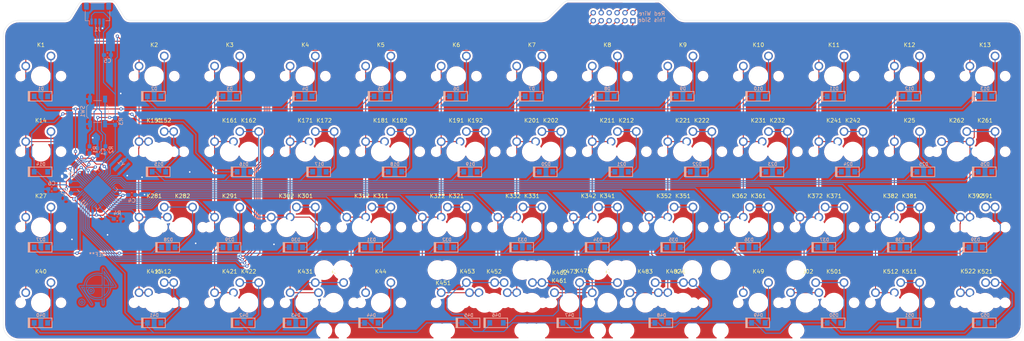
<source format=kicad_pcb>
(kicad_pcb (version 20171130) (host pcbnew "(5.1.2)-1")
  (layers (0 F.Cu signal) (31 B.Cu signal) (34 B.Paste user) (35 F.Paste user) (36 B.SilkS user) (37 F.SilkS user) (38 B.Mask user) (39 F.Mask user) (44 Edge.Cuts user))
  (net 0 "")
  (net 1 GND)
  (net 2 VCC)
  (net 3 "Net-(C6-Pad1)")
  (net 4 /Row1)
  (net 5 "Net-(D1-Pad2)")
  (net 6 "Net-(D2-Pad2)")
  (net 7 "Net-(D3-Pad2)")
  (net 8 "Net-(D4-Pad2)")
  (net 9 "Net-(D5-Pad2)")
  (net 10 "Net-(D6-Pad2)")
  (net 11 "Net-(D7-Pad2)")
  (net 12 "Net-(D8-Pad2)")
  (net 13 "Net-(D9-Pad2)")
  (net 14 "Net-(D10-Pad2)")
  (net 15 "Net-(D11-Pad2)")
  (net 16 "Net-(D12-Pad2)")
  (net 17 "Net-(D13-Pad2)")
  (net 18 /Row2)
  (net 19 "Net-(D14-Pad2)")
  (net 20 "Net-(D15-Pad2)")
  (net 21 "Net-(D16-Pad2)")
  (net 22 "Net-(D17-Pad2)")
  (net 23 "Net-(D18-Pad2)")
  (net 24 "Net-(D19-Pad2)")
  (net 25 "Net-(D20-Pad2)")
  (net 26 "Net-(D21-Pad2)")
  (net 27 "Net-(D22-Pad2)")
  (net 28 "Net-(D23-Pad2)")
  (net 29 "Net-(D24-Pad2)")
  (net 30 "Net-(D25-Pad2)")
  (net 31 "Net-(D26-Pad2)")
  (net 32 /Col0)
  (net 33 "Net-(D27-Pad2)")
  (net 34 "Net-(D28-Pad2)")
  (net 35 "Net-(D29-Pad2)")
  (net 36 "Net-(D30-Pad2)")
  (net 37 "Net-(D31-Pad2)")
  (net 38 "Net-(D32-Pad2)")
  (net 39 "Net-(D33-Pad2)")
  (net 40 "Net-(D34-Pad2)")
  (net 41 "Net-(D35-Pad2)")
  (net 42 "Net-(D36-Pad2)")
  (net 43 "Net-(D37-Pad2)")
  (net 44 "Net-(D38-Pad2)")
  (net 45 "Net-(D39-Pad2)")
  (net 46 /Row4)
  (net 47 "Net-(D40-Pad2)")
  (net 48 "Net-(D41-Pad2)")
  (net 49 "Net-(D42-Pad2)")
  (net 50 "Net-(D43-Pad2)")
  (net 51 "Net-(D44-Pad2)")
  (net 52 "Net-(D45-Pad2)")
  (net 53 "Net-(D46-Pad2)")
  (net 54 "Net-(D47-Pad2)")
  (net 55 "Net-(D48-Pad2)")
  (net 56 "Net-(D49-Pad2)")
  (net 57 "Net-(D50-Pad2)")
  (net 58 "Net-(D51-Pad2)")
  (net 59 "Net-(D52-Pad2)")
  (net 60 "Net-(J1-Pad3)")
  (net 61 "Net-(J1-Pad2)")
  (net 62 /Col1)
  (net 63 /Col2)
  (net 64 /Col3)
  (net 65 /Col4)
  (net 66 /Col5)
  (net 67 /Col6)
  (net 68 /Col7)
  (net 69 /Col8)
  (net 70 /Col9)
  (net 71 /Col10)
  (net 72 /Col11)
  (net 73 /Col12)
  (net 74 "Net-(R1-Pad1)")
  (net 75 "Net-(R2-Pad1)")
  (net 76 "Net-(R3-Pad1)")
  (net 77 "Net-(R4-Pad2)")
  (net 78 "Net-(U1-Pad42)")
  (net 79 "Net-(U1-Pad32)")
  (net 80 "Net-(U1-Pad12)")
  (net 81 /Row3)
  (net 82 "Net-(U1-Pad17)")
  (net 83 "Net-(U1-Pad16)")
  (net 84 "Net-(U1-Pad11)")
  (net 85 "Net-(U1-Pad10)")
  (net 86 /Row0)
  (net 87 /EncA)
  (net 88 /EncB)
  (net 89 /LEDs)
  (net 90 "Net-(J2-Pad8)")
  (module EOD-Footprints:40sMask (layer B.Cu) (at 36.75 83.175 180)
    (fp_text reference REF** (at 0.05 8.125) (layer B.SilkS) (effects (justify mirror)))
    (fp_text value 40sCopper)
    (fp_line (start 3.167149 -3.915982) (end 3.167149 -3.915982) (layer B.Cu) (width 0.2))
    (fp_curve (pts (xy 3.947245 -4.680387) (xy 3.513485 -4.685431) (xy 3.187884 -4.372159) (xy 3.167149 -3.915982)) (layer B.Cu) (width 0.2))
    (fp_line (start -1.669784 -2.276771) (end -1.669784 -2.276771) (layer B.Cu) (width 0.2))
    (fp_curve (pts (xy 2.859482 0.33812) (xy 2.856119 0.374547) (xy 2.853878 0.407611) (xy 2.849955 0.440676)) (layer B.Cu) (width 0.2))
    (fp_curve (pts (xy -1.668663 2.407168) (xy -2.364697 1.878698) (xy -2.769877 1.201718) (xy -2.865707 0.33756)) (layer B.Cu) (width 0.2))
    (fp_curve (pts (xy -1.179422 -0.204361) (xy -1.179422 -0.969886) (xy -1.178861 -1.735972) (xy -1.181103 -2.501497)) (layer B.Cu) (width 0.2))
    (fp_curve (pts (xy 3.637897 -3.908136) (xy 3.637336 -4.079623) (xy 3.766792 -4.211881) (xy 3.936037 -4.213562)) (layer B.Cu) (width 0.2))
    (fp_curve (pts (xy 4.00777 -0.155044) (xy 3.785286 -0.155044) (xy 3.571207 -0.155044) (xy 3.352646 -0.155044)) (layer B.Cu) (width 0.2))
    (fp_curve (pts (xy 1.806464 2.294525) (xy 0.916526 2.992801) (xy -0.06756 3.119455) (xy -1.121699 2.712034)) (layer B.Cu) (width 0.2))
    (fp_curve (pts (xy 3.937158 -3.609996) (xy 3.771836 -3.609996) (xy 3.638457 -3.742814) (xy 3.637897 -3.908136)) (layer B.Cu) (width 0.2))
    (fp_curve (pts (xy -4.013996 0.33756) (xy -3.783665 0.33756) (xy -3.566785 0.33756) (xy -3.347103 0.33756)) (layer B.Cu) (width 0.2))
    (fp_curve (pts (xy 4.242023 -3.915422) (xy 4.243704 -3.742814) (xy 4.111446 -3.609996) (xy 3.937158 -3.609996)) (layer B.Cu) (width 0.2))
    (fp_line (start -1.66474 3.782424) (end -1.66474 3.782424) (layer B.Cu) (width 0.2))
    (fp_curve (pts (xy 4.708848 -3.908136) (xy 4.71165 -4.341897) (xy 4.40006 -4.674783) (xy 3.947245 -4.680387)) (layer B.Cu) (width 0.2))
    (fp_curve (pts (xy -1.666982 3.010174) (xy -1.663619 3.267964) (xy -1.66474 3.525194) (xy -1.66474 3.782424)) (layer B.Cu) (width 0.2))
    (fp_curve (pts (xy -1.668663 0.33756) (xy -1.668663 1.024627) (xy -1.668663 1.707772) (xy -1.668663 2.407168)) (layer B.Cu) (width 0.2))
    (fp_curve (pts (xy 1.823276 -2.745838) (xy 0.886264 -3.347162) (xy -0.12136 -3.435147) (xy -1.179982 -3.075361)) (layer B.Cu) (width 0.2))
    (fp_curve (pts (xy -2.865707 0.33756) (xy -2.46277 0.33756) (xy -2.067117 0.33756) (xy -1.668663 0.33756)) (layer B.Cu) (width 0.2))
    (fp_curve (pts (xy 3.932674 -3.143732) (xy 4.375401 -3.139248) (xy 4.706046 -3.458684) (xy 4.708848 -3.908136)) (layer B.Cu) (width 0.2))
    (fp_line (start -1.668663 2.407168) (end -1.668663 2.407168) (layer B.Cu) (width 0.2))
    (fp_curve (pts (xy -3.347103 0.33756) (xy -3.34374 0.360537) (xy -3.339818 0.380151) (xy -3.337576 0.399766)) (layer B.Cu) (width 0.2))
    (fp_curve (pts (xy 0.651451 -2.731267) (xy 1.575572 -2.508222) (xy 2.235741 -1.947808) (xy 2.634195 -1.084211)) (layer B.Cu) (width 0.2))
    (fp_curve (pts (xy -1.719661 2.944605) (xy -1.696684 2.958616) (xy -1.667542 2.987757) (xy -1.666982 3.010174)) (layer B.Cu) (width 0.2))
    (fp_curve (pts (xy -1.669784 -2.276771) (xy -1.669784 -1.556639) (xy -1.669784 -0.855001) (xy -1.669784 -0.153363)) (layer B.Cu) (width 0.2))
    (fp_curve (pts (xy -3.046721 1.469596) (xy -2.754185 2.095578) (xy -2.310337 2.585941) (xy -1.719661 2.944605)) (layer B.Cu) (width 0.2))
    (fp_curve (pts (xy -1.66474 3.782424) (xy -1.669784 3.784666) (xy -1.674828 3.786347) (xy -1.679871 3.788589)) (layer B.Cu) (width 0.2))
    (fp_curve (pts (xy 2.863405 -0.153923) (xy 1.512806 -0.153923) (xy 0.169495 -0.153923) (xy -1.17718 -0.153923)) (layer B.Cu) (width 0.2))
    (fp_curve (pts (xy -1.176059 0.33812) (xy 0.170055 0.33812) (xy 1.512806 0.33812) (xy 2.859482 0.33812)) (layer B.Cu) (width 0.2))
    (fp_line (start 2.863405 -0.153923) (end 2.863405 -0.153923) (layer B.Cu) (width 0.2))
    (fp_curve (pts (xy 2.849955 0.440676) (xy 2.84379 0.48719) (xy 2.838186 0.533705) (xy 2.82978 0.580219)) (layer B.Cu) (width 0.2))
    (fp_curve (pts (xy -1.679871 3.788589) (xy -2.456605 2.640301) (xy -3.233899 1.491452) (xy -4.013996 0.33756)) (layer B.Cu) (width 0.2))
    (fp_curve (pts (xy 1.623769 -0.707612) (xy 1.458447 -0.708173) (xy 1.325067 -0.840991) (xy 1.324508 -1.005753)) (layer B.Cu) (width 0.2))
    (fp_curve (pts (xy 3.167149 -3.915982) (xy 3.181159 -3.482782) (xy 3.480981 -3.148776) (xy 3.932674 -3.143732)) (layer B.Cu) (width 0.2))
    (fp_curve (pts (xy -1.180543 2.623488) (xy -1.178861 1.882621) (xy -1.179422 1.141754) (xy -1.179422 0.400886)) (layer B.Cu) (width 0.2))
    (fp_line (start 2.859482 0.33812) (end 2.859482 0.33812) (layer B.Cu) (width 0.2))
    (fp_curve (pts (xy 2.396019 -1.01528) (xy 2.390976 -1.471457) (xy 2.051925 -1.784168) (xy 1.617604 -1.777443)) (layer B.Cu) (width 0.2))
    (fp_curve (pts (xy -1.669784 -0.153363) (xy -2.07048 -0.153363) (xy -2.466132 -0.153363) (xy -2.86963 -0.153363)) (layer B.Cu) (width 0.2))
    (fp_curve (pts (xy -1.181103 -2.501497) (xy -1.181103 -2.550814) (xy -1.157005 -2.565385) (xy -1.119457 -2.581637)) (layer B.Cu) (width 0.2))
    (fp_line (start -1.179982 -3.075361) (end -1.179982 -3.075361) (layer B.Cu) (width 0.2))
    (fp_curve (pts (xy -1.119457 -2.581637) (xy -0.545594 -2.827658) (xy 0.051247 -2.876414) (xy 0.651451 -2.731267)) (layer B.Cu) (width 0.2))
    (fp_curve (pts (xy -2.86963 -0.153363) (xy -2.788931 -1.040498) (xy -2.380949 -1.734851) (xy -1.669784 -2.276771)) (layer B.Cu) (width 0.2))
    (fp_curve (pts (xy 2.634195 -1.084211) (xy 2.768695 -0.791114) (xy 2.846032 -0.482326) (xy 2.863405 -0.153923)) (layer B.Cu) (width 0.2))
    (fp_line (start 1.324508 -1.005753) (end 1.324508 -1.005753) (layer B.Cu) (width 0.2))
    (fp_line (start 1.629373 -0.237425) (end 1.629373 -0.237425) (layer B.Cu) (width 0.2))
    (fp_curve (pts (xy 1.928634 -1.013038) (xy 1.930315 -0.84043) (xy 1.798058 -0.708173) (xy 1.623769 -0.707612)) (layer B.Cu) (width 0.2))
    (fp_curve (pts (xy 1.622648 -1.311178) (xy 1.792453 -1.312859) (xy 1.926953 -1.181723) (xy 1.928634 -1.013038)) (layer B.Cu) (width 0.2))
    (fp_curve (pts (xy 1.324508 -1.005753) (xy 1.324508 -1.177239) (xy 1.453403 -1.309497) (xy 1.622648 -1.311178)) (layer B.Cu) (width 0.2))
    (fp_curve (pts (xy -3.337576 0.399766) (xy -3.293864 0.77076) (xy -3.205318 1.130545) (xy -3.046721 1.469596)) (layer B.Cu) (width 0.2))
    (fp_curve (pts (xy -1.17718 -0.153923) (xy -1.178301 -0.173538) (xy -1.179422 -0.188669) (xy -1.179422 -0.204361)) (layer B.Cu) (width 0.2))
    (fp_curve (pts (xy 2.82978 0.580219) (xy 2.698643 1.276814) (xy 2.361834 1.859084) (xy 1.806464 2.294525)) (layer B.Cu) (width 0.2))
    (fp_line (start 3.637897 -3.908136) (end 3.637897 -3.908136) (layer B.Cu) (width 0.2))
    (fp_curve (pts (xy 3.936037 -4.213562) (xy 4.105842 -4.215243) (xy 4.240342 -4.084106) (xy 4.242023 -3.915422)) (layer B.Cu) (width 0.2))
    (fp_curve (pts (xy -1.179422 0.400886) (xy -1.179422 0.381272) (xy -1.17718 0.361658) (xy -1.176059 0.33812)) (layer B.Cu) (width 0.2))
    (fp_curve (pts (xy -1.121699 2.712034) (xy -1.166532 2.694661) (xy -1.181103 2.671123) (xy -1.180543 2.623488)) (layer B.Cu) (width 0.2))
    (fp_curve (pts (xy 1.617604 -1.777443) (xy 1.159185 -1.770718) (xy 0.849837 -1.428305) (xy 0.857683 -0.996786)) (layer B.Cu) (width 0.2))
    (fp_curve (pts (xy 3.352646 -0.155044) (xy 3.246728 -1.256258) (xy 2.759728 -2.141712) (xy 1.823276 -2.745838)) (layer B.Cu) (width 0.2))
    (fp_curve (pts (xy 0.857683 -0.996786) (xy 0.866089 -0.547334) (xy 1.198975 -0.253117) (xy 1.629373 -0.237425)) (layer B.Cu) (width 0.2))
    (fp_curve (pts (xy 1.629373 -0.237425) (xy 2.086671 -0.25816) (xy 2.400503 -0.581519) (xy 2.396019 -1.01528)) (layer B.Cu) (width 0.2))
    (fp_curve (pts (xy 3.092053 -2.409029) (xy 2.621306 -3.119634) (xy 2.150558 -3.830799) (xy 1.67981 -4.541404)) (layer B.Cu) (width 0.2))
    (fp_curve (pts (xy 3.347042 0.333637) (xy 3.373942 0.333637) (xy 3.398039 0.333637) (xy 3.422137 0.333637)) (layer B.Cu) (width 0.2))
    (fp_curve (pts (xy 4.627588 -0.092278) (xy 4.115369 -0.863968) (xy 3.603711 -1.636779) (xy 3.092053 -2.409029)) (layer B.Cu) (width 0.2))
    (fp_curve (pts (xy 4.647202 0.207544) (xy 4.694277 0.10723) (xy 4.692035 0.005234) (xy 4.627588 -0.092278)) (layer B.Cu) (width 0.2))
    (fp_curve (pts (xy 4.403983 0.333637) (xy 4.503736 0.326912) (xy 4.600127 0.307297) (xy 4.647202 0.207544)) (layer B.Cu) (width 0.2))
    (fp_curve (pts (xy -1.179422 3.285898) (xy -1.179422 3.2618) (xy -1.179422 3.237142) (xy -1.179422 3.205198)) (layer B.Cu) (width 0.2))
    (fp_curve (pts (xy -4.594024 -0.109651) (xy -4.714513 -0.043522) (xy -4.740852 0.120119) (xy -4.659032 0.241729)) (layer B.Cu) (width 0.2))
    (fp_curve (pts (xy -1.663619 -4.406344) (xy -1.66474 -3.911499) (xy -1.665301 -3.416653) (xy -1.663059 -2.921808)) (layer B.Cu) (width 0.2))
    (fp_curve (pts (xy -1.445618 -4.700001) (xy -1.545932 -4.687112) (xy -1.622709 -4.637235) (xy -1.647367 -4.531877)) (layer B.Cu) (width 0.2))
    (fp_curve (pts (xy 3.422137 0.333637) (xy 3.735969 0.333637) (xy 4.049801 0.333637) (xy 4.363633 0.333637)) (layer B.Cu) (width 0.2))
    (fp_curve (pts (xy -1.236584 -4.610896) (xy -1.278055 -4.687672) (xy -1.361556 -4.71121) (xy -1.445618 -4.700001)) (layer B.Cu) (width 0.2))
    (fp_curve (pts (xy 4.363633 0.333637) (xy 4.377083 0.333637) (xy 4.390533 0.334197) (xy 4.403983 0.333637)) (layer B.Cu) (width 0.2))
    (fp_curve (pts (xy 1.796376 2.890245) (xy 2.728905 2.300129) (xy 3.225432 1.429246) (xy 3.347042 0.333637)) (layer B.Cu) (width 0.2))
    (fp_curve (pts (xy -1.222013 4.695339) (xy -1.193992 4.639858) (xy -1.181663 4.571487) (xy -1.181103 4.508721)) (layer B.Cu) (width 0.2))
    (fp_curve (pts (xy -1.729188 -2.806363) (xy -2.637619 -2.240905) (xy -3.169452 -1.427744) (xy -3.325247 -0.369683)) (layer B.Cu) (width 0.2))
    (fp_curve (pts (xy -1.647367 -4.531877) (xy -1.656894 -4.490967) (xy -1.663619 -4.448375) (xy -1.663619 -4.406344)) (layer B.Cu) (width 0.2))
    (fp_curve (pts (xy -1.179422 3.205198) (xy -0.13481 3.562182) (xy 0.864968 3.47924) (xy 1.796376 2.890245)) (layer B.Cu) (width 0.2))
    (fp_curve (pts (xy -4.659032 0.241729) (xy -4.288038 0.790374) (xy -3.917044 1.339019) (xy -3.545489 1.887665)) (layer B.Cu) (width 0.2))
    (fp_curve (pts (xy -4.427021 -0.148319) (xy -4.483062 -0.147759) (xy -4.545268 -0.13655) (xy -4.594024 -0.109651)) (layer B.Cu) (width 0.2))
    (fp_curve (pts (xy -1.181103 4.508721) (xy -1.17774 4.1013) (xy -1.179422 3.693879) (xy -1.179422 3.285898)) (layer B.Cu) (width 0.2))
    (fp_curve (pts (xy -1.182224 -4.408586) (xy -1.182784 -4.476957) (xy -1.20408 -4.550931) (xy -1.236584 -4.610896)) (layer B.Cu) (width 0.2))
    (fp_curve (pts (xy -1.655213 4.686372) (xy -1.535285 4.865704) (xy -1.302713 4.854496) (xy -1.222013 4.695339)) (layer B.Cu) (width 0.2))
    (fp_curve (pts (xy -1.179982 -3.185763) (xy -1.179982 -3.593184) (xy -1.17774 -4.000605) (xy -1.182224 -4.408586)) (layer B.Cu) (width 0.2))
    (fp_curve (pts (xy -1.179982 -3.075361) (xy -1.179982 -3.118513) (xy -1.179982 -3.152138) (xy -1.179982 -3.185763)) (layer B.Cu) (width 0.2))
    (fp_curve (pts (xy -3.545489 1.887665) (xy -2.915024 2.820194) (xy -2.281756 3.751041) (xy -1.655213 4.686372)) (layer B.Cu) (width 0.2))
    (fp_curve (pts (xy -3.338136 -0.263204) (xy -3.34262 -0.227898) (xy -3.347103 -0.192592) (xy -3.352147 -0.15)) (layer B.Cu) (width 0.2))
    (fp_curve (pts (xy -3.325247 -0.369683) (xy -3.330291 -0.334377) (xy -3.334213 -0.29851) (xy -3.338136 -0.263204)) (layer B.Cu) (width 0.2))
    (fp_curve (pts (xy -1.663059 -2.921808) (xy -1.662499 -2.864646) (xy -1.682113 -2.836065) (xy -1.729188 -2.806363)) (layer B.Cu) (width 0.2))
    (fp_curve (pts (xy 3.973024 -0.210525) (xy 3.983672 -0.194273) (xy 3.99376 -0.178021) (xy 4.00777 -0.155044)) (layer B.Cu) (width 0.2))
    (fp_curve (pts (xy -3.352147 -0.15) (xy -3.376805 -0.15) (xy -3.400903 -0.15) (xy -3.425 -0.15)) (layer B.Cu) (width 0.2))
    (fp_curve (pts (xy 1.674206 -3.680048) (xy 2.440852 -2.523354) (xy 3.206938 -1.36722) (xy 3.973024 -0.210525)) (layer B.Cu) (width 0.2))
    (fp_curve (pts (xy 1.251093 -4.317799) (xy 1.390076 -4.103721) (xy 1.532982 -3.892445) (xy 1.674206 -3.680048)) (layer B.Cu) (width 0.2))
    (fp_curve (pts (xy 1.250533 -4.612016) (xy 1.186646 -4.526833) (xy 1.186086 -4.418113) (xy 1.251093 -4.317799)) (layer B.Cu) (width 0.2))
    (fp_curve (pts (xy 1.528499 -4.686551) (xy 1.416975 -4.720176) (xy 1.310497 -4.692156) (xy 1.250533 -4.612016)) (layer B.Cu) (width 0.2))
    (fp_curve (pts (xy 1.67981 -4.541404) (xy 1.640581 -4.600808) (xy 1.604154 -4.663574) (xy 1.528499 -4.686551)) (layer B.Cu) (width 0.2))
    (fp_curve (pts (xy -3.425 -0.15) (xy -3.759007 -0.15) (xy -4.093014 -0.151682) (xy -4.427021 -0.148319)) (layer B.Cu) (width 0.2))
  )
  (module Connector_PinHeader_2.00mm:PinHeader_2x06_P2.00mm_Horizontal (layer B.Cu) (at 171.785 16.09 90)
    (fp_text reference J2 hide)
    (fp_text value Conn_01x12_Male)
    (pad 1 thru_hole rect (at 0 0 90) (size 1.35 1.35) (drill 0.8) (layers *.Cu *.Mask) (net 88 /EncB))
    (pad 2 thru_hole oval (at 2 0 90) (size 1.35 1.35) (drill 0.8) (layers *.Cu *.Mask) (net 71 /Col10))
    (pad 3 thru_hole oval (at 0 -2 90) (size 1.35 1.35) (drill 0.8) (layers *.Cu *.Mask) (net 87 /EncA))
    (pad 4 thru_hole oval (at 2 -2 90) (size 1.35 1.35) (drill 0.8) (layers *.Cu *.Mask) (net 72 /Col11))
    (pad 5 thru_hole oval (at 0 -4 90) (size 1.35 1.35) (drill 0.8) (layers *.Cu *.Mask) (net 89 /LEDs))
    (pad 6 thru_hole oval (at 2 -4 90) (size 1.35 1.35) (drill 0.8) (layers *.Cu *.Mask) (net 73 /Col12))
    (pad 7 thru_hole oval (at 0 -6 90) (size 1.35 1.35) (drill 0.8) (layers *.Cu *.Mask) (net 86 /Row0))
    (pad 8 thru_hole oval (at 2 -6 90) (size 1.35 1.35) (drill 0.8) (layers *.Cu *.Mask) (net 90 "Net-(J2-Pad8)"))
    (pad 9 thru_hole oval (at 0 -8 90) (size 1.35 1.35) (drill 0.8) (layers *.Cu *.Mask) (net 62 /Col1))
    (pad 10 thru_hole oval (at 2 -8 90) (size 1.35 1.35) (drill 0.8) (layers *.Cu *.Mask) (net 1 GND))
    (pad 11 thru_hole oval (at 0 -10 90) (size 1.35 1.35) (drill 0.8) (layers *.Cu *.Mask) (net 32 /Col0))
    (pad 12 thru_hole oval (at 2 -10 90) (size 1.35 1.35) (drill 0.8) (layers *.Cu *.Mask) (net 2 VCC))
  )
  (module EOD-Footprints:Abracon_Resonator_16MHz_22pf (layer B.Cu) (at 42.325 52.4 315)
    (fp_text reference Y1 (at 0 -0.499999 315) (layer B.SilkS) (effects (justify mirror)))
    (fp_text value Resonator)
    (pad 3 smd rect (at 1.5 0 315) (size 0.7 4.1) (layers B.Cu B.Paste B.Mask) (net 82 "Net-(U1-Pad17)"))
    (pad 2 smd rect (at 0 0 315) (size 1 4.1) (layers B.Cu B.Paste B.Mask) (net 1 GND))
    (pad 1 smd rect (at -1.5 0 315) (size 0.7 4.1) (layers B.Cu B.Paste B.Mask) (net 83 "Net-(U1-Pad16)"))
  )
  (module Package_DFN_QFN:QFN-44-1EP_7x7mm_P0.5mm_EP5.2x5.2mm (layer B.Cu) (at 36.7475 58.655 315)
    (fp_text reference U1 (at 0 4.82 315) (layer B.SilkS) (effects (justify mirror)))
    (fp_text value ATMEGA32U4)
    (pad 44 smd roundrect (at -2.5 3.3375 315) (size 0.25 1.075) (layers B.Cu B.Paste B.Mask) (net 2 VCC))
    (pad 43 smd roundrect (at -2 3.3375 315) (size 0.25 1.075) (layers B.Cu B.Paste B.Mask) (net 1 GND))
    (pad 42 smd roundrect (at -1.5 3.3375 315) (size 0.25 1.075) (layers B.Cu B.Paste B.Mask) (net 78 "Net-(U1-Pad42)"))
    (pad 41 smd roundrect (at -1 3.3375 315) (size 0.25 1.075) (layers B.Cu B.Paste B.Mask) (net 81 /Row3))
    (pad 40 smd roundrect (at -0.5 3.3375 315) (size 0.25 1.075) (layers B.Cu B.Paste B.Mask) (net 46 /Row4))
    (pad 39 smd roundrect (at 0 3.3375 315) (size 0.25 1.075) (layers B.Cu B.Paste B.Mask) (net 88 /EncB))
    (pad 38 smd roundrect (at 0.5 3.3375 315) (size 0.25 1.075) (layers B.Cu B.Paste B.Mask) (net 87 /EncA))
    (pad 37 smd roundrect (at 1 3.3375 315) (size 0.25 1.075) (layers B.Cu B.Paste B.Mask) (net 89 /LEDs))
    (pad 36 smd roundrect (at 1.5 3.3375 315) (size 0.25 1.075) (layers B.Cu B.Paste B.Mask) (net 86 /Row0))
    (pad 35 smd roundrect (at 2 3.3375 315) (size 0.25 1.075) (layers B.Cu B.Paste B.Mask) (net 1 GND))
    (pad 34 smd roundrect (at 2.5 3.3375 315) (size 0.25 1.075) (layers B.Cu B.Paste B.Mask) (net 2 VCC))
    (pad 33 smd roundrect (at 3.3375 2.5 315) (size 1.075 0.25) (layers B.Cu B.Paste B.Mask) (net 77 "Net-(R4-Pad2)"))
    (pad 32 smd roundrect (at 3.3375 2 315) (size 1.075 0.25) (layers B.Cu B.Paste B.Mask) (net 79 "Net-(U1-Pad32)"))
    (pad 31 smd roundrect (at 3.3375 1.5 315) (size 1.075 0.25) (layers B.Cu B.Paste B.Mask) (net 62 /Col1))
    (pad 30 smd roundrect (at 3.3375 1 315) (size 1.075 0.25) (layers B.Cu B.Paste B.Mask) (net 63 /Col2))
    (pad 29 smd roundrect (at 3.3375 0.5 315) (size 1.075 0.25) (layers B.Cu B.Paste B.Mask) (net 64 /Col3))
    (pad 28 smd roundrect (at 3.3375 0 315) (size 1.075 0.25) (layers B.Cu B.Paste B.Mask) (net 65 /Col4))
    (pad 27 smd roundrect (at 3.3375 -0.5 315) (size 1.075 0.25) (layers B.Cu B.Paste B.Mask) (net 66 /Col5))
    (pad 26 smd roundrect (at 3.3375 -1 315) (size 1.075 0.25) (layers B.Cu B.Paste B.Mask) (net 67 /Col6))
    (pad 25 smd roundrect (at 3.3375 -1.5 315) (size 1.075 0.25) (layers B.Cu B.Paste B.Mask) (net 68 /Col7))
    (pad 24 smd roundrect (at 3.3375 -2 315) (size 1.075 0.25) (layers B.Cu B.Paste B.Mask) (net 2 VCC))
    (pad 23 smd roundrect (at 3.3375 -2.5 315) (size 1.075 0.25) (layers B.Cu B.Paste B.Mask) (net 1 GND))
    (pad 22 smd roundrect (at 2.5 -3.3375 315) (size 0.25 1.075) (layers B.Cu B.Paste B.Mask) (net 69 /Col8))
    (pad 21 smd roundrect (at 2 -3.3375 315) (size 0.25 1.075) (layers B.Cu B.Paste B.Mask) (net 70 /Col9))
    (pad 20 smd roundrect (at 1.5 -3.3375 315) (size 0.25 1.075) (layers B.Cu B.Paste B.Mask) (net 71 /Col10))
    (pad 19 smd roundrect (at 1 -3.3375 315) (size 0.25 1.075) (layers B.Cu B.Paste B.Mask) (net 72 /Col11))
    (pad 18 smd roundrect (at 0.5 -3.3375 315) (size 0.25 1.075) (layers B.Cu B.Paste B.Mask) (net 73 /Col12))
    (pad 17 smd roundrect (at 0 -3.3375 315) (size 0.25 1.075) (layers B.Cu B.Paste B.Mask) (net 82 "Net-(U1-Pad17)"))
    (pad 16 smd roundrect (at -0.5 -3.3375 315) (size 0.25 1.075) (layers B.Cu B.Paste B.Mask) (net 83 "Net-(U1-Pad16)"))
    (pad 15 smd roundrect (at -1 -3.3375 315) (size 0.25 1.075) (layers B.Cu B.Paste B.Mask) (net 1 GND))
    (pad 14 smd roundrect (at -1.5 -3.3375 315) (size 0.25 1.075) (layers B.Cu B.Paste B.Mask) (net 2 VCC))
    (pad 13 smd roundrect (at -2 -3.3375 315) (size 0.25 1.075) (layers B.Cu B.Paste B.Mask) (net 76 "Net-(R3-Pad1)"))
    (pad 12 smd roundrect (at -2.5 -3.3375 315) (size 0.25 1.075) (layers B.Cu B.Paste B.Mask) (net 80 "Net-(U1-Pad12)"))
    (pad 11 smd roundrect (at -3.3375 -2.5 315) (size 1.075 0.25) (layers B.Cu B.Paste B.Mask) (net 84 "Net-(U1-Pad11)"))
    (pad 10 smd roundrect (at -3.3375 -2 315) (size 1.075 0.25) (layers B.Cu B.Paste B.Mask) (net 85 "Net-(U1-Pad10)"))
    (pad 9 smd roundrect (at -3.3375 -1.5 315) (size 1.075 0.25) (layers B.Cu B.Paste B.Mask) (net 4 /Row1))
    (pad 8 smd roundrect (at -3.3375 -1 315) (size 1.075 0.25) (layers B.Cu B.Paste B.Mask) (net 32 /Col0))
    (pad 7 smd roundrect (at -3.3375 -0.5 315) (size 1.075 0.25) (layers B.Cu B.Paste B.Mask) (net 2 VCC))
    (pad 6 smd roundrect (at -3.3375 0 315) (size 1.075 0.25) (layers B.Cu B.Paste B.Mask) (net 3 "Net-(C6-Pad1)"))
    (pad 5 smd roundrect (at -3.3375 0.5 315) (size 1.075 0.25) (layers B.Cu B.Paste B.Mask) (net 1 GND))
    (pad 4 smd roundrect (at -3.3375 1 315) (size 1.075 0.25) (layers B.Cu B.Paste B.Mask) (net 75 "Net-(R2-Pad1)"))
    (pad 3 smd roundrect (at -3.3375 1.5 315) (size 1.075 0.25) (layers B.Cu B.Paste B.Mask) (net 74 "Net-(R1-Pad1)"))
    (pad 2 smd roundrect (at -3.3375 2 315) (size 1.075 0.25) (layers B.Cu B.Paste B.Mask) (net 2 VCC))
    (pad 1 smd roundrect (at -3.3375 2.5 315) (size 1.075 0.25) (layers B.Cu B.Paste B.Mask) (net 18 /Row2))
    (pad 45 smd roundrect (at 0 0 315) (size 5.2 5.2) (layers B.Cu B.Mask) (roundrect_rratio 0.048077))
  )
  (module keebs:SW_Cherry_MX_7u_PCB_No_Silk_Flip_Stab (layer F.Cu) (at 158.35 82.15)
    (fp_text reference K472 (at 0.95 -2.925) (layer F.SilkS))
    (fp_text value KEYSW)
    (pad 2 thru_hole circle (at 0 0) (size 2.2 2.2) (drill 1.5) (layers *.Cu *.Mask) (net 54 "Net-(D47-Pad2)"))
    (pad 1 thru_hole circle (at -6.35 2.54) (size 2.2 2.2) (drill 1.5) (layers *.Cu *.Mask) (net 68 /Col7))
    (pad "" np_thru_hole circle (at -2.54 5.08) (size 4 4) (drill 4) (layers *.Cu *.Mask))
    (pad "" np_thru_hole circle (at -7.62 5.08) (size 1.7 1.7) (drill 1.7) (layers *.Cu *.Mask))
    (pad "" np_thru_hole circle (at 2.54 5.08) (size 1.7 1.7) (drill 1.7) (layers *.Cu *.Mask))
    (pad "" np_thru_hole circle (at 54.6608 -3.16) (size 4 4) (drill 4) (layers *.Cu *.Mask))
    (pad "" np_thru_hole circle (at -59.7408 -3.16) (size 4 4) (drill 4) (layers *.Cu *.Mask))
    (pad "" np_thru_hole circle (at -59.7408 12.08) (size 3.05 3.05) (drill 3.05) (layers *.Cu *.Mask))
    (pad "" np_thru_hole circle (at 54.6608 12.08) (size 3.05 3.05) (drill 3.05) (layers *.Cu *.Mask))
  )
  (module keebs:MX_2.75u_PCB_No_Silk_Flipped_Stab (layer F.Cu) (at 136.91875 82.15)
    (fp_text reference K453 (at -6.89375 -2.825) (layer F.SilkS))
    (fp_text value KEYSW)
    (pad 2 thru_hole circle (at 0 0) (size 2.2 2.2) (drill 1.5) (layers *.Cu *.Mask) (net 52 "Net-(D45-Pad2)"))
    (pad 1 thru_hole circle (at -6.35 2.54) (size 2.2 2.2) (drill 1.5) (layers *.Cu *.Mask) (net 66 /Col5))
    (pad "" np_thru_hole circle (at -2.54 5.08) (size 4 4) (drill 4) (layers *.Cu *.Mask))
    (pad "" np_thru_hole circle (at -7.62 5.08) (size 1.7 1.7) (drill 1.7) (layers *.Cu *.Mask))
    (pad "" np_thru_hole circle (at 2.54 5.08) (size 1.7 1.7) (drill 1.7) (layers *.Cu *.Mask))
    (pad "" np_thru_hole circle (at 9.36 -3.16) (size 4 4) (drill 4) (layers *.Cu *.Mask))
    (pad "" np_thru_hole circle (at -14.44 -3.16) (size 4 4) (drill 4) (layers *.Cu *.Mask))
    (pad "" np_thru_hole circle (at -14.44 12.08) (size 3.05 3.05) (drill 3.05) (layers *.Cu *.Mask))
    (pad "" np_thru_hole circle (at 9.36 12.08) (size 3.05 3.05) (drill 3.05) (layers *.Cu *.Mask))
  )
  (module keebs:MX_2.25u_PCB_No_Silk_Flipped_Stab (layer F.Cu) (at 184.54375 82.15)
    (fp_text reference K482 (at -2.54 -2.794) (layer F.SilkS))
    (fp_text value KEYSW)
    (pad 2 thru_hole circle (at 0 0) (size 2.2 2.2) (drill 1.5) (layers *.Cu *.Mask) (net 55 "Net-(D48-Pad2)"))
    (pad 1 thru_hole circle (at -6.35 2.54) (size 2.2 2.2) (drill 1.5) (layers *.Cu *.Mask) (net 69 /Col8))
    (pad "" np_thru_hole circle (at -2.54 5.08) (size 4 4) (drill 4) (layers *.Cu *.Mask))
    (pad "" np_thru_hole circle (at -7.62 5.08) (size 1.7 1.7) (drill 1.7) (layers *.Cu *.Mask))
    (pad "" np_thru_hole circle (at 2.54 5.08) (size 1.7 1.7) (drill 1.7) (layers *.Cu *.Mask))
    (pad "" np_thru_hole circle (at 9.36 -3.16) (size 4 4) (drill 4) (layers *.Cu *.Mask))
    (pad "" np_thru_hole circle (at -14.44 -3.16) (size 4 4) (drill 4) (layers *.Cu *.Mask))
    (pad "" np_thru_hole circle (at -14.44 12.08) (size 3.05 3.05) (drill 3.05) (layers *.Cu *.Mask))
    (pad "" np_thru_hole circle (at 9.36 12.08) (size 3.05 3.05) (drill 3.05) (layers *.Cu *.Mask))
  )
  (module keebs:MX_6.25u_PCB_Flipped_Stab_No_Silk (layer F.Cu) (at 146.44375 82.15)
    (fp_text reference K462 (at 6.88125 -2.5) (layer F.SilkS))
    (fp_text value KEYSW)
    (pad 2 thru_hole circle (at 0 0) (size 2.2 2.2) (drill 1.5) (layers *.Cu *.Mask) (net 53 "Net-(D46-Pad2)"))
    (pad 1 thru_hole circle (at -6.35 2.54) (size 2.2 2.2) (drill 1.5) (layers *.Cu *.Mask) (net 67 /Col6))
    (pad "" np_thru_hole circle (at -2.54 5.08) (size 4 4) (drill 4) (layers *.Cu *.Mask))
    (pad "" np_thru_hole circle (at -7.62 5.08) (size 1.7 1.7) (drill 1.7) (layers *.Cu *.Mask))
    (pad "" np_thru_hole circle (at 2.54 5.08) (size 1.7 1.7) (drill 1.7) (layers *.Cu *.Mask))
    (pad "" np_thru_hole circle (at 47.46 -3.16) (size 4 4) (drill 4) (layers *.Cu *.Mask))
    (pad "" np_thru_hole circle (at -52.54 -3.16) (size 4 4) (drill 4) (layers *.Cu *.Mask))
    (pad "" np_thru_hole circle (at -52.54 12.08) (size 3.05 3.05) (drill 3.05) (layers *.Cu *.Mask))
    (pad "" np_thru_hole circle (at 47.46 12.08) (size 3.05 3.05) (drill 3.05) (layers *.Cu *.Mask))
  )
  (module keebs:SW_Cherry_MX_1.25u_PCB_No_Silk (layer F.Cu) (at 217.88125 82.15)
    (fp_text reference K502 (at -2.54 -2.794) (layer F.SilkS))
    (fp_text value KEYSW)
    (pad "" np_thru_hole circle (at 2.54 5.08) (size 1.7 1.7) (drill 1.7) (layers *.Cu *.Mask))
    (pad "" np_thru_hole circle (at -7.62 5.08) (size 1.7 1.7) (drill 1.7) (layers *.Cu *.Mask))
    (pad "" np_thru_hole circle (at -2.54 5.08) (size 4 4) (drill 4) (layers *.Cu *.Mask))
    (pad 1 thru_hole circle (at -6.35 2.54) (size 2.2 2.2) (drill 1.5) (layers *.Cu *.Mask) (net 71 /Col10))
    (pad 2 thru_hole circle (at 0 0) (size 2.2 2.2) (drill 1.5) (layers *.Cu *.Mask) (net 57 "Net-(D50-Pad2)"))
  )
  (module keebs:SW_Cherry_MX_1.25u_PCB_No_Silk (layer F.Cu) (at 98.81875 82.15)
    (fp_text reference K432 (at -2.54 -2.794) (layer F.SilkS))
    (fp_text value KEYSW)
    (pad 2 thru_hole circle (at 0 0) (size 2.2 2.2) (drill 1.5) (layers *.Cu *.Mask) (net 50 "Net-(D43-Pad2)"))
    (pad 1 thru_hole circle (at -6.35 2.54) (size 2.2 2.2) (drill 1.5) (layers *.Cu *.Mask) (net 64 /Col3))
    (pad "" np_thru_hole circle (at -2.54 5.08) (size 4 4) (drill 4) (layers *.Cu *.Mask))
    (pad "" np_thru_hole circle (at -7.62 5.08) (size 1.7 1.7) (drill 1.7) (layers *.Cu *.Mask))
    (pad "" np_thru_hole circle (at 2.54 5.08) (size 1.7 1.7) (drill 1.7) (layers *.Cu *.Mask))
  )
  (module keebs:SW_Cherry_MX_1.25u_PCB_No_Silk (layer F.Cu) (at 260.74375 82.15)
    (fp_text reference K522 (at -4.41875 -2.85) (layer F.SilkS))
    (fp_text value KEYSW)
    (pad 2 thru_hole circle (at 0 0) (size 2.2 2.2) (drill 1.5) (layers *.Cu *.Mask) (net 59 "Net-(D52-Pad2)"))
    (pad 1 thru_hole circle (at -6.35 2.54) (size 2.2 2.2) (drill 1.5) (layers *.Cu *.Mask) (net 73 /Col12))
    (pad "" np_thru_hole circle (at -2.54 5.08) (size 4 4) (drill 4) (layers *.Cu *.Mask))
    (pad "" np_thru_hole circle (at -7.62 5.08) (size 1.7 1.7) (drill 1.7) (layers *.Cu *.Mask))
    (pad "" np_thru_hole circle (at 2.54 5.08) (size 1.7 1.7) (drill 1.7) (layers *.Cu *.Mask))
  )
  (module keebs:SW_Cherry_MX_1.25u_PCB_No_Silk (layer F.Cu) (at 55.95625 82.15)
    (fp_text reference K412 (at -2.54 -2.794) (layer F.SilkS))
    (fp_text value KEYSW)
    (pad 2 thru_hole circle (at 0 0) (size 2.2 2.2) (drill 1.5) (layers *.Cu *.Mask) (net 48 "Net-(D41-Pad2)"))
    (pad 1 thru_hole circle (at -6.35 2.54) (size 2.2 2.2) (drill 1.5) (layers *.Cu *.Mask) (net 62 /Col1))
    (pad "" np_thru_hole circle (at -2.54 5.08) (size 4 4) (drill 4) (layers *.Cu *.Mask))
    (pad "" np_thru_hole circle (at -7.62 5.08) (size 1.7 1.7) (drill 1.7) (layers *.Cu *.Mask))
    (pad "" np_thru_hole circle (at 2.54 5.08) (size 1.7 1.7) (drill 1.7) (layers *.Cu *.Mask))
  )
  (module keebs:SW_Cherry_MX_1.50u_PCB_No_Silk (layer F.Cu) (at 77.3875 82.15)
    (fp_text reference K422 (at -2.54 -2.794) (layer F.SilkS))
    (fp_text value KEYSW)
    (pad 2 thru_hole circle (at 0 0) (size 2.2 2.2) (drill 1.5) (layers *.Cu *.Mask) (net 49 "Net-(D42-Pad2)"))
    (pad 1 thru_hole circle (at -6.35 2.54) (size 2.2 2.2) (drill 1.5) (layers *.Cu *.Mask) (net 63 /Col2))
    (pad "" np_thru_hole circle (at -2.54 5.08) (size 4 4) (drill 4) (layers *.Cu *.Mask))
    (pad "" np_thru_hole circle (at -7.62 5.08) (size 1.7 1.7) (drill 1.7) (layers *.Cu *.Mask))
    (pad "" np_thru_hole circle (at 2.54 5.08) (size 1.7 1.7) (drill 1.7) (layers *.Cu *.Mask))
  )
  (module keebs:SW_Cherry_MX_1.50u_PCB_No_Silk (layer F.Cu) (at 239.3125 82.15)
    (fp_text reference K512 (at -2.54 -2.794) (layer F.SilkS))
    (fp_text value KEYSW)
    (pad 2 thru_hole circle (at 0 0) (size 2.2 2.2) (drill 1.5) (layers *.Cu *.Mask) (net 58 "Net-(D51-Pad2)"))
    (pad 1 thru_hole circle (at -6.35 2.54) (size 2.2 2.2) (drill 1.5) (layers *.Cu *.Mask) (net 72 /Col11))
    (pad "" np_thru_hole circle (at -2.54 5.08) (size 4 4) (drill 4) (layers *.Cu *.Mask))
    (pad "" np_thru_hole circle (at -7.62 5.08) (size 1.7 1.7) (drill 1.7) (layers *.Cu *.Mask))
    (pad "" np_thru_hole circle (at 2.54 5.08) (size 1.7 1.7) (drill 1.7) (layers *.Cu *.Mask))
  )
  (module keebs:SW_Cherry_MX_2.00u_PCB_Flip_Stab (layer F.Cu) (at 177.4 82.15)
    (fp_text reference K483 (at -2.54 -2.794) (layer F.SilkS))
    (fp_text value KEYSW)
    (pad "" np_thru_hole circle (at 9.36 12.065) (size 3.05 3.05) (drill 3.05) (layers *.Cu *.Mask))
    (pad "" np_thru_hole circle (at -14.44 12.065) (size 3.05 3.05) (drill 3.05) (layers *.Cu *.Mask))
    (pad "" np_thru_hole circle (at -14.44 -3.175) (size 4 4) (drill 4) (layers *.Cu *.Mask))
    (pad "" np_thru_hole circle (at 9.36 -3.175) (size 4 4) (drill 4) (layers *.Cu *.Mask))
    (pad "" np_thru_hole circle (at 2.54 5.08) (size 1.7 1.7) (drill 1.7) (layers *.Cu *.Mask))
    (pad "" np_thru_hole circle (at -7.62 5.08) (size 1.7 1.7) (drill 1.7) (layers *.Cu *.Mask))
    (pad "" np_thru_hole circle (at -2.54 5.08) (size 4 4) (drill 4) (layers *.Cu *.Mask))
    (pad 1 thru_hole circle (at -6.35 2.54) (size 2.2 2.2) (drill 1.5) (layers *.Cu *.Mask) (net 69 /Col8))
    (pad 2 thru_hole circle (at 0 0) (size 2.2 2.2) (drill 1.5) (layers *.Cu *.Mask) (net 55 "Net-(D48-Pad2)"))
  )
  (module keebs:SW_Cherry_MX_2.00u_PCB_Flip_Stab (layer F.Cu) (at 158.35 82.15)
    (fp_text reference K473 (at -2.54 -2.794) (layer F.SilkS))
    (fp_text value KEYSW)
    (pad 2 thru_hole circle (at 0 0) (size 2.2 2.2) (drill 1.5) (layers *.Cu *.Mask) (net 54 "Net-(D47-Pad2)"))
    (pad 1 thru_hole circle (at -6.35 2.54) (size 2.2 2.2) (drill 1.5) (layers *.Cu *.Mask) (net 68 /Col7))
    (pad "" np_thru_hole circle (at -2.54 5.08) (size 4 4) (drill 4) (layers *.Cu *.Mask))
    (pad "" np_thru_hole circle (at -7.62 5.08) (size 1.7 1.7) (drill 1.7) (layers *.Cu *.Mask))
    (pad "" np_thru_hole circle (at 2.54 5.08) (size 1.7 1.7) (drill 1.7) (layers *.Cu *.Mask))
    (pad "" np_thru_hole circle (at 9.36 -3.175) (size 4 4) (drill 4) (layers *.Cu *.Mask))
    (pad "" np_thru_hole circle (at -14.44 -3.175) (size 4 4) (drill 4) (layers *.Cu *.Mask))
    (pad "" np_thru_hole circle (at -14.44 12.065) (size 3.05 3.05) (drill 3.05) (layers *.Cu *.Mask))
    (pad "" np_thru_hole circle (at 9.36 12.065) (size 3.05 3.05) (drill 3.05) (layers *.Cu *.Mask))
  )
  (module keebs:SW_Cherry_MX_2.00u_PCB_Flip_Stab (layer F.Cu) (at 139.3 82.15)
    (fp_text reference K452 (at -2.54 -2.794) (layer F.SilkS))
    (fp_text value KEYSW)
    (pad 2 thru_hole circle (at 0 0) (size 2.2 2.2) (drill 1.5) (layers *.Cu *.Mask) (net 52 "Net-(D45-Pad2)"))
    (pad 1 thru_hole circle (at -6.35 2.54) (size 2.2 2.2) (drill 1.5) (layers *.Cu *.Mask) (net 66 /Col5))
    (pad "" np_thru_hole circle (at -2.54 5.08) (size 4 4) (drill 4) (layers *.Cu *.Mask))
    (pad "" np_thru_hole circle (at -7.62 5.08) (size 1.7 1.7) (drill 1.7) (layers *.Cu *.Mask))
    (pad "" np_thru_hole circle (at 2.54 5.08) (size 1.7 1.7) (drill 1.7) (layers *.Cu *.Mask))
    (pad "" np_thru_hole circle (at 9.36 -3.175) (size 4 4) (drill 4) (layers *.Cu *.Mask))
    (pad "" np_thru_hole circle (at -14.44 -3.175) (size 4 4) (drill 4) (layers *.Cu *.Mask))
    (pad "" np_thru_hole circle (at -14.44 12.065) (size 3.05 3.05) (drill 3.05) (layers *.Cu *.Mask))
    (pad "" np_thru_hole circle (at 9.36 12.065) (size 3.05 3.05) (drill 3.05) (layers *.Cu *.Mask))
  )
  (module keebs:SW_Cherry_MX_1.00u_PCB_No_Silk (layer F.Cu) (at 86.9125 63.1)
    (fp_text reference K302 (at -2.54 -2.794) (layer F.SilkS))
    (fp_text value KEYSW)
    (pad "" np_thru_hole circle (at 2.54 5.08) (size 1.7 1.7) (drill 1.7) (layers *.Cu *.Mask))
    (pad "" np_thru_hole circle (at -7.62 5.08) (size 1.7 1.7) (drill 1.7) (layers *.Cu *.Mask))
    (pad "" np_thru_hole circle (at -2.54 5.08) (size 4 4) (drill 4) (layers *.Cu *.Mask))
    (pad 1 thru_hole circle (at -6.35 2.54) (size 2.2 2.2) (drill 1.5) (layers *.Cu *.Mask) (net 64 /Col3))
    (pad 2 thru_hole circle (at 0 0) (size 2.2 2.2) (drill 1.5) (layers *.Cu *.Mask) (net 36 "Net-(D30-Pad2)"))
  )
  (module keebs:SW_Cherry_MX_1.75u_PCB_No_Silk (layer F.Cu) (at 60.71875 63.1)
    (fp_text reference K282 (at -2.54 -2.794) (layer F.SilkS))
    (fp_text value KEYSW)
    (pad 2 thru_hole circle (at 0 0) (size 2.2 2.2) (drill 1.5) (layers *.Cu *.Mask) (net 34 "Net-(D28-Pad2)"))
    (pad 1 thru_hole circle (at -6.35 2.54) (size 2.2 2.2) (drill 1.5) (layers *.Cu *.Mask) (net 62 /Col1))
    (pad "" np_thru_hole circle (at -2.54 5.08) (size 4 4) (drill 4) (layers *.Cu *.Mask))
    (pad "" np_thru_hole circle (at -7.62 5.08) (size 1.7 1.7) (drill 1.7) (layers *.Cu *.Mask))
    (pad "" np_thru_hole circle (at 2.54 5.08) (size 1.7 1.7) (drill 1.7) (layers *.Cu *.Mask))
  )
  (module keebs:SW_Cherry_MX_1.25u_PCB_No_Silk (layer F.Cu) (at 260.74375 63.1)
    (fp_text reference K392 (at -2.54 -2.794) (layer F.SilkS))
    (fp_text value KEYSW)
    (pad 2 thru_hole circle (at 0 0) (size 2.2 2.2) (drill 1.5) (layers *.Cu *.Mask) (net 45 "Net-(D39-Pad2)"))
    (pad 1 thru_hole circle (at -6.35 2.54) (size 2.2 2.2) (drill 1.5) (layers *.Cu *.Mask) (net 73 /Col12))
    (pad "" np_thru_hole circle (at -2.54 5.08) (size 4 4) (drill 4) (layers *.Cu *.Mask))
    (pad "" np_thru_hole circle (at -7.62 5.08) (size 1.7 1.7) (drill 1.7) (layers *.Cu *.Mask))
    (pad "" np_thru_hole circle (at 2.54 5.08) (size 1.7 1.7) (drill 1.7) (layers *.Cu *.Mask))
  )
  (module keebs:SW_Cherry_MX_1.00u_PCB_No_Silk (layer F.Cu) (at 239.3125 63.1)
    (fp_text reference K382 (at -2.54 -2.794) (layer F.SilkS))
    (fp_text value KEYSW)
    (pad "" np_thru_hole circle (at 2.54 5.08) (size 1.7 1.7) (drill 1.7) (layers *.Cu *.Mask))
    (pad "" np_thru_hole circle (at -7.62 5.08) (size 1.7 1.7) (drill 1.7) (layers *.Cu *.Mask))
    (pad "" np_thru_hole circle (at -2.54 5.08) (size 4 4) (drill 4) (layers *.Cu *.Mask))
    (pad 1 thru_hole circle (at -6.35 2.54) (size 2.2 2.2) (drill 1.5) (layers *.Cu *.Mask) (net 72 /Col11))
    (pad 2 thru_hole circle (at 0 0) (size 2.2 2.2) (drill 1.5) (layers *.Cu *.Mask) (net 44 "Net-(D38-Pad2)"))
  )
  (module keebs:SW_Cherry_MX_1.00u_PCB_No_Silk (layer F.Cu) (at 220.2625 63.1)
    (fp_text reference K372 (at -2.54 -2.794) (layer F.SilkS))
    (fp_text value KEYSW)
    (pad "" np_thru_hole circle (at 2.54 5.08) (size 1.7 1.7) (drill 1.7) (layers *.Cu *.Mask))
    (pad "" np_thru_hole circle (at -7.62 5.08) (size 1.7 1.7) (drill 1.7) (layers *.Cu *.Mask))
    (pad "" np_thru_hole circle (at -2.54 5.08) (size 4 4) (drill 4) (layers *.Cu *.Mask))
    (pad 1 thru_hole circle (at -6.35 2.54) (size 2.2 2.2) (drill 1.5) (layers *.Cu *.Mask) (net 71 /Col10))
    (pad 2 thru_hole circle (at 0 0) (size 2.2 2.2) (drill 1.5) (layers *.Cu *.Mask) (net 43 "Net-(D37-Pad2)"))
  )
  (module keebs:SW_Cherry_MX_1.00u_PCB_No_Silk (layer F.Cu) (at 201.2125 63.1)
    (fp_text reference K362 (at -2.54 -2.794) (layer F.SilkS))
    (fp_text value KEYSW)
    (pad "" np_thru_hole circle (at 2.54 5.08) (size 1.7 1.7) (drill 1.7) (layers *.Cu *.Mask))
    (pad "" np_thru_hole circle (at -7.62 5.08) (size 1.7 1.7) (drill 1.7) (layers *.Cu *.Mask))
    (pad "" np_thru_hole circle (at -2.54 5.08) (size 4 4) (drill 4) (layers *.Cu *.Mask))
    (pad 1 thru_hole circle (at -6.35 2.54) (size 2.2 2.2) (drill 1.5) (layers *.Cu *.Mask) (net 70 /Col9))
    (pad 2 thru_hole circle (at 0 0) (size 2.2 2.2) (drill 1.5) (layers *.Cu *.Mask) (net 42 "Net-(D36-Pad2)"))
  )
  (module keebs:SW_Cherry_MX_1.00u_PCB_No_Silk (layer F.Cu) (at 182.1625 63.1)
    (fp_text reference K352 (at -2.54 -2.794) (layer F.SilkS))
    (fp_text value KEYSW)
    (pad "" np_thru_hole circle (at 2.54 5.08) (size 1.7 1.7) (drill 1.7) (layers *.Cu *.Mask))
    (pad "" np_thru_hole circle (at -7.62 5.08) (size 1.7 1.7) (drill 1.7) (layers *.Cu *.Mask))
    (pad "" np_thru_hole circle (at -2.54 5.08) (size 4 4) (drill 4) (layers *.Cu *.Mask))
    (pad 1 thru_hole circle (at -6.35 2.54) (size 2.2 2.2) (drill 1.5) (layers *.Cu *.Mask) (net 69 /Col8))
    (pad 2 thru_hole circle (at 0 0) (size 2.2 2.2) (drill 1.5) (layers *.Cu *.Mask) (net 41 "Net-(D35-Pad2)"))
  )
  (module keebs:SW_Cherry_MX_1.00u_PCB_No_Silk (layer F.Cu) (at 163.1125 63.1)
    (fp_text reference K342 (at -2.54 -2.794) (layer F.SilkS))
    (fp_text value KEYSW)
    (pad "" np_thru_hole circle (at 2.54 5.08) (size 1.7 1.7) (drill 1.7) (layers *.Cu *.Mask))
    (pad "" np_thru_hole circle (at -7.62 5.08) (size 1.7 1.7) (drill 1.7) (layers *.Cu *.Mask))
    (pad "" np_thru_hole circle (at -2.54 5.08) (size 4 4) (drill 4) (layers *.Cu *.Mask))
    (pad 1 thru_hole circle (at -6.35 2.54) (size 2.2 2.2) (drill 1.5) (layers *.Cu *.Mask) (net 68 /Col7))
    (pad 2 thru_hole circle (at 0 0) (size 2.2 2.2) (drill 1.5) (layers *.Cu *.Mask) (net 40 "Net-(D34-Pad2)"))
  )
  (module keebs:SW_Cherry_MX_1.00u_PCB_No_Silk (layer F.Cu) (at 144.0625 63.1)
    (fp_text reference K332 (at -2.54 -2.794) (layer F.SilkS))
    (fp_text value KEYSW)
    (pad "" np_thru_hole circle (at 2.54 5.08) (size 1.7 1.7) (drill 1.7) (layers *.Cu *.Mask))
    (pad "" np_thru_hole circle (at -7.62 5.08) (size 1.7 1.7) (drill 1.7) (layers *.Cu *.Mask))
    (pad "" np_thru_hole circle (at -2.54 5.08) (size 4 4) (drill 4) (layers *.Cu *.Mask))
    (pad 1 thru_hole circle (at -6.35 2.54) (size 2.2 2.2) (drill 1.5) (layers *.Cu *.Mask) (net 67 /Col6))
    (pad 2 thru_hole circle (at 0 0) (size 2.2 2.2) (drill 1.5) (layers *.Cu *.Mask) (net 39 "Net-(D33-Pad2)"))
  )
  (module keebs:SW_Cherry_MX_1.00u_PCB_No_Silk (layer F.Cu) (at 125.0125 63.1)
    (fp_text reference K322 (at -2.54 -2.794) (layer F.SilkS))
    (fp_text value KEYSW)
    (pad "" np_thru_hole circle (at 2.54 5.08) (size 1.7 1.7) (drill 1.7) (layers *.Cu *.Mask))
    (pad "" np_thru_hole circle (at -7.62 5.08) (size 1.7 1.7) (drill 1.7) (layers *.Cu *.Mask))
    (pad "" np_thru_hole circle (at -2.54 5.08) (size 4 4) (drill 4) (layers *.Cu *.Mask))
    (pad 1 thru_hole circle (at -6.35 2.54) (size 2.2 2.2) (drill 1.5) (layers *.Cu *.Mask) (net 66 /Col5))
    (pad 2 thru_hole circle (at 0 0) (size 2.2 2.2) (drill 1.5) (layers *.Cu *.Mask) (net 38 "Net-(D32-Pad2)"))
  )
  (module keebs:SW_Cherry_MX_1.00u_PCB_No_Silk (layer F.Cu) (at 105.9625 63.1)
    (fp_text reference K312 (at -2.54 -2.794) (layer F.SilkS))
    (fp_text value KEYSW)
    (pad "" np_thru_hole circle (at 2.54 5.08) (size 1.7 1.7) (drill 1.7) (layers *.Cu *.Mask))
    (pad "" np_thru_hole circle (at -7.62 5.08) (size 1.7 1.7) (drill 1.7) (layers *.Cu *.Mask))
    (pad "" np_thru_hole circle (at -2.54 5.08) (size 4 4) (drill 4) (layers *.Cu *.Mask))
    (pad 1 thru_hole circle (at -6.35 2.54) (size 2.2 2.2) (drill 1.5) (layers *.Cu *.Mask) (net 65 /Col4))
    (pad 2 thru_hole circle (at 0 0) (size 2.2 2.2) (drill 1.5) (layers *.Cu *.Mask) (net 37 "Net-(D31-Pad2)"))
  )
  (module keebs:SW_Cherry_MX_1.75u_PCB_No_Silk (layer F.Cu) (at 255.98125 44.05)
    (fp_text reference K262 (at -2.54 -2.794) (layer F.SilkS))
    (fp_text value KEYSW)
    (pad 2 thru_hole circle (at 0 0) (size 2.2 2.2) (drill 1.5) (layers *.Cu *.Mask) (net 31 "Net-(D26-Pad2)"))
    (pad 1 thru_hole circle (at -6.35 2.54) (size 2.2 2.2) (drill 1.5) (layers *.Cu *.Mask) (net 73 /Col12))
    (pad "" np_thru_hole circle (at -2.54 5.08) (size 4 4) (drill 4) (layers *.Cu *.Mask))
    (pad "" np_thru_hole circle (at -7.62 5.08) (size 1.7 1.7) (drill 1.7) (layers *.Cu *.Mask))
    (pad "" np_thru_hole circle (at 2.54 5.08) (size 1.7 1.7) (drill 1.7) (layers *.Cu *.Mask))
  )
  (module keebs:SW_Cherry_MX_1.00u_PCB_No_Silk (layer F.Cu) (at 263.125 44.05)
    (fp_text reference K261 (at -2.54 -2.794) (layer F.SilkS))
    (fp_text value KEYSW)
    (pad "" np_thru_hole circle (at 2.54 5.08) (size 1.7 1.7) (drill 1.7) (layers *.Cu *.Mask))
    (pad "" np_thru_hole circle (at -7.62 5.08) (size 1.7 1.7) (drill 1.7) (layers *.Cu *.Mask))
    (pad "" np_thru_hole circle (at -2.54 5.08) (size 4 4) (drill 4) (layers *.Cu *.Mask))
    (pad 1 thru_hole circle (at -6.35 2.54) (size 2.2 2.2) (drill 1.5) (layers *.Cu *.Mask) (net 73 /Col12))
    (pad 2 thru_hole circle (at 0 0) (size 2.2 2.2) (drill 1.5) (layers *.Cu *.Mask) (net 31 "Net-(D26-Pad2)"))
  )
  (module keebs:SW_Cherry_MX_1.00u_PCB_No_Silk (layer F.Cu) (at 229.7875 44.05)
    (fp_text reference K242 (at -2.54 -2.794) (layer F.SilkS))
    (fp_text value KEYSW)
    (pad "" np_thru_hole circle (at 2.54 5.08) (size 1.7 1.7) (drill 1.7) (layers *.Cu *.Mask))
    (pad "" np_thru_hole circle (at -7.62 5.08) (size 1.7 1.7) (drill 1.7) (layers *.Cu *.Mask))
    (pad "" np_thru_hole circle (at -2.54 5.08) (size 4 4) (drill 4) (layers *.Cu *.Mask))
    (pad 1 thru_hole circle (at -6.35 2.54) (size 2.2 2.2) (drill 1.5) (layers *.Cu *.Mask) (net 71 /Col10))
    (pad 2 thru_hole circle (at 0 0) (size 2.2 2.2) (drill 1.5) (layers *.Cu *.Mask) (net 29 "Net-(D24-Pad2)"))
  )
  (module keebs:SW_Cherry_MX_1.00u_PCB_No_Silk (layer F.Cu) (at 225.025 44.05)
    (fp_text reference K241 (at -2.54 -2.794) (layer F.SilkS))
    (fp_text value KEYSW)
    (pad "" np_thru_hole circle (at 2.54 5.08) (size 1.7 1.7) (drill 1.7) (layers *.Cu *.Mask))
    (pad "" np_thru_hole circle (at -7.62 5.08) (size 1.7 1.7) (drill 1.7) (layers *.Cu *.Mask))
    (pad "" np_thru_hole circle (at -2.54 5.08) (size 4 4) (drill 4) (layers *.Cu *.Mask))
    (pad 1 thru_hole circle (at -6.35 2.54) (size 2.2 2.2) (drill 1.5) (layers *.Cu *.Mask) (net 71 /Col10))
    (pad 2 thru_hole circle (at 0 0) (size 2.2 2.2) (drill 1.5) (layers *.Cu *.Mask) (net 29 "Net-(D24-Pad2)"))
  )
  (module keebs:SW_Cherry_MX_1.00u_PCB_No_Silk (layer F.Cu) (at 210.7375 44.05)
    (fp_text reference K232 (at -2.54 -2.794) (layer F.SilkS))
    (fp_text value KEYSW)
    (pad "" np_thru_hole circle (at 2.54 5.08) (size 1.7 1.7) (drill 1.7) (layers *.Cu *.Mask))
    (pad "" np_thru_hole circle (at -7.62 5.08) (size 1.7 1.7) (drill 1.7) (layers *.Cu *.Mask))
    (pad "" np_thru_hole circle (at -2.54 5.08) (size 4 4) (drill 4) (layers *.Cu *.Mask))
    (pad 1 thru_hole circle (at -6.35 2.54) (size 2.2 2.2) (drill 1.5) (layers *.Cu *.Mask) (net 70 /Col9))
    (pad 2 thru_hole circle (at 0 0) (size 2.2 2.2) (drill 1.5) (layers *.Cu *.Mask) (net 28 "Net-(D23-Pad2)"))
  )
  (module keebs:SW_Cherry_MX_1.00u_PCB_No_Silk (layer F.Cu) (at 205.975 44.05)
    (fp_text reference K231 (at -2.54 -2.794) (layer F.SilkS))
    (fp_text value KEYSW)
    (pad "" np_thru_hole circle (at 2.54 5.08) (size 1.7 1.7) (drill 1.7) (layers *.Cu *.Mask))
    (pad "" np_thru_hole circle (at -7.62 5.08) (size 1.7 1.7) (drill 1.7) (layers *.Cu *.Mask))
    (pad "" np_thru_hole circle (at -2.54 5.08) (size 4 4) (drill 4) (layers *.Cu *.Mask))
    (pad 1 thru_hole circle (at -6.35 2.54) (size 2.2 2.2) (drill 1.5) (layers *.Cu *.Mask) (net 70 /Col9))
    (pad 2 thru_hole circle (at 0 0) (size 2.2 2.2) (drill 1.5) (layers *.Cu *.Mask) (net 28 "Net-(D23-Pad2)"))
  )
  (module keebs:SW_Cherry_MX_1.00u_PCB_No_Silk (layer F.Cu) (at 191.6875 44.05)
    (fp_text reference K222 (at -2.54 -2.794) (layer F.SilkS))
    (fp_text value KEYSW)
    (pad "" np_thru_hole circle (at 2.54 5.08) (size 1.7 1.7) (drill 1.7) (layers *.Cu *.Mask))
    (pad "" np_thru_hole circle (at -7.62 5.08) (size 1.7 1.7) (drill 1.7) (layers *.Cu *.Mask))
    (pad "" np_thru_hole circle (at -2.54 5.08) (size 4 4) (drill 4) (layers *.Cu *.Mask))
    (pad 1 thru_hole circle (at -6.35 2.54) (size 2.2 2.2) (drill 1.5) (layers *.Cu *.Mask) (net 69 /Col8))
    (pad 2 thru_hole circle (at 0 0) (size 2.2 2.2) (drill 1.5) (layers *.Cu *.Mask) (net 27 "Net-(D22-Pad2)"))
  )
  (module keebs:SW_Cherry_MX_1.00u_PCB_No_Silk (layer F.Cu) (at 186.925 44.05)
    (fp_text reference K221 (at -2.54 -2.794) (layer F.SilkS))
    (fp_text value KEYSW)
    (pad "" np_thru_hole circle (at 2.54 5.08) (size 1.7 1.7) (drill 1.7) (layers *.Cu *.Mask))
    (pad "" np_thru_hole circle (at -7.62 5.08) (size 1.7 1.7) (drill 1.7) (layers *.Cu *.Mask))
    (pad "" np_thru_hole circle (at -2.54 5.08) (size 4 4) (drill 4) (layers *.Cu *.Mask))
    (pad 1 thru_hole circle (at -6.35 2.54) (size 2.2 2.2) (drill 1.5) (layers *.Cu *.Mask) (net 69 /Col8))
    (pad 2 thru_hole circle (at 0 0) (size 2.2 2.2) (drill 1.5) (layers *.Cu *.Mask) (net 27 "Net-(D22-Pad2)"))
  )
  (module keebs:SW_Cherry_MX_1.00u_PCB_No_Silk (layer F.Cu) (at 172.6375 44.05)
    (fp_text reference K212 (at -2.54 -2.794) (layer F.SilkS))
    (fp_text value KEYSW)
    (pad "" np_thru_hole circle (at 2.54 5.08) (size 1.7 1.7) (drill 1.7) (layers *.Cu *.Mask))
    (pad "" np_thru_hole circle (at -7.62 5.08) (size 1.7 1.7) (drill 1.7) (layers *.Cu *.Mask))
    (pad "" np_thru_hole circle (at -2.54 5.08) (size 4 4) (drill 4) (layers *.Cu *.Mask))
    (pad 1 thru_hole circle (at -6.35 2.54) (size 2.2 2.2) (drill 1.5) (layers *.Cu *.Mask) (net 68 /Col7))
    (pad 2 thru_hole circle (at 0 0) (size 2.2 2.2) (drill 1.5) (layers *.Cu *.Mask) (net 26 "Net-(D21-Pad2)"))
  )
  (module keebs:SW_Cherry_MX_1.00u_PCB_No_Silk (layer F.Cu) (at 167.875 44.05)
    (fp_text reference K211 (at -2.54 -2.794) (layer F.SilkS))
    (fp_text value KEYSW)
    (pad "" np_thru_hole circle (at 2.54 5.08) (size 1.7 1.7) (drill 1.7) (layers *.Cu *.Mask))
    (pad "" np_thru_hole circle (at -7.62 5.08) (size 1.7 1.7) (drill 1.7) (layers *.Cu *.Mask))
    (pad "" np_thru_hole circle (at -2.54 5.08) (size 4 4) (drill 4) (layers *.Cu *.Mask))
    (pad 1 thru_hole circle (at -6.35 2.54) (size 2.2 2.2) (drill 1.5) (layers *.Cu *.Mask) (net 68 /Col7))
    (pad 2 thru_hole circle (at 0 0) (size 2.2 2.2) (drill 1.5) (layers *.Cu *.Mask) (net 26 "Net-(D21-Pad2)"))
  )
  (module keebs:SW_Cherry_MX_1.00u_PCB_No_Silk (layer F.Cu) (at 153.5875 44.05)
    (fp_text reference K202 (at -2.54 -2.794) (layer F.SilkS))
    (fp_text value KEYSW)
    (pad "" np_thru_hole circle (at 2.54 5.08) (size 1.7 1.7) (drill 1.7) (layers *.Cu *.Mask))
    (pad "" np_thru_hole circle (at -7.62 5.08) (size 1.7 1.7) (drill 1.7) (layers *.Cu *.Mask))
    (pad "" np_thru_hole circle (at -2.54 5.08) (size 4 4) (drill 4) (layers *.Cu *.Mask))
    (pad 1 thru_hole circle (at -6.35 2.54) (size 2.2 2.2) (drill 1.5) (layers *.Cu *.Mask) (net 67 /Col6))
    (pad 2 thru_hole circle (at 0 0) (size 2.2 2.2) (drill 1.5) (layers *.Cu *.Mask) (net 25 "Net-(D20-Pad2)"))
  )
  (module keebs:SW_Cherry_MX_1.00u_PCB_No_Silk (layer F.Cu) (at 148.825 44.05)
    (fp_text reference K201 (at -2.54 -2.794) (layer F.SilkS))
    (fp_text value KEYSW)
    (pad "" np_thru_hole circle (at 2.54 5.08) (size 1.7 1.7) (drill 1.7) (layers *.Cu *.Mask))
    (pad "" np_thru_hole circle (at -7.62 5.08) (size 1.7 1.7) (drill 1.7) (layers *.Cu *.Mask))
    (pad "" np_thru_hole circle (at -2.54 5.08) (size 4 4) (drill 4) (layers *.Cu *.Mask))
    (pad 1 thru_hole circle (at -6.35 2.54) (size 2.2 2.2) (drill 1.5) (layers *.Cu *.Mask) (net 67 /Col6))
    (pad 2 thru_hole circle (at 0 0) (size 2.2 2.2) (drill 1.5) (layers *.Cu *.Mask) (net 25 "Net-(D20-Pad2)"))
  )
  (module keebs:SW_Cherry_MX_1.00u_PCB_No_Silk (layer F.Cu) (at 134.5375 44.05)
    (fp_text reference K192 (at -2.54 -2.794) (layer F.SilkS))
    (fp_text value KEYSW)
    (pad "" np_thru_hole circle (at 2.54 5.08) (size 1.7 1.7) (drill 1.7) (layers *.Cu *.Mask))
    (pad "" np_thru_hole circle (at -7.62 5.08) (size 1.7 1.7) (drill 1.7) (layers *.Cu *.Mask))
    (pad "" np_thru_hole circle (at -2.54 5.08) (size 4 4) (drill 4) (layers *.Cu *.Mask))
    (pad 1 thru_hole circle (at -6.35 2.54) (size 2.2 2.2) (drill 1.5) (layers *.Cu *.Mask) (net 66 /Col5))
    (pad 2 thru_hole circle (at 0 0) (size 2.2 2.2) (drill 1.5) (layers *.Cu *.Mask) (net 24 "Net-(D19-Pad2)"))
  )
  (module keebs:SW_Cherry_MX_1.00u_PCB_No_Silk (layer F.Cu) (at 129.775 44.05)
    (fp_text reference K191 (at -2.54 -2.794) (layer F.SilkS))
    (fp_text value KEYSW)
    (pad "" np_thru_hole circle (at 2.54 5.08) (size 1.7 1.7) (drill 1.7) (layers *.Cu *.Mask))
    (pad "" np_thru_hole circle (at -7.62 5.08) (size 1.7 1.7) (drill 1.7) (layers *.Cu *.Mask))
    (pad "" np_thru_hole circle (at -2.54 5.08) (size 4 4) (drill 4) (layers *.Cu *.Mask))
    (pad 1 thru_hole circle (at -6.35 2.54) (size 2.2 2.2) (drill 1.5) (layers *.Cu *.Mask) (net 66 /Col5))
    (pad 2 thru_hole circle (at 0 0) (size 2.2 2.2) (drill 1.5) (layers *.Cu *.Mask) (net 24 "Net-(D19-Pad2)"))
  )
  (module keebs:SW_Cherry_MX_1.00u_PCB_No_Silk (layer F.Cu) (at 115.4875 44.05)
    (fp_text reference K182 (at -2.54 -2.794) (layer F.SilkS))
    (fp_text value KEYSW)
    (pad "" np_thru_hole circle (at 2.54 5.08) (size 1.7 1.7) (drill 1.7) (layers *.Cu *.Mask))
    (pad "" np_thru_hole circle (at -7.62 5.08) (size 1.7 1.7) (drill 1.7) (layers *.Cu *.Mask))
    (pad "" np_thru_hole circle (at -2.54 5.08) (size 4 4) (drill 4) (layers *.Cu *.Mask))
    (pad 1 thru_hole circle (at -6.35 2.54) (size 2.2 2.2) (drill 1.5) (layers *.Cu *.Mask) (net 65 /Col4))
    (pad 2 thru_hole circle (at 0 0) (size 2.2 2.2) (drill 1.5) (layers *.Cu *.Mask) (net 23 "Net-(D18-Pad2)"))
  )
  (module keebs:SW_Cherry_MX_1.00u_PCB_No_Silk (layer F.Cu) (at 110.725 44.05)
    (fp_text reference K181 (at -2.54 -2.794) (layer F.SilkS))
    (fp_text value KEYSW)
    (pad "" np_thru_hole circle (at 2.54 5.08) (size 1.7 1.7) (drill 1.7) (layers *.Cu *.Mask))
    (pad "" np_thru_hole circle (at -7.62 5.08) (size 1.7 1.7) (drill 1.7) (layers *.Cu *.Mask))
    (pad "" np_thru_hole circle (at -2.54 5.08) (size 4 4) (drill 4) (layers *.Cu *.Mask))
    (pad 1 thru_hole circle (at -6.35 2.54) (size 2.2 2.2) (drill 1.5) (layers *.Cu *.Mask) (net 65 /Col4))
    (pad 2 thru_hole circle (at 0 0) (size 2.2 2.2) (drill 1.5) (layers *.Cu *.Mask) (net 23 "Net-(D18-Pad2)"))
  )
  (module keebs:SW_Cherry_MX_1.00u_PCB_No_Silk (layer F.Cu) (at 96.4375 44.05)
    (fp_text reference K172 (at -2.54 -2.794) (layer F.SilkS))
    (fp_text value KEYSW)
    (pad "" np_thru_hole circle (at 2.54 5.08) (size 1.7 1.7) (drill 1.7) (layers *.Cu *.Mask))
    (pad "" np_thru_hole circle (at -7.62 5.08) (size 1.7 1.7) (drill 1.7) (layers *.Cu *.Mask))
    (pad "" np_thru_hole circle (at -2.54 5.08) (size 4 4) (drill 4) (layers *.Cu *.Mask))
    (pad 1 thru_hole circle (at -6.35 2.54) (size 2.2 2.2) (drill 1.5) (layers *.Cu *.Mask) (net 64 /Col3))
    (pad 2 thru_hole circle (at 0 0) (size 2.2 2.2) (drill 1.5) (layers *.Cu *.Mask) (net 22 "Net-(D17-Pad2)"))
  )
  (module keebs:SW_Cherry_MX_1.00u_PCB_No_Silk (layer F.Cu) (at 91.675 44.05)
    (fp_text reference K171 (at -2.54 -2.794) (layer F.SilkS))
    (fp_text value KEYSW)
    (pad "" np_thru_hole circle (at 2.54 5.08) (size 1.7 1.7) (drill 1.7) (layers *.Cu *.Mask))
    (pad "" np_thru_hole circle (at -7.62 5.08) (size 1.7 1.7) (drill 1.7) (layers *.Cu *.Mask))
    (pad "" np_thru_hole circle (at -2.54 5.08) (size 4 4) (drill 4) (layers *.Cu *.Mask))
    (pad 1 thru_hole circle (at -6.35 2.54) (size 2.2 2.2) (drill 1.5) (layers *.Cu *.Mask) (net 64 /Col3))
    (pad 2 thru_hole circle (at 0 0) (size 2.2 2.2) (drill 1.5) (layers *.Cu *.Mask) (net 22 "Net-(D17-Pad2)"))
  )
  (module keebs:SW_Cherry_MX_1.00u_PCB_No_Silk (layer F.Cu) (at 77.3875 44.05)
    (fp_text reference K162 (at -2.54 -2.794) (layer F.SilkS))
    (fp_text value KEYSW)
    (pad "" np_thru_hole circle (at 2.54 5.08) (size 1.7 1.7) (drill 1.7) (layers *.Cu *.Mask))
    (pad "" np_thru_hole circle (at -7.62 5.08) (size 1.7 1.7) (drill 1.7) (layers *.Cu *.Mask))
    (pad "" np_thru_hole circle (at -2.54 5.08) (size 4 4) (drill 4) (layers *.Cu *.Mask))
    (pad 1 thru_hole circle (at -6.35 2.54) (size 2.2 2.2) (drill 1.5) (layers *.Cu *.Mask) (net 63 /Col2))
    (pad 2 thru_hole circle (at 0 0) (size 2.2 2.2) (drill 1.5) (layers *.Cu *.Mask) (net 21 "Net-(D16-Pad2)"))
  )
  (module keebs:SW_Cherry_MX_1.00u_PCB_No_Silk (layer F.Cu) (at 72.625 44.05)
    (fp_text reference K161 (at -2.54 -2.794) (layer F.SilkS))
    (fp_text value KEYSW)
    (pad "" np_thru_hole circle (at 2.54 5.08) (size 1.7 1.7) (drill 1.7) (layers *.Cu *.Mask))
    (pad "" np_thru_hole circle (at -7.62 5.08) (size 1.7 1.7) (drill 1.7) (layers *.Cu *.Mask))
    (pad "" np_thru_hole circle (at -2.54 5.08) (size 4 4) (drill 4) (layers *.Cu *.Mask))
    (pad 1 thru_hole circle (at -6.35 2.54) (size 2.2 2.2) (drill 1.5) (layers *.Cu *.Mask) (net 63 /Col2))
    (pad 2 thru_hole circle (at 0 0) (size 2.2 2.2) (drill 1.5) (layers *.Cu *.Mask) (net 21 "Net-(D16-Pad2)"))
  )
  (module keebs:SW_Cherry_MX_1.25u_PCB_No_Silk (layer F.Cu) (at 55.95625 44.05)
    (fp_text reference K152 (at -2.54 -2.794) (layer F.SilkS))
    (fp_text value KEYSW)
    (pad 2 thru_hole circle (at 0 0) (size 2.2 2.2) (drill 1.5) (layers *.Cu *.Mask) (net 20 "Net-(D15-Pad2)"))
    (pad 1 thru_hole circle (at -6.35 2.54) (size 2.2 2.2) (drill 1.5) (layers *.Cu *.Mask) (net 62 /Col1))
    (pad "" np_thru_hole circle (at -2.54 5.08) (size 4 4) (drill 4) (layers *.Cu *.Mask))
    (pad "" np_thru_hole circle (at -7.62 5.08) (size 1.7 1.7) (drill 1.7) (layers *.Cu *.Mask))
    (pad "" np_thru_hole circle (at 2.54 5.08) (size 1.7 1.7) (drill 1.7) (layers *.Cu *.Mask))
  )
  (module keebs:SW_Cherry_MX_1.00u_PCB_No_Silk (layer F.Cu) (at 53.575 44.05)
    (fp_text reference K151 (at -2.54 -2.794) (layer F.SilkS))
    (fp_text value KEYSW)
    (pad "" np_thru_hole circle (at 2.54 5.08) (size 1.7 1.7) (drill 1.7) (layers *.Cu *.Mask))
    (pad "" np_thru_hole circle (at -7.62 5.08) (size 1.7 1.7) (drill 1.7) (layers *.Cu *.Mask))
    (pad "" np_thru_hole circle (at -2.54 5.08) (size 4 4) (drill 4) (layers *.Cu *.Mask))
    (pad 1 thru_hole circle (at -6.35 2.54) (size 2.2 2.2) (drill 1.5) (layers *.Cu *.Mask) (net 62 /Col1))
    (pad 2 thru_hole circle (at 0 0) (size 2.2 2.2) (drill 1.5) (layers *.Cu *.Mask) (net 20 "Net-(D15-Pad2)"))
  )
  (module keebs:SW_Cherry_MX_1.00u_PCB_No_Silk (layer F.Cu) (at 263.125 82.15)
    (fp_text reference K521 (at -2.54 -2.794) (layer F.SilkS))
    (fp_text value KEYSW)
    (pad "" np_thru_hole circle (at 2.54 5.08) (size 1.7 1.7) (drill 1.7) (layers *.Cu *.Mask))
    (pad "" np_thru_hole circle (at -7.62 5.08) (size 1.7 1.7) (drill 1.7) (layers *.Cu *.Mask))
    (pad "" np_thru_hole circle (at -2.54 5.08) (size 4 4) (drill 4) (layers *.Cu *.Mask))
    (pad 1 thru_hole circle (at -6.35 2.54) (size 2.2 2.2) (drill 1.5) (layers *.Cu *.Mask) (net 73 /Col12))
    (pad 2 thru_hole circle (at 0 0) (size 2.2 2.2) (drill 1.5) (layers *.Cu *.Mask) (net 59 "Net-(D52-Pad2)"))
  )
  (module keebs:SW_Cherry_MX_1.00u_PCB_No_Silk (layer F.Cu) (at 244.075 82.15)
    (fp_text reference K511 (at -2.54 -2.794) (layer F.SilkS))
    (fp_text value KEYSW)
    (pad "" np_thru_hole circle (at 2.54 5.08) (size 1.7 1.7) (drill 1.7) (layers *.Cu *.Mask))
    (pad "" np_thru_hole circle (at -7.62 5.08) (size 1.7 1.7) (drill 1.7) (layers *.Cu *.Mask))
    (pad "" np_thru_hole circle (at -2.54 5.08) (size 4 4) (drill 4) (layers *.Cu *.Mask))
    (pad 1 thru_hole circle (at -6.35 2.54) (size 2.2 2.2) (drill 1.5) (layers *.Cu *.Mask) (net 72 /Col11))
    (pad 2 thru_hole circle (at 0 0) (size 2.2 2.2) (drill 1.5) (layers *.Cu *.Mask) (net 58 "Net-(D51-Pad2)"))
  )
  (module keebs:SW_Cherry_MX_1.00u_PCB_No_Silk (layer F.Cu) (at 225.025 82.15)
    (fp_text reference K501 (at -2.54 -2.794) (layer F.SilkS))
    (fp_text value KEYSW)
    (pad "" np_thru_hole circle (at 2.54 5.08) (size 1.7 1.7) (drill 1.7) (layers *.Cu *.Mask))
    (pad "" np_thru_hole circle (at -7.62 5.08) (size 1.7 1.7) (drill 1.7) (layers *.Cu *.Mask))
    (pad "" np_thru_hole circle (at -2.54 5.08) (size 4 4) (drill 4) (layers *.Cu *.Mask))
    (pad 1 thru_hole circle (at -6.35 2.54) (size 2.2 2.2) (drill 1.5) (layers *.Cu *.Mask) (net 71 /Col10))
    (pad 2 thru_hole circle (at 0 0) (size 2.2 2.2) (drill 1.5) (layers *.Cu *.Mask) (net 57 "Net-(D50-Pad2)"))
  )
  (module keebs:SW_Cherry_MX_1.00u_PCB_No_Silk (layer F.Cu) (at 205.975 82.15)
    (fp_text reference K49 (at -2.54 -2.794) (layer F.SilkS))
    (fp_text value KEYSW)
    (pad "" np_thru_hole circle (at 2.54 5.08) (size 1.7 1.7) (drill 1.7) (layers *.Cu *.Mask))
    (pad "" np_thru_hole circle (at -7.62 5.08) (size 1.7 1.7) (drill 1.7) (layers *.Cu *.Mask))
    (pad "" np_thru_hole circle (at -2.54 5.08) (size 4 4) (drill 4) (layers *.Cu *.Mask))
    (pad 1 thru_hole circle (at -6.35 2.54) (size 2.2 2.2) (drill 1.5) (layers *.Cu *.Mask) (net 70 /Col9))
    (pad 2 thru_hole circle (at 0 0) (size 2.2 2.2) (drill 1.5) (layers *.Cu *.Mask) (net 56 "Net-(D49-Pad2)"))
  )
  (module keebs:SW_Cherry_MX_1.00u_PCB_No_Silk (layer F.Cu) (at 186.925 82.15)
    (fp_text reference K481 (at -2.54 -2.794) (layer F.SilkS))
    (fp_text value KEYSW)
    (pad "" np_thru_hole circle (at 2.54 5.08) (size 1.7 1.7) (drill 1.7) (layers *.Cu *.Mask))
    (pad "" np_thru_hole circle (at -7.62 5.08) (size 1.7 1.7) (drill 1.7) (layers *.Cu *.Mask))
    (pad "" np_thru_hole circle (at -2.54 5.08) (size 4 4) (drill 4) (layers *.Cu *.Mask))
    (pad 1 thru_hole circle (at -6.35 2.54) (size 2.2 2.2) (drill 1.5) (layers *.Cu *.Mask) (net 69 /Col8))
    (pad 2 thru_hole circle (at 0 0) (size 2.2 2.2) (drill 1.5) (layers *.Cu *.Mask) (net 55 "Net-(D48-Pad2)"))
  )
  (module keebs:SW_Cherry_MX_1.00u_PCB_No_Silk (layer F.Cu) (at 167.875 82.15)
    (fp_text reference K471 (at -2.54 -2.794) (layer F.SilkS))
    (fp_text value KEYSW)
    (pad "" np_thru_hole circle (at 2.54 5.08) (size 1.7 1.7) (drill 1.7) (layers *.Cu *.Mask))
    (pad "" np_thru_hole circle (at -7.62 5.08) (size 1.7 1.7) (drill 1.7) (layers *.Cu *.Mask))
    (pad "" np_thru_hole circle (at -2.54 5.08) (size 4 4) (drill 4) (layers *.Cu *.Mask))
    (pad 1 thru_hole circle (at -6.35 2.54) (size 2.2 2.2) (drill 1.5) (layers *.Cu *.Mask) (net 68 /Col7))
    (pad 2 thru_hole circle (at 0 0) (size 2.2 2.2) (drill 1.5) (layers *.Cu *.Mask) (net 54 "Net-(D47-Pad2)"))
  )
  (module keebs:SW_Cherry_MX_1.00u_PCB_No_Silk (layer F.Cu) (at 148.825 82.15)
    (fp_text reference K461 (at 4.375 -0.475) (layer F.SilkS))
    (fp_text value KEYSW)
    (pad "" np_thru_hole circle (at 2.54 5.08) (size 1.7 1.7) (drill 1.7) (layers *.Cu *.Mask))
    (pad "" np_thru_hole circle (at -7.62 5.08) (size 1.7 1.7) (drill 1.7) (layers *.Cu *.Mask))
    (pad "" np_thru_hole circle (at -2.54 5.08) (size 4 4) (drill 4) (layers *.Cu *.Mask))
    (pad 1 thru_hole circle (at -6.35 2.54) (size 2.2 2.2) (drill 1.5) (layers *.Cu *.Mask) (net 67 /Col6))
    (pad 2 thru_hole circle (at 0 0) (size 2.2 2.2) (drill 1.5) (layers *.Cu *.Mask) (net 53 "Net-(D46-Pad2)"))
  )
  (module keebs:SW_Cherry_MX_1.00u_PCB_No_Silk (layer F.Cu) (at 129.775 82.15)
    (fp_text reference K451 (at -5.85 0.1) (layer F.SilkS))
    (fp_text value KEYSW)
    (pad "" np_thru_hole circle (at 2.54 5.08) (size 1.7 1.7) (drill 1.7) (layers *.Cu *.Mask))
    (pad "" np_thru_hole circle (at -7.62 5.08) (size 1.7 1.7) (drill 1.7) (layers *.Cu *.Mask))
    (pad "" np_thru_hole circle (at -2.54 5.08) (size 4 4) (drill 4) (layers *.Cu *.Mask))
    (pad 1 thru_hole circle (at -6.35 2.54) (size 2.2 2.2) (drill 1.5) (layers *.Cu *.Mask) (net 66 /Col5))
    (pad 2 thru_hole circle (at 0 0) (size 2.2 2.2) (drill 1.5) (layers *.Cu *.Mask) (net 52 "Net-(D45-Pad2)"))
  )
  (module keebs:SW_Cherry_MX_1.00u_PCB_No_Silk (layer F.Cu) (at 110.725 82.15)
    (fp_text reference K44 (at -2.54 -2.794) (layer F.SilkS))
    (fp_text value KEYSW)
    (pad "" np_thru_hole circle (at 2.54 5.08) (size 1.7 1.7) (drill 1.7) (layers *.Cu *.Mask))
    (pad "" np_thru_hole circle (at -7.62 5.08) (size 1.7 1.7) (drill 1.7) (layers *.Cu *.Mask))
    (pad "" np_thru_hole circle (at -2.54 5.08) (size 4 4) (drill 4) (layers *.Cu *.Mask))
    (pad 1 thru_hole circle (at -6.35 2.54) (size 2.2 2.2) (drill 1.5) (layers *.Cu *.Mask) (net 65 /Col4))
    (pad 2 thru_hole circle (at 0 0) (size 2.2 2.2) (drill 1.5) (layers *.Cu *.Mask) (net 51 "Net-(D44-Pad2)"))
  )
  (module keebs:SW_Cherry_MX_1.00u_PCB_No_Silk (layer F.Cu) (at 91.675 82.15)
    (fp_text reference K431 (at -2.54 -2.794) (layer F.SilkS))
    (fp_text value KEYSW)
    (pad "" np_thru_hole circle (at 2.54 5.08) (size 1.7 1.7) (drill 1.7) (layers *.Cu *.Mask))
    (pad "" np_thru_hole circle (at -7.62 5.08) (size 1.7 1.7) (drill 1.7) (layers *.Cu *.Mask))
    (pad "" np_thru_hole circle (at -2.54 5.08) (size 4 4) (drill 4) (layers *.Cu *.Mask))
    (pad 1 thru_hole circle (at -6.35 2.54) (size 2.2 2.2) (drill 1.5) (layers *.Cu *.Mask) (net 64 /Col3))
    (pad 2 thru_hole circle (at 0 0) (size 2.2 2.2) (drill 1.5) (layers *.Cu *.Mask) (net 50 "Net-(D43-Pad2)"))
  )
  (module keebs:SW_Cherry_MX_1.00u_PCB_No_Silk (layer F.Cu) (at 72.625 82.15)
    (fp_text reference K421 (at -2.54 -2.794) (layer F.SilkS))
    (fp_text value KEYSW)
    (pad "" np_thru_hole circle (at 2.54 5.08) (size 1.7 1.7) (drill 1.7) (layers *.Cu *.Mask))
    (pad "" np_thru_hole circle (at -7.62 5.08) (size 1.7 1.7) (drill 1.7) (layers *.Cu *.Mask))
    (pad "" np_thru_hole circle (at -2.54 5.08) (size 4 4) (drill 4) (layers *.Cu *.Mask))
    (pad 1 thru_hole circle (at -6.35 2.54) (size 2.2 2.2) (drill 1.5) (layers *.Cu *.Mask) (net 63 /Col2))
    (pad 2 thru_hole circle (at 0 0) (size 2.2 2.2) (drill 1.5) (layers *.Cu *.Mask) (net 49 "Net-(D42-Pad2)"))
  )
  (module keebs:SW_Cherry_MX_1.00u_PCB_No_Silk (layer F.Cu) (at 53.575 82.15)
    (fp_text reference K411 (at -2.54 -2.794) (layer F.SilkS))
    (fp_text value KEYSW)
    (pad "" np_thru_hole circle (at 2.54 5.08) (size 1.7 1.7) (drill 1.7) (layers *.Cu *.Mask))
    (pad "" np_thru_hole circle (at -7.62 5.08) (size 1.7 1.7) (drill 1.7) (layers *.Cu *.Mask))
    (pad "" np_thru_hole circle (at -2.54 5.08) (size 4 4) (drill 4) (layers *.Cu *.Mask))
    (pad 1 thru_hole circle (at -6.35 2.54) (size 2.2 2.2) (drill 1.5) (layers *.Cu *.Mask) (net 62 /Col1))
    (pad 2 thru_hole circle (at 0 0) (size 2.2 2.2) (drill 1.5) (layers *.Cu *.Mask) (net 48 "Net-(D41-Pad2)"))
  )
  (module keebs:SW_Cherry_MX_1.00u_PCB_No_Silk (layer F.Cu) (at 25 82.15)
    (fp_text reference K40 (at -2.54 -2.794) (layer F.SilkS))
    (fp_text value KEYSW)
    (pad "" np_thru_hole circle (at 2.54 5.08) (size 1.7 1.7) (drill 1.7) (layers *.Cu *.Mask))
    (pad "" np_thru_hole circle (at -7.62 5.08) (size 1.7 1.7) (drill 1.7) (layers *.Cu *.Mask))
    (pad "" np_thru_hole circle (at -2.54 5.08) (size 4 4) (drill 4) (layers *.Cu *.Mask))
    (pad 1 thru_hole circle (at -6.35 2.54) (size 2.2 2.2) (drill 1.5) (layers *.Cu *.Mask) (net 32 /Col0))
    (pad 2 thru_hole circle (at 0 0) (size 2.2 2.2) (drill 1.5) (layers *.Cu *.Mask) (net 47 "Net-(D40-Pad2)"))
  )
  (module keebs:SW_Cherry_MX_1.00u_PCB_No_Silk (layer F.Cu) (at 263.125 63.1)
    (fp_text reference K391 (at -2.54 -2.794) (layer F.SilkS))
    (fp_text value KEYSW)
    (pad "" np_thru_hole circle (at 2.54 5.08) (size 1.7 1.7) (drill 1.7) (layers *.Cu *.Mask))
    (pad "" np_thru_hole circle (at -7.62 5.08) (size 1.7 1.7) (drill 1.7) (layers *.Cu *.Mask))
    (pad "" np_thru_hole circle (at -2.54 5.08) (size 4 4) (drill 4) (layers *.Cu *.Mask))
    (pad 1 thru_hole circle (at -6.35 2.54) (size 2.2 2.2) (drill 1.5) (layers *.Cu *.Mask) (net 73 /Col12))
    (pad 2 thru_hole circle (at 0 0) (size 2.2 2.2) (drill 1.5) (layers *.Cu *.Mask) (net 45 "Net-(D39-Pad2)"))
  )
  (module keebs:SW_Cherry_MX_1.00u_PCB_No_Silk (layer F.Cu) (at 244.075 63.1)
    (fp_text reference K381 (at -2.54 -2.794) (layer F.SilkS))
    (fp_text value KEYSW)
    (pad "" np_thru_hole circle (at 2.54 5.08) (size 1.7 1.7) (drill 1.7) (layers *.Cu *.Mask))
    (pad "" np_thru_hole circle (at -7.62 5.08) (size 1.7 1.7) (drill 1.7) (layers *.Cu *.Mask))
    (pad "" np_thru_hole circle (at -2.54 5.08) (size 4 4) (drill 4) (layers *.Cu *.Mask))
    (pad 1 thru_hole circle (at -6.35 2.54) (size 2.2 2.2) (drill 1.5) (layers *.Cu *.Mask) (net 72 /Col11))
    (pad 2 thru_hole circle (at 0 0) (size 2.2 2.2) (drill 1.5) (layers *.Cu *.Mask) (net 44 "Net-(D38-Pad2)"))
  )
  (module keebs:SW_Cherry_MX_1.00u_PCB_No_Silk (layer F.Cu) (at 225.025 63.1)
    (fp_text reference K371 (at -2.54 -2.794) (layer F.SilkS))
    (fp_text value KEYSW)
    (pad "" np_thru_hole circle (at 2.54 5.08) (size 1.7 1.7) (drill 1.7) (layers *.Cu *.Mask))
    (pad "" np_thru_hole circle (at -7.62 5.08) (size 1.7 1.7) (drill 1.7) (layers *.Cu *.Mask))
    (pad "" np_thru_hole circle (at -2.54 5.08) (size 4 4) (drill 4) (layers *.Cu *.Mask))
    (pad 1 thru_hole circle (at -6.35 2.54) (size 2.2 2.2) (drill 1.5) (layers *.Cu *.Mask) (net 71 /Col10))
    (pad 2 thru_hole circle (at 0 0) (size 2.2 2.2) (drill 1.5) (layers *.Cu *.Mask) (net 43 "Net-(D37-Pad2)"))
  )
  (module keebs:SW_Cherry_MX_1.00u_PCB_No_Silk (layer F.Cu) (at 205.975 63.1)
    (fp_text reference K361 (at -2.54 -2.794) (layer F.SilkS))
    (fp_text value KEYSW)
    (pad "" np_thru_hole circle (at 2.54 5.08) (size 1.7 1.7) (drill 1.7) (layers *.Cu *.Mask))
    (pad "" np_thru_hole circle (at -7.62 5.08) (size 1.7 1.7) (drill 1.7) (layers *.Cu *.Mask))
    (pad "" np_thru_hole circle (at -2.54 5.08) (size 4 4) (drill 4) (layers *.Cu *.Mask))
    (pad 1 thru_hole circle (at -6.35 2.54) (size 2.2 2.2) (drill 1.5) (layers *.Cu *.Mask) (net 70 /Col9))
    (pad 2 thru_hole circle (at 0 0) (size 2.2 2.2) (drill 1.5) (layers *.Cu *.Mask) (net 42 "Net-(D36-Pad2)"))
  )
  (module keebs:SW_Cherry_MX_1.00u_PCB_No_Silk (layer F.Cu) (at 186.925 63.1)
    (fp_text reference K351 (at -2.54 -2.794) (layer F.SilkS))
    (fp_text value KEYSW)
    (pad "" np_thru_hole circle (at 2.54 5.08) (size 1.7 1.7) (drill 1.7) (layers *.Cu *.Mask))
    (pad "" np_thru_hole circle (at -7.62 5.08) (size 1.7 1.7) (drill 1.7) (layers *.Cu *.Mask))
    (pad "" np_thru_hole circle (at -2.54 5.08) (size 4 4) (drill 4) (layers *.Cu *.Mask))
    (pad 1 thru_hole circle (at -6.35 2.54) (size 2.2 2.2) (drill 1.5) (layers *.Cu *.Mask) (net 69 /Col8))
    (pad 2 thru_hole circle (at 0 0) (size 2.2 2.2) (drill 1.5) (layers *.Cu *.Mask) (net 41 "Net-(D35-Pad2)"))
  )
  (module keebs:SW_Cherry_MX_1.00u_PCB_No_Silk (layer F.Cu) (at 167.875 63.1)
    (fp_text reference K341 (at -2.54 -2.794) (layer F.SilkS))
    (fp_text value KEYSW)
    (pad "" np_thru_hole circle (at 2.54 5.08) (size 1.7 1.7) (drill 1.7) (layers *.Cu *.Mask))
    (pad "" np_thru_hole circle (at -7.62 5.08) (size 1.7 1.7) (drill 1.7) (layers *.Cu *.Mask))
    (pad "" np_thru_hole circle (at -2.54 5.08) (size 4 4) (drill 4) (layers *.Cu *.Mask))
    (pad 1 thru_hole circle (at -6.35 2.54) (size 2.2 2.2) (drill 1.5) (layers *.Cu *.Mask) (net 68 /Col7))
    (pad 2 thru_hole circle (at 0 0) (size 2.2 2.2) (drill 1.5) (layers *.Cu *.Mask) (net 40 "Net-(D34-Pad2)"))
  )
  (module keebs:SW_Cherry_MX_1.00u_PCB_No_Silk (layer F.Cu) (at 148.825 63.1)
    (fp_text reference K331 (at -2.54 -2.794) (layer F.SilkS))
    (fp_text value KEYSW)
    (pad "" np_thru_hole circle (at 2.54 5.08) (size 1.7 1.7) (drill 1.7) (layers *.Cu *.Mask))
    (pad "" np_thru_hole circle (at -7.62 5.08) (size 1.7 1.7) (drill 1.7) (layers *.Cu *.Mask))
    (pad "" np_thru_hole circle (at -2.54 5.08) (size 4 4) (drill 4) (layers *.Cu *.Mask))
    (pad 1 thru_hole circle (at -6.35 2.54) (size 2.2 2.2) (drill 1.5) (layers *.Cu *.Mask) (net 67 /Col6))
    (pad 2 thru_hole circle (at 0 0) (size 2.2 2.2) (drill 1.5) (layers *.Cu *.Mask) (net 39 "Net-(D33-Pad2)"))
  )
  (module keebs:SW_Cherry_MX_1.00u_PCB_No_Silk (layer F.Cu) (at 129.775 63.1)
    (fp_text reference K321 (at -2.54 -2.794) (layer F.SilkS))
    (fp_text value KEYSW)
    (pad "" np_thru_hole circle (at 2.54 5.08) (size 1.7 1.7) (drill 1.7) (layers *.Cu *.Mask))
    (pad "" np_thru_hole circle (at -7.62 5.08) (size 1.7 1.7) (drill 1.7) (layers *.Cu *.Mask))
    (pad "" np_thru_hole circle (at -2.54 5.08) (size 4 4) (drill 4) (layers *.Cu *.Mask))
    (pad 1 thru_hole circle (at -6.35 2.54) (size 2.2 2.2) (drill 1.5) (layers *.Cu *.Mask) (net 66 /Col5))
    (pad 2 thru_hole circle (at 0 0) (size 2.2 2.2) (drill 1.5) (layers *.Cu *.Mask) (net 38 "Net-(D32-Pad2)"))
  )
  (module keebs:SW_Cherry_MX_1.00u_PCB_No_Silk (layer F.Cu) (at 110.725 63.1)
    (fp_text reference K311 (at -2.54 -2.794) (layer F.SilkS))
    (fp_text value KEYSW)
    (pad "" np_thru_hole circle (at 2.54 5.08) (size 1.7 1.7) (drill 1.7) (layers *.Cu *.Mask))
    (pad "" np_thru_hole circle (at -7.62 5.08) (size 1.7 1.7) (drill 1.7) (layers *.Cu *.Mask))
    (pad "" np_thru_hole circle (at -2.54 5.08) (size 4 4) (drill 4) (layers *.Cu *.Mask))
    (pad 1 thru_hole circle (at -6.35 2.54) (size 2.2 2.2) (drill 1.5) (layers *.Cu *.Mask) (net 65 /Col4))
    (pad 2 thru_hole circle (at 0 0) (size 2.2 2.2) (drill 1.5) (layers *.Cu *.Mask) (net 37 "Net-(D31-Pad2)"))
  )
  (module keebs:SW_Cherry_MX_1.00u_PCB_No_Silk (layer F.Cu) (at 91.675 63.1)
    (fp_text reference K301 (at -2.54 -2.794) (layer F.SilkS))
    (fp_text value KEYSW)
    (pad "" np_thru_hole circle (at 2.54 5.08) (size 1.7 1.7) (drill 1.7) (layers *.Cu *.Mask))
    (pad "" np_thru_hole circle (at -7.62 5.08) (size 1.7 1.7) (drill 1.7) (layers *.Cu *.Mask))
    (pad "" np_thru_hole circle (at -2.54 5.08) (size 4 4) (drill 4) (layers *.Cu *.Mask))
    (pad 1 thru_hole circle (at -6.35 2.54) (size 2.2 2.2) (drill 1.5) (layers *.Cu *.Mask) (net 64 /Col3))
    (pad 2 thru_hole circle (at 0 0) (size 2.2 2.2) (drill 1.5) (layers *.Cu *.Mask) (net 36 "Net-(D30-Pad2)"))
  )
  (module keebs:SW_Cherry_MX_1.00u_PCB_No_Silk (layer F.Cu) (at 72.625 63.1)
    (fp_text reference K291 (at -2.54 -2.794) (layer F.SilkS))
    (fp_text value KEYSW)
    (pad "" np_thru_hole circle (at 2.54 5.08) (size 1.7 1.7) (drill 1.7) (layers *.Cu *.Mask))
    (pad "" np_thru_hole circle (at -7.62 5.08) (size 1.7 1.7) (drill 1.7) (layers *.Cu *.Mask))
    (pad "" np_thru_hole circle (at -2.54 5.08) (size 4 4) (drill 4) (layers *.Cu *.Mask))
    (pad 1 thru_hole circle (at -6.35 2.54) (size 2.2 2.2) (drill 1.5) (layers *.Cu *.Mask) (net 63 /Col2))
    (pad 2 thru_hole circle (at 0 0) (size 2.2 2.2) (drill 1.5) (layers *.Cu *.Mask) (net 35 "Net-(D29-Pad2)"))
  )
  (module keebs:SW_Cherry_MX_1.00u_PCB_No_Silk (layer F.Cu) (at 53.575 63.1)
    (fp_text reference K281 (at -2.54 -2.794) (layer F.SilkS))
    (fp_text value KEYSW)
    (pad "" np_thru_hole circle (at 2.54 5.08) (size 1.7 1.7) (drill 1.7) (layers *.Cu *.Mask))
    (pad "" np_thru_hole circle (at -7.62 5.08) (size 1.7 1.7) (drill 1.7) (layers *.Cu *.Mask))
    (pad "" np_thru_hole circle (at -2.54 5.08) (size 4 4) (drill 4) (layers *.Cu *.Mask))
    (pad 1 thru_hole circle (at -6.35 2.54) (size 2.2 2.2) (drill 1.5) (layers *.Cu *.Mask) (net 62 /Col1))
    (pad 2 thru_hole circle (at 0 0) (size 2.2 2.2) (drill 1.5) (layers *.Cu *.Mask) (net 34 "Net-(D28-Pad2)"))
  )
  (module keebs:SW_Cherry_MX_1.00u_PCB_No_Silk (layer F.Cu) (at 25 63.1)
    (fp_text reference K27 (at -2.54 -2.794) (layer F.SilkS))
    (fp_text value KEYSW)
    (pad "" np_thru_hole circle (at 2.54 5.08) (size 1.7 1.7) (drill 1.7) (layers *.Cu *.Mask))
    (pad "" np_thru_hole circle (at -7.62 5.08) (size 1.7 1.7) (drill 1.7) (layers *.Cu *.Mask))
    (pad "" np_thru_hole circle (at -2.54 5.08) (size 4 4) (drill 4) (layers *.Cu *.Mask))
    (pad 1 thru_hole circle (at -6.35 2.54) (size 2.2 2.2) (drill 1.5) (layers *.Cu *.Mask) (net 32 /Col0))
    (pad 2 thru_hole circle (at 0 0) (size 2.2 2.2) (drill 1.5) (layers *.Cu *.Mask) (net 33 "Net-(D27-Pad2)"))
  )
  (module keebs:SW_Cherry_MX_1.00u_PCB_No_Silk (layer F.Cu) (at 244.075 44.05)
    (fp_text reference K25 (at -2.54 -2.794) (layer F.SilkS))
    (fp_text value KEYSW)
    (pad "" np_thru_hole circle (at 2.54 5.08) (size 1.7 1.7) (drill 1.7) (layers *.Cu *.Mask))
    (pad "" np_thru_hole circle (at -7.62 5.08) (size 1.7 1.7) (drill 1.7) (layers *.Cu *.Mask))
    (pad "" np_thru_hole circle (at -2.54 5.08) (size 4 4) (drill 4) (layers *.Cu *.Mask))
    (pad 1 thru_hole circle (at -6.35 2.54) (size 2.2 2.2) (drill 1.5) (layers *.Cu *.Mask) (net 72 /Col11))
    (pad 2 thru_hole circle (at 0 0) (size 2.2 2.2) (drill 1.5) (layers *.Cu *.Mask) (net 30 "Net-(D25-Pad2)"))
  )
  (module keebs:SW_Cherry_MX_1.00u_PCB_No_Silk (layer F.Cu) (at 25 44.05)
    (fp_text reference K14 (at -2.54 -2.794) (layer F.SilkS))
    (fp_text value KEYSW)
    (pad "" np_thru_hole circle (at 2.54 5.08) (size 1.7 1.7) (drill 1.7) (layers *.Cu *.Mask))
    (pad "" np_thru_hole circle (at -7.62 5.08) (size 1.7 1.7) (drill 1.7) (layers *.Cu *.Mask))
    (pad "" np_thru_hole circle (at -2.54 5.08) (size 4 4) (drill 4) (layers *.Cu *.Mask))
    (pad 1 thru_hole circle (at -6.35 2.54) (size 2.2 2.2) (drill 1.5) (layers *.Cu *.Mask) (net 32 /Col0))
    (pad 2 thru_hole circle (at 0 0) (size 2.2 2.2) (drill 1.5) (layers *.Cu *.Mask) (net 19 "Net-(D14-Pad2)"))
  )
  (module keebs:SW_Cherry_MX_1.00u_PCB_No_Silk (layer F.Cu) (at 263.125 25)
    (fp_text reference K13 (at -2.54 -2.794) (layer F.SilkS))
    (fp_text value KEYSW)
    (pad "" np_thru_hole circle (at 2.54 5.08) (size 1.7 1.7) (drill 1.7) (layers *.Cu *.Mask))
    (pad "" np_thru_hole circle (at -7.62 5.08) (size 1.7 1.7) (drill 1.7) (layers *.Cu *.Mask))
    (pad "" np_thru_hole circle (at -2.54 5.08) (size 4 4) (drill 4) (layers *.Cu *.Mask))
    (pad 1 thru_hole circle (at -6.35 2.54) (size 2.2 2.2) (drill 1.5) (layers *.Cu *.Mask) (net 73 /Col12))
    (pad 2 thru_hole circle (at 0 0) (size 2.2 2.2) (drill 1.5) (layers *.Cu *.Mask) (net 17 "Net-(D13-Pad2)"))
  )
  (module keebs:SW_Cherry_MX_1.00u_PCB_No_Silk (layer F.Cu) (at 244.075 25)
    (fp_text reference K12 (at -2.54 -2.794) (layer F.SilkS))
    (fp_text value KEYSW)
    (pad "" np_thru_hole circle (at 2.54 5.08) (size 1.7 1.7) (drill 1.7) (layers *.Cu *.Mask))
    (pad "" np_thru_hole circle (at -7.62 5.08) (size 1.7 1.7) (drill 1.7) (layers *.Cu *.Mask))
    (pad "" np_thru_hole circle (at -2.54 5.08) (size 4 4) (drill 4) (layers *.Cu *.Mask))
    (pad 1 thru_hole circle (at -6.35 2.54) (size 2.2 2.2) (drill 1.5) (layers *.Cu *.Mask) (net 72 /Col11))
    (pad 2 thru_hole circle (at 0 0) (size 2.2 2.2) (drill 1.5) (layers *.Cu *.Mask) (net 16 "Net-(D12-Pad2)"))
  )
  (module keebs:SW_Cherry_MX_1.00u_PCB_No_Silk (layer F.Cu) (at 225.025 25)
    (fp_text reference K11 (at -2.54 -2.794) (layer F.SilkS))
    (fp_text value KEYSW)
    (pad "" np_thru_hole circle (at 2.54 5.08) (size 1.7 1.7) (drill 1.7) (layers *.Cu *.Mask))
    (pad "" np_thru_hole circle (at -7.62 5.08) (size 1.7 1.7) (drill 1.7) (layers *.Cu *.Mask))
    (pad "" np_thru_hole circle (at -2.54 5.08) (size 4 4) (drill 4) (layers *.Cu *.Mask))
    (pad 1 thru_hole circle (at -6.35 2.54) (size 2.2 2.2) (drill 1.5) (layers *.Cu *.Mask) (net 71 /Col10))
    (pad 2 thru_hole circle (at 0 0) (size 2.2 2.2) (drill 1.5) (layers *.Cu *.Mask) (net 15 "Net-(D11-Pad2)"))
  )
  (module keebs:SW_Cherry_MX_1.00u_PCB_No_Silk (layer F.Cu) (at 205.975 25)
    (fp_text reference K10 (at -2.54 -2.794) (layer F.SilkS))
    (fp_text value KEYSW)
    (pad "" np_thru_hole circle (at 2.54 5.08) (size 1.7 1.7) (drill 1.7) (layers *.Cu *.Mask))
    (pad "" np_thru_hole circle (at -7.62 5.08) (size 1.7 1.7) (drill 1.7) (layers *.Cu *.Mask))
    (pad "" np_thru_hole circle (at -2.54 5.08) (size 4 4) (drill 4) (layers *.Cu *.Mask))
    (pad 1 thru_hole circle (at -6.35 2.54) (size 2.2 2.2) (drill 1.5) (layers *.Cu *.Mask) (net 70 /Col9))
    (pad 2 thru_hole circle (at 0 0) (size 2.2 2.2) (drill 1.5) (layers *.Cu *.Mask) (net 14 "Net-(D10-Pad2)"))
  )
  (module keebs:SW_Cherry_MX_1.00u_PCB_No_Silk (layer F.Cu) (at 186.925 25)
    (fp_text reference K9 (at -2.54 -2.794) (layer F.SilkS))
    (fp_text value KEYSW)
    (pad "" np_thru_hole circle (at 2.54 5.08) (size 1.7 1.7) (drill 1.7) (layers *.Cu *.Mask))
    (pad "" np_thru_hole circle (at -7.62 5.08) (size 1.7 1.7) (drill 1.7) (layers *.Cu *.Mask))
    (pad "" np_thru_hole circle (at -2.54 5.08) (size 4 4) (drill 4) (layers *.Cu *.Mask))
    (pad 1 thru_hole circle (at -6.35 2.54) (size 2.2 2.2) (drill 1.5) (layers *.Cu *.Mask) (net 69 /Col8))
    (pad 2 thru_hole circle (at 0 0) (size 2.2 2.2) (drill 1.5) (layers *.Cu *.Mask) (net 13 "Net-(D9-Pad2)"))
  )
  (module keebs:SW_Cherry_MX_1.00u_PCB_No_Silk (layer F.Cu) (at 167.875 25)
    (fp_text reference K8 (at -2.54 -2.794) (layer F.SilkS))
    (fp_text value KEYSW)
    (pad "" np_thru_hole circle (at 2.54 5.08) (size 1.7 1.7) (drill 1.7) (layers *.Cu *.Mask))
    (pad "" np_thru_hole circle (at -7.62 5.08) (size 1.7 1.7) (drill 1.7) (layers *.Cu *.Mask))
    (pad "" np_thru_hole circle (at -2.54 5.08) (size 4 4) (drill 4) (layers *.Cu *.Mask))
    (pad 1 thru_hole circle (at -6.35 2.54) (size 2.2 2.2) (drill 1.5) (layers *.Cu *.Mask) (net 68 /Col7))
    (pad 2 thru_hole circle (at 0 0) (size 2.2 2.2) (drill 1.5) (layers *.Cu *.Mask) (net 12 "Net-(D8-Pad2)"))
  )
  (module keebs:SW_Cherry_MX_1.00u_PCB_No_Silk (layer F.Cu) (at 148.825 25)
    (fp_text reference K7 (at -2.54 -2.794) (layer F.SilkS))
    (fp_text value KEYSW)
    (pad "" np_thru_hole circle (at 2.54 5.08) (size 1.7 1.7) (drill 1.7) (layers *.Cu *.Mask))
    (pad "" np_thru_hole circle (at -7.62 5.08) (size 1.7 1.7) (drill 1.7) (layers *.Cu *.Mask))
    (pad "" np_thru_hole circle (at -2.54 5.08) (size 4 4) (drill 4) (layers *.Cu *.Mask))
    (pad 1 thru_hole circle (at -6.35 2.54) (size 2.2 2.2) (drill 1.5) (layers *.Cu *.Mask) (net 67 /Col6))
    (pad 2 thru_hole circle (at 0 0) (size 2.2 2.2) (drill 1.5) (layers *.Cu *.Mask) (net 11 "Net-(D7-Pad2)"))
  )
  (module keebs:SW_Cherry_MX_1.00u_PCB_No_Silk (layer F.Cu) (at 129.775 25)
    (fp_text reference K6 (at -2.54 -2.794) (layer F.SilkS))
    (fp_text value KEYSW)
    (pad "" np_thru_hole circle (at 2.54 5.08) (size 1.7 1.7) (drill 1.7) (layers *.Cu *.Mask))
    (pad "" np_thru_hole circle (at -7.62 5.08) (size 1.7 1.7) (drill 1.7) (layers *.Cu *.Mask))
    (pad "" np_thru_hole circle (at -2.54 5.08) (size 4 4) (drill 4) (layers *.Cu *.Mask))
    (pad 1 thru_hole circle (at -6.35 2.54) (size 2.2 2.2) (drill 1.5) (layers *.Cu *.Mask) (net 66 /Col5))
    (pad 2 thru_hole circle (at 0 0) (size 2.2 2.2) (drill 1.5) (layers *.Cu *.Mask) (net 10 "Net-(D6-Pad2)"))
  )
  (module keebs:SW_Cherry_MX_1.00u_PCB_No_Silk (layer F.Cu) (at 110.725 25)
    (fp_text reference K5 (at -2.54 -2.794) (layer F.SilkS))
    (fp_text value KEYSW)
    (pad "" np_thru_hole circle (at 2.54 5.08) (size 1.7 1.7) (drill 1.7) (layers *.Cu *.Mask))
    (pad "" np_thru_hole circle (at -7.62 5.08) (size 1.7 1.7) (drill 1.7) (layers *.Cu *.Mask))
    (pad "" np_thru_hole circle (at -2.54 5.08) (size 4 4) (drill 4) (layers *.Cu *.Mask))
    (pad 1 thru_hole circle (at -6.35 2.54) (size 2.2 2.2) (drill 1.5) (layers *.Cu *.Mask) (net 65 /Col4))
    (pad 2 thru_hole circle (at 0 0) (size 2.2 2.2) (drill 1.5) (layers *.Cu *.Mask) (net 9 "Net-(D5-Pad2)"))
  )
  (module keebs:SW_Cherry_MX_1.00u_PCB_No_Silk (layer F.Cu) (at 91.675 25)
    (fp_text reference K4 (at -2.54 -2.794) (layer F.SilkS))
    (fp_text value KEYSW)
    (pad "" np_thru_hole circle (at 2.54 5.08) (size 1.7 1.7) (drill 1.7) (layers *.Cu *.Mask))
    (pad "" np_thru_hole circle (at -7.62 5.08) (size 1.7 1.7) (drill 1.7) (layers *.Cu *.Mask))
    (pad "" np_thru_hole circle (at -2.54 5.08) (size 4 4) (drill 4) (layers *.Cu *.Mask))
    (pad 1 thru_hole circle (at -6.35 2.54) (size 2.2 2.2) (drill 1.5) (layers *.Cu *.Mask) (net 64 /Col3))
    (pad 2 thru_hole circle (at 0 0) (size 2.2 2.2) (drill 1.5) (layers *.Cu *.Mask) (net 8 "Net-(D4-Pad2)"))
  )
  (module keebs:SW_Cherry_MX_1.00u_PCB_No_Silk (layer F.Cu) (at 72.625 25)
    (fp_text reference K3 (at -2.54 -2.794) (layer F.SilkS))
    (fp_text value KEYSW)
    (pad "" np_thru_hole circle (at 2.54 5.08) (size 1.7 1.7) (drill 1.7) (layers *.Cu *.Mask))
    (pad "" np_thru_hole circle (at -7.62 5.08) (size 1.7 1.7) (drill 1.7) (layers *.Cu *.Mask))
    (pad "" np_thru_hole circle (at -2.54 5.08) (size 4 4) (drill 4) (layers *.Cu *.Mask))
    (pad 1 thru_hole circle (at -6.35 2.54) (size 2.2 2.2) (drill 1.5) (layers *.Cu *.Mask) (net 63 /Col2))
    (pad 2 thru_hole circle (at 0 0) (size 2.2 2.2) (drill 1.5) (layers *.Cu *.Mask) (net 7 "Net-(D3-Pad2)"))
  )
  (module keebs:SW_Cherry_MX_1.00u_PCB_No_Silk (layer F.Cu) (at 53.575 25)
    (fp_text reference K2 (at -2.54 -2.794) (layer F.SilkS))
    (fp_text value KEYSW)
    (pad "" np_thru_hole circle (at 2.54 5.08) (size 1.7 1.7) (drill 1.7) (layers *.Cu *.Mask))
    (pad "" np_thru_hole circle (at -7.62 5.08) (size 1.7 1.7) (drill 1.7) (layers *.Cu *.Mask))
    (pad "" np_thru_hole circle (at -2.54 5.08) (size 4 4) (drill 4) (layers *.Cu *.Mask))
    (pad 1 thru_hole circle (at -6.35 2.54) (size 2.2 2.2) (drill 1.5) (layers *.Cu *.Mask) (net 62 /Col1))
    (pad 2 thru_hole circle (at 0 0) (size 2.2 2.2) (drill 1.5) (layers *.Cu *.Mask) (net 6 "Net-(D2-Pad2)"))
  )
  (module keebs:SW_Cherry_MX_1.00u_PCB_No_Silk (layer F.Cu) (at 25 25)
    (fp_text reference K1 (at -2.54 -2.794) (layer F.SilkS))
    (fp_text value KEYSW)
    (pad "" np_thru_hole circle (at 2.54 5.08) (size 1.7 1.7) (drill 1.7) (layers *.Cu *.Mask))
    (pad "" np_thru_hole circle (at -7.62 5.08) (size 1.7 1.7) (drill 1.7) (layers *.Cu *.Mask))
    (pad "" np_thru_hole circle (at -2.54 5.08) (size 4 4) (drill 4) (layers *.Cu *.Mask))
    (pad 1 thru_hole circle (at -6.35 2.54) (size 2.2 2.2) (drill 1.5) (layers *.Cu *.Mask) (net 32 /Col0))
    (pad 2 thru_hole circle (at 0 0) (size 2.2 2.2) (drill 1.5) (layers *.Cu *.Mask) (net 5 "Net-(D1-Pad2)"))
  )
  (module Button_Switch_SMD:SW_SPST_TL3342 (layer B.Cu) (at 36.7475 39 270)
    (fp_text reference SW1 (at 0 3.75 270) (layer B.SilkS) (effects (justify mirror)))
    (fp_text value SW_PUSH)
    (pad 2 smd rect (at 3.15 -1.9 270) (size 1.7 1) (layers B.Cu B.Paste B.Mask) (net 76 "Net-(R3-Pad1)"))
    (pad 2 smd rect (at -3.15 -1.9 270) (size 1.7 1) (layers B.Cu B.Paste B.Mask) (net 76 "Net-(R3-Pad1)"))
    (pad 1 smd rect (at 3.15 1.9 270) (size 1.7 1) (layers B.Cu B.Paste B.Mask) (net 1 GND))
    (pad 1 smd rect (at -3.15 1.9 270) (size 1.7 1) (layers B.Cu B.Paste B.Mask) (net 1 GND))
  )
  (module Resistor_SMD:R_0603_1608Metric_Pad1.05x0.95mm_HandSolder (layer B.Cu) (at 41.725 66.075 180)
    (fp_text reference R4 (at 0 1.43 180) (layer B.SilkS) (effects (justify mirror)))
    (fp_text value 10k)
    (pad 2 smd roundrect (at 0.875 0 180) (size 1.05 0.95) (layers B.Cu B.Paste B.Mask) (net 77 "Net-(R4-Pad2)"))
    (pad 1 smd roundrect (at -0.875 0 180) (size 1.05 0.95) (layers B.Cu B.Paste B.Mask) (net 1 GND))
  )
  (module Resistor_SMD:R_0603_1608Metric_Pad1.05x0.95mm_HandSolder (layer B.Cu) (at 41.225 41.5 90)
    (fp_text reference R3 (at 0 1.43 90) (layer B.SilkS) (effects (justify mirror)))
    (fp_text value 10k)
    (pad 2 smd roundrect (at 0.875 0 90) (size 1.05 0.95) (layers B.Cu B.Paste B.Mask) (net 2 VCC))
    (pad 1 smd roundrect (at -0.875 0 90) (size 1.05 0.95) (layers B.Cu B.Paste B.Mask) (net 76 "Net-(R3-Pad1)"))
  )
  (module Resistor_SMD:R_0603_1608Metric_Pad1.05x0.95mm_HandSolder (layer B.Cu) (at 38.7475 48.655 90)
    (fp_text reference R2 (at 0 1.43 90) (layer B.SilkS) (effects (justify mirror)))
    (fp_text value 22)
    (pad 2 smd roundrect (at 0.875 0 90) (size 1.05 0.95) (layers B.Cu B.Paste B.Mask) (net 60 "Net-(J1-Pad3)"))
    (pad 1 smd roundrect (at -0.875 0 90) (size 1.05 0.95) (layers B.Cu B.Paste B.Mask) (net 75 "Net-(R2-Pad1)"))
  )
  (module Resistor_SMD:R_0603_1608Metric_Pad1.05x0.95mm_HandSolder (layer B.Cu) (at 34.7475 48.655 90)
    (fp_text reference R1 (at 0 1.43 90) (layer B.SilkS) (effects (justify mirror)))
    (fp_text value 22)
    (pad 2 smd roundrect (at 0.875 0 90) (size 1.05 0.95) (layers B.Cu B.Paste B.Mask) (net 61 "Net-(J1-Pad2)"))
    (pad 1 smd roundrect (at -0.875 0 90) (size 1.05 0.95) (layers B.Cu B.Paste B.Mask) (net 74 "Net-(R1-Pad1)"))
  )
  (module Connector_JST:JST_SH_SM04B-SRSS-TB_1x04-1MP_P1.00mm_Horizontal (layer B.Cu) (at 36.7475 14.31)
    (fp_text reference J1 (at 0 3.98) (layer B.SilkS) (effects (justify mirror)))
    (fp_text value Conn_01x04_Female)
    (pad MP smd roundrect (at 2.8 -1.875) (size 1.2 1.8) (layers B.Cu B.Paste B.Mask) (roundrect_rratio 0.208333))
    (pad MP smd roundrect (at -2.8 -1.875) (size 1.2 1.8) (layers B.Cu B.Paste B.Mask) (roundrect_rratio 0.208333))
    (pad 4 smd roundrect (at 1.5 2) (size 0.6 1.55) (layers B.Cu B.Paste B.Mask) (net 1 GND))
    (pad 3 smd roundrect (at 0.5 2) (size 0.6 1.55) (layers B.Cu B.Paste B.Mask) (net 60 "Net-(J1-Pad3)"))
    (pad 2 smd roundrect (at -0.5 2) (size 0.6 1.55) (layers B.Cu B.Paste B.Mask) (net 61 "Net-(J1-Pad2)"))
    (pad 1 smd roundrect (at -1.5 2) (size 0.6 1.55) (layers B.Cu B.Paste B.Mask) (net 2 VCC))
  )
  (module keyboard_parts:D_SOD123 (layer B.Cu) (at 260.585 92.31)
    (fp_text reference D52 (at 0 -1.925) (layer B.SilkS) (effects (font (size 0.8 0.8)) (justify mirror)))
    (fp_text value D hide)
    (pad 1 smd rect (at -1.7 0) (size 1.2 1.4) (layers B.Cu B.Paste B.Mask) (net 46 /Row4))
    (pad 2 smd rect (at 1.7 0) (size 1.2 1.4) (layers B.Cu B.Paste B.Mask) (net 59 "Net-(D52-Pad2)"))
  )
  (module keyboard_parts:D_SOD123 (layer B.Cu) (at 241.535 92.31)
    (fp_text reference D51 (at 0 -1.925) (layer B.SilkS) (effects (font (size 0.8 0.8)) (justify mirror)))
    (fp_text value D hide)
    (pad 1 smd rect (at -1.7 0) (size 1.2 1.4) (layers B.Cu B.Paste B.Mask) (net 46 /Row4))
    (pad 2 smd rect (at 1.7 0) (size 1.2 1.4) (layers B.Cu B.Paste B.Mask) (net 58 "Net-(D51-Pad2)"))
  )
  (module keyboard_parts:D_SOD123 (layer B.Cu) (at 222.485 92.31)
    (fp_text reference D50 (at 0 -1.925) (layer B.SilkS) (effects (font (size 0.8 0.8)) (justify mirror)))
    (fp_text value D hide)
    (pad 1 smd rect (at -1.7 0) (size 1.2 1.4) (layers B.Cu B.Paste B.Mask) (net 46 /Row4))
    (pad 2 smd rect (at 1.7 0) (size 1.2 1.4) (layers B.Cu B.Paste B.Mask) (net 57 "Net-(D50-Pad2)"))
  )
  (module keyboard_parts:D_SOD123 (layer B.Cu) (at 203.435 92.31)
    (fp_text reference D49 (at 0 -1.925) (layer B.SilkS) (effects (font (size 0.8 0.8)) (justify mirror)))
    (fp_text value D hide)
    (pad 1 smd rect (at -1.7 0) (size 1.2 1.4) (layers B.Cu B.Paste B.Mask) (net 46 /Row4))
    (pad 2 smd rect (at 1.7 0) (size 1.2 1.4) (layers B.Cu B.Paste B.Mask) (net 56 "Net-(D49-Pad2)"))
  )
  (module keyboard_parts:D_SOD123 (layer B.Cu) (at 179.00375 92.31)
    (fp_text reference D48 (at 0 -1.925) (layer B.SilkS) (effects (font (size 0.8 0.8)) (justify mirror)))
    (fp_text value D hide)
    (pad 1 smd rect (at -1.7 0) (size 1.2 1.4) (layers B.Cu B.Paste B.Mask) (net 46 /Row4))
    (pad 2 smd rect (at 1.7 0) (size 1.2 1.4) (layers B.Cu B.Paste B.Mask) (net 55 "Net-(D48-Pad2)"))
  )
  (module keyboard_parts:D_SOD123 (layer B.Cu) (at 155.81 92.31)
    (fp_text reference D47 (at 0 -1.925) (layer B.SilkS) (effects (font (size 0.8 0.8)) (justify mirror)))
    (fp_text value D hide)
    (pad 1 smd rect (at -1.7 0) (size 1.2 1.4) (layers B.Cu B.Paste B.Mask) (net 46 /Row4))
    (pad 2 smd rect (at 1.7 0) (size 1.2 1.4) (layers B.Cu B.Paste B.Mask) (net 54 "Net-(D47-Pad2)"))
  )
  (module keyboard_parts:D_SOD123 (layer B.Cu) (at 137.37875 92.31)
    (fp_text reference D46 (at 0 -1.925) (layer B.SilkS) (effects (font (size 0.8 0.8)) (justify mirror)))
    (fp_text value D hide)
    (pad 1 smd rect (at -1.7 0) (size 1.2 1.4) (layers B.Cu B.Paste B.Mask) (net 46 /Row4))
    (pad 2 smd rect (at 1.7 0) (size 1.2 1.4) (layers B.Cu B.Paste B.Mask) (net 53 "Net-(D46-Pad2)"))
  )
  (module keyboard_parts:D_SOD123 (layer B.Cu) (at 130.37875 92.31)
    (fp_text reference D45 (at 0 -1.925) (layer B.SilkS) (effects (font (size 0.8 0.8)) (justify mirror)))
    (fp_text value D hide)
    (pad 1 smd rect (at -1.7 0) (size 1.2 1.4) (layers B.Cu B.Paste B.Mask) (net 46 /Row4))
    (pad 2 smd rect (at 1.7 0) (size 1.2 1.4) (layers B.Cu B.Paste B.Mask) (net 52 "Net-(D45-Pad2)"))
  )
  (module keyboard_parts:D_SOD123 (layer B.Cu) (at 105.80375 92.31)
    (fp_text reference D44 (at 0 -1.925) (layer B.SilkS) (effects (font (size 0.8 0.8)) (justify mirror)))
    (fp_text value D hide)
    (pad 1 smd rect (at -1.7 0) (size 1.2 1.4) (layers B.Cu B.Paste B.Mask) (net 46 /Row4))
    (pad 2 smd rect (at 1.7 0) (size 1.2 1.4) (layers B.Cu B.Paste B.Mask) (net 51 "Net-(D44-Pad2)"))
  )
  (module keyboard_parts:D_SOD123 (layer B.Cu) (at 86.75375 92.31)
    (fp_text reference D43 (at 0 -1.925) (layer B.SilkS) (effects (font (size 0.8 0.8)) (justify mirror)))
    (fp_text value D hide)
    (pad 1 smd rect (at -1.7 0) (size 1.2 1.4) (layers B.Cu B.Paste B.Mask) (net 46 /Row4))
    (pad 2 smd rect (at 1.7 0) (size 1.2 1.4) (layers B.Cu B.Paste B.Mask) (net 50 "Net-(D43-Pad2)"))
  )
  (module keyboard_parts:D_SOD123 (layer B.Cu) (at 73.656875 92.31)
    (fp_text reference D42 (at 0 -1.925) (layer B.SilkS) (effects (font (size 0.8 0.8)) (justify mirror)))
    (fp_text value D hide)
    (pad 1 smd rect (at -1.7 0) (size 1.2 1.4) (layers B.Cu B.Paste B.Mask) (net 46 /Row4))
    (pad 2 smd rect (at 1.7 0) (size 1.2 1.4) (layers B.Cu B.Paste B.Mask) (net 49 "Net-(D42-Pad2)"))
  )
  (module keyboard_parts:D_SOD123 (layer B.Cu) (at 51.035 92.31)
    (fp_text reference D41 (at 0 -1.925) (layer B.SilkS) (effects (font (size 0.8 0.8)) (justify mirror)))
    (fp_text value D hide)
    (pad 1 smd rect (at -1.7 0) (size 1.2 1.4) (layers B.Cu B.Paste B.Mask) (net 46 /Row4))
    (pad 2 smd rect (at 1.7 0) (size 1.2 1.4) (layers B.Cu B.Paste B.Mask) (net 48 "Net-(D41-Pad2)"))
  )
  (module keyboard_parts:D_SOD123 (layer B.Cu) (at 22.46 92.31)
    (fp_text reference D40 (at 0 -1.925) (layer B.SilkS) (effects (font (size 0.8 0.8)) (justify mirror)))
    (fp_text value D hide)
    (pad 1 smd rect (at -1.7 0) (size 1.2 1.4) (layers B.Cu B.Paste B.Mask) (net 46 /Row4))
    (pad 2 smd rect (at 1.7 0) (size 1.2 1.4) (layers B.Cu B.Paste B.Mask) (net 47 "Net-(D40-Pad2)"))
  )
  (module keyboard_parts:D_SOD123 (layer B.Cu) (at 258.20375 73.26)
    (fp_text reference D39 (at 0 -1.925) (layer B.SilkS) (effects (font (size 0.8 0.8)) (justify mirror)))
    (fp_text value D hide)
    (pad 1 smd rect (at -1.7 0) (size 1.2 1.4) (layers B.Cu B.Paste B.Mask) (net 81 /Row3))
    (pad 2 smd rect (at 1.7 0) (size 1.2 1.4) (layers B.Cu B.Paste B.Mask) (net 45 "Net-(D39-Pad2)"))
  )
  (module keyboard_parts:D_SOD123 (layer B.Cu) (at 239.15375 73.26)
    (fp_text reference D38 (at 0 -1.925) (layer B.SilkS) (effects (font (size 0.8 0.8)) (justify mirror)))
    (fp_text value D hide)
    (pad 1 smd rect (at -1.7 0) (size 1.2 1.4) (layers B.Cu B.Paste B.Mask) (net 81 /Row3))
    (pad 2 smd rect (at 1.7 0) (size 1.2 1.4) (layers B.Cu B.Paste B.Mask) (net 44 "Net-(D38-Pad2)"))
  )
  (module keyboard_parts:D_SOD123 (layer B.Cu) (at 220.10375 73.26)
    (fp_text reference D37 (at 0 -1.925) (layer B.SilkS) (effects (font (size 0.8 0.8)) (justify mirror)))
    (fp_text value D hide)
    (pad 1 smd rect (at -1.7 0) (size 1.2 1.4) (layers B.Cu B.Paste B.Mask) (net 81 /Row3))
    (pad 2 smd rect (at 1.7 0) (size 1.2 1.4) (layers B.Cu B.Paste B.Mask) (net 43 "Net-(D37-Pad2)"))
  )
  (module keyboard_parts:D_SOD123 (layer B.Cu) (at 201.05375 73.26)
    (fp_text reference D36 (at 0 -1.925) (layer B.SilkS) (effects (font (size 0.8 0.8)) (justify mirror)))
    (fp_text value D hide)
    (pad 1 smd rect (at -1.7 0) (size 1.2 1.4) (layers B.Cu B.Paste B.Mask) (net 81 /Row3))
    (pad 2 smd rect (at 1.7 0) (size 1.2 1.4) (layers B.Cu B.Paste B.Mask) (net 42 "Net-(D36-Pad2)"))
  )
  (module keyboard_parts:D_SOD123 (layer B.Cu) (at 182.00375 73.26)
    (fp_text reference D35 (at 0 -1.925) (layer B.SilkS) (effects (font (size 0.8 0.8)) (justify mirror)))
    (fp_text value D hide)
    (pad 1 smd rect (at -1.7 0) (size 1.2 1.4) (layers B.Cu B.Paste B.Mask) (net 81 /Row3))
    (pad 2 smd rect (at 1.7 0) (size 1.2 1.4) (layers B.Cu B.Paste B.Mask) (net 41 "Net-(D35-Pad2)"))
  )
  (module keyboard_parts:D_SOD123 (layer B.Cu) (at 162.95375 73.26)
    (fp_text reference D34 (at 0 -1.925) (layer B.SilkS) (effects (font (size 0.8 0.8)) (justify mirror)))
    (fp_text value D hide)
    (pad 1 smd rect (at -1.7 0) (size 1.2 1.4) (layers B.Cu B.Paste B.Mask) (net 81 /Row3))
    (pad 2 smd rect (at 1.7 0) (size 1.2 1.4) (layers B.Cu B.Paste B.Mask) (net 40 "Net-(D34-Pad2)"))
  )
  (module keyboard_parts:D_SOD123 (layer B.Cu) (at 143.90375 73.26)
    (fp_text reference D33 (at 0 -1.925) (layer B.SilkS) (effects (font (size 0.8 0.8)) (justify mirror)))
    (fp_text value D hide)
    (pad 1 smd rect (at -1.7 0) (size 1.2 1.4) (layers B.Cu B.Paste B.Mask) (net 81 /Row3))
    (pad 2 smd rect (at 1.7 0) (size 1.2 1.4) (layers B.Cu B.Paste B.Mask) (net 39 "Net-(D33-Pad2)"))
  )
  (module keyboard_parts:D_SOD123 (layer B.Cu) (at 124.85375 73.26)
    (fp_text reference D32 (at 0 -1.925) (layer B.SilkS) (effects (font (size 0.8 0.8)) (justify mirror)))
    (fp_text value D hide)
    (pad 1 smd rect (at -1.7 0) (size 1.2 1.4) (layers B.Cu B.Paste B.Mask) (net 81 /Row3))
    (pad 2 smd rect (at 1.7 0) (size 1.2 1.4) (layers B.Cu B.Paste B.Mask) (net 38 "Net-(D32-Pad2)"))
  )
  (module keyboard_parts:D_SOD123 (layer B.Cu) (at 105.80375 73.26)
    (fp_text reference D31 (at 0 -1.925) (layer B.SilkS) (effects (font (size 0.8 0.8)) (justify mirror)))
    (fp_text value D hide)
    (pad 1 smd rect (at -1.7 0) (size 1.2 1.4) (layers B.Cu B.Paste B.Mask) (net 81 /Row3))
    (pad 2 smd rect (at 1.7 0) (size 1.2 1.4) (layers B.Cu B.Paste B.Mask) (net 37 "Net-(D31-Pad2)"))
  )
  (module keyboard_parts:D_SOD123 (layer B.Cu) (at 86.75375 73.26)
    (fp_text reference D30 (at 0 -1.925) (layer B.SilkS) (effects (font (size 0.8 0.8)) (justify mirror)))
    (fp_text value D hide)
    (pad 1 smd rect (at -1.7 0) (size 1.2 1.4) (layers B.Cu B.Paste B.Mask) (net 81 /Row3))
    (pad 2 smd rect (at 1.7 0) (size 1.2 1.4) (layers B.Cu B.Paste B.Mask) (net 36 "Net-(D30-Pad2)"))
  )
  (module keyboard_parts:D_SOD123 (layer B.Cu) (at 70.085 73.26)
    (fp_text reference D29 (at 0 -1.925) (layer B.SilkS) (effects (font (size 0.8 0.8)) (justify mirror)))
    (fp_text value D hide)
    (pad 1 smd rect (at -1.7 0) (size 1.2 1.4) (layers B.Cu B.Paste B.Mask) (net 81 /Row3))
    (pad 2 smd rect (at 1.7 0) (size 1.2 1.4) (layers B.Cu B.Paste B.Mask) (net 35 "Net-(D29-Pad2)"))
  )
  (module keyboard_parts:D_SOD123 (layer B.Cu) (at 54.606875 73.26)
    (fp_text reference D28 (at 0 -1.925) (layer B.SilkS) (effects (font (size 0.8 0.8)) (justify mirror)))
    (fp_text value D hide)
    (pad 1 smd rect (at -1.7 0) (size 1.2 1.4) (layers B.Cu B.Paste B.Mask) (net 81 /Row3))
    (pad 2 smd rect (at 1.7 0) (size 1.2 1.4) (layers B.Cu B.Paste B.Mask) (net 34 "Net-(D28-Pad2)"))
  )
  (module keyboard_parts:D_SOD123 (layer B.Cu) (at 22.46 73.26)
    (fp_text reference D27 (at 0 -1.925) (layer B.SilkS) (effects (font (size 0.8 0.8)) (justify mirror)))
    (fp_text value D hide)
    (pad 1 smd rect (at -1.7 0) (size 1.2 1.4) (layers B.Cu B.Paste B.Mask) (net 81 /Row3))
    (pad 2 smd rect (at 1.7 0) (size 1.2 1.4) (layers B.Cu B.Paste B.Mask) (net 33 "Net-(D27-Pad2)"))
  )
  (module keyboard_parts:D_SOD123 (layer B.Cu) (at 260.585 54.21)
    (fp_text reference D26 (at 0 -1.925) (layer B.SilkS) (effects (font (size 0.8 0.8)) (justify mirror)))
    (fp_text value D hide)
    (pad 1 smd rect (at -1.7 0) (size 1.2 1.4) (layers B.Cu B.Paste B.Mask) (net 18 /Row2))
    (pad 2 smd rect (at 1.7 0) (size 1.2 1.4) (layers B.Cu B.Paste B.Mask) (net 31 "Net-(D26-Pad2)"))
  )
  (module keyboard_parts:D_SOD123 (layer B.Cu) (at 245.106875 54.21)
    (fp_text reference D25 (at 0 -1.925) (layer B.SilkS) (effects (font (size 0.8 0.8)) (justify mirror)))
    (fp_text value D hide)
    (pad 1 smd rect (at -1.7 0) (size 1.2 1.4) (layers B.Cu B.Paste B.Mask) (net 18 /Row2))
    (pad 2 smd rect (at 1.7 0) (size 1.2 1.4) (layers B.Cu B.Paste B.Mask) (net 30 "Net-(D25-Pad2)"))
  )
  (module keyboard_parts:D_SOD123 (layer B.Cu) (at 226.056875 54.21)
    (fp_text reference D24 (at 0 -1.925) (layer B.SilkS) (effects (font (size 0.8 0.8)) (justify mirror)))
    (fp_text value D hide)
    (pad 1 smd rect (at -1.7 0) (size 1.2 1.4) (layers B.Cu B.Paste B.Mask) (net 18 /Row2))
    (pad 2 smd rect (at 1.7 0) (size 1.2 1.4) (layers B.Cu B.Paste B.Mask) (net 29 "Net-(D24-Pad2)"))
  )
  (module keyboard_parts:D_SOD123 (layer B.Cu) (at 207.006875 54.21)
    (fp_text reference D23 (at 0 -1.925) (layer B.SilkS) (effects (font (size 0.8 0.8)) (justify mirror)))
    (fp_text value D hide)
    (pad 1 smd rect (at -1.7 0) (size 1.2 1.4) (layers B.Cu B.Paste B.Mask) (net 18 /Row2))
    (pad 2 smd rect (at 1.7 0) (size 1.2 1.4) (layers B.Cu B.Paste B.Mask) (net 28 "Net-(D23-Pad2)"))
  )
  (module keyboard_parts:D_SOD123 (layer B.Cu) (at 187.956875 54.21)
    (fp_text reference D22 (at 0 -1.925) (layer B.SilkS) (effects (font (size 0.8 0.8)) (justify mirror)))
    (fp_text value D hide)
    (pad 1 smd rect (at -1.7 0) (size 1.2 1.4) (layers B.Cu B.Paste B.Mask) (net 18 /Row2))
    (pad 2 smd rect (at 1.7 0) (size 1.2 1.4) (layers B.Cu B.Paste B.Mask) (net 27 "Net-(D22-Pad2)"))
  )
  (module keyboard_parts:D_SOD123 (layer B.Cu) (at 168.906875 54.21)
    (fp_text reference D21 (at 0 -1.925) (layer B.SilkS) (effects (font (size 0.8 0.8)) (justify mirror)))
    (fp_text value D hide)
    (pad 1 smd rect (at -1.7 0) (size 1.2 1.4) (layers B.Cu B.Paste B.Mask) (net 18 /Row2))
    (pad 2 smd rect (at 1.7 0) (size 1.2 1.4) (layers B.Cu B.Paste B.Mask) (net 26 "Net-(D21-Pad2)"))
  )
  (module keyboard_parts:D_SOD123 (layer B.Cu) (at 149.856875 54.21)
    (fp_text reference D20 (at 0 -1.925) (layer B.SilkS) (effects (font (size 0.8 0.8)) (justify mirror)))
    (fp_text value D hide)
    (pad 1 smd rect (at -1.7 0) (size 1.2 1.4) (layers B.Cu B.Paste B.Mask) (net 18 /Row2))
    (pad 2 smd rect (at 1.7 0) (size 1.2 1.4) (layers B.Cu B.Paste B.Mask) (net 25 "Net-(D20-Pad2)"))
  )
  (module keyboard_parts:D_SOD123 (layer B.Cu) (at 130.806875 54.21)
    (fp_text reference D19 (at 0 -1.925) (layer B.SilkS) (effects (font (size 0.8 0.8)) (justify mirror)))
    (fp_text value D hide)
    (pad 1 smd rect (at -1.7 0) (size 1.2 1.4) (layers B.Cu B.Paste B.Mask) (net 18 /Row2))
    (pad 2 smd rect (at 1.7 0) (size 1.2 1.4) (layers B.Cu B.Paste B.Mask) (net 24 "Net-(D19-Pad2)"))
  )
  (module keyboard_parts:D_SOD123 (layer B.Cu) (at 111.756875 54.21)
    (fp_text reference D18 (at 0 -1.925) (layer B.SilkS) (effects (font (size 0.8 0.8)) (justify mirror)))
    (fp_text value D hide)
    (pad 1 smd rect (at -1.7 0) (size 1.2 1.4) (layers B.Cu B.Paste B.Mask) (net 18 /Row2))
    (pad 2 smd rect (at 1.7 0) (size 1.2 1.4) (layers B.Cu B.Paste B.Mask) (net 23 "Net-(D18-Pad2)"))
  )
  (module keyboard_parts:D_SOD123 (layer B.Cu) (at 92.706875 54.21)
    (fp_text reference D17 (at 0 -1.925) (layer B.SilkS) (effects (font (size 0.8 0.8)) (justify mirror)))
    (fp_text value D hide)
    (pad 1 smd rect (at -1.7 0) (size 1.2 1.4) (layers B.Cu B.Paste B.Mask) (net 18 /Row2))
    (pad 2 smd rect (at 1.7 0) (size 1.2 1.4) (layers B.Cu B.Paste B.Mask) (net 22 "Net-(D17-Pad2)"))
  )
  (module keyboard_parts:D_SOD123 (layer B.Cu) (at 73.656875 54.21)
    (fp_text reference D16 (at 0 -1.925) (layer B.SilkS) (effects (font (size 0.8 0.8)) (justify mirror)))
    (fp_text value D hide)
    (pad 1 smd rect (at -1.7 0) (size 1.2 1.4) (layers B.Cu B.Paste B.Mask) (net 18 /Row2))
    (pad 2 smd rect (at 1.7 0) (size 1.2 1.4) (layers B.Cu B.Paste B.Mask) (net 21 "Net-(D16-Pad2)"))
  )
  (module keyboard_parts:D_SOD123 (layer B.Cu) (at 52.225625 54.21)
    (fp_text reference D15 (at 0 -1.925) (layer B.SilkS) (effects (font (size 0.8 0.8)) (justify mirror)))
    (fp_text value D hide)
    (pad 1 smd rect (at -1.7 0) (size 1.2 1.4) (layers B.Cu B.Paste B.Mask) (net 18 /Row2))
    (pad 2 smd rect (at 1.7 0) (size 1.2 1.4) (layers B.Cu B.Paste B.Mask) (net 20 "Net-(D15-Pad2)"))
  )
  (module keyboard_parts:D_SOD123 (layer B.Cu) (at 22.46 54.21)
    (fp_text reference D14 (at 0 -1.925) (layer B.SilkS) (effects (font (size 0.8 0.8)) (justify mirror)))
    (fp_text value D hide)
    (pad 1 smd rect (at -1.7 0) (size 1.2 1.4) (layers B.Cu B.Paste B.Mask) (net 18 /Row2))
    (pad 2 smd rect (at 1.7 0) (size 1.2 1.4) (layers B.Cu B.Paste B.Mask) (net 19 "Net-(D14-Pad2)"))
  )
  (module keyboard_parts:D_SOD123 (layer B.Cu) (at 260.585 35.16)
    (fp_text reference D13 (at 0 -1.925) (layer B.SilkS) (effects (font (size 0.8 0.8)) (justify mirror)))
    (fp_text value D hide)
    (pad 1 smd rect (at -1.7 0) (size 1.2 1.4) (layers B.Cu B.Paste B.Mask) (net 4 /Row1))
    (pad 2 smd rect (at 1.7 0) (size 1.2 1.4) (layers B.Cu B.Paste B.Mask) (net 17 "Net-(D13-Pad2)"))
  )
  (module keyboard_parts:D_SOD123 (layer B.Cu) (at 241.535 35.16)
    (fp_text reference D12 (at 0 -1.925) (layer B.SilkS) (effects (font (size 0.8 0.8)) (justify mirror)))
    (fp_text value D hide)
    (pad 1 smd rect (at -1.7 0) (size 1.2 1.4) (layers B.Cu B.Paste B.Mask) (net 4 /Row1))
    (pad 2 smd rect (at 1.7 0) (size 1.2 1.4) (layers B.Cu B.Paste B.Mask) (net 16 "Net-(D12-Pad2)"))
  )
  (module keyboard_parts:D_SOD123 (layer B.Cu) (at 222.485 35.16)
    (fp_text reference D11 (at 0 -1.925) (layer B.SilkS) (effects (font (size 0.8 0.8)) (justify mirror)))
    (fp_text value D hide)
    (pad 1 smd rect (at -1.7 0) (size 1.2 1.4) (layers B.Cu B.Paste B.Mask) (net 4 /Row1))
    (pad 2 smd rect (at 1.7 0) (size 1.2 1.4) (layers B.Cu B.Paste B.Mask) (net 15 "Net-(D11-Pad2)"))
  )
  (module keyboard_parts:D_SOD123 (layer B.Cu) (at 203.435 35.16)
    (fp_text reference D10 (at 0 -1.925) (layer B.SilkS) (effects (font (size 0.8 0.8)) (justify mirror)))
    (fp_text value D hide)
    (pad 1 smd rect (at -1.7 0) (size 1.2 1.4) (layers B.Cu B.Paste B.Mask) (net 4 /Row1))
    (pad 2 smd rect (at 1.7 0) (size 1.2 1.4) (layers B.Cu B.Paste B.Mask) (net 14 "Net-(D10-Pad2)"))
  )
  (module keyboard_parts:D_SOD123 (layer B.Cu) (at 184.385 35.16)
    (fp_text reference D9 (at 0 -1.925) (layer B.SilkS) (effects (font (size 0.8 0.8)) (justify mirror)))
    (fp_text value D hide)
    (pad 1 smd rect (at -1.7 0) (size 1.2 1.4) (layers B.Cu B.Paste B.Mask) (net 4 /Row1))
    (pad 2 smd rect (at 1.7 0) (size 1.2 1.4) (layers B.Cu B.Paste B.Mask) (net 13 "Net-(D9-Pad2)"))
  )
  (module keyboard_parts:D_SOD123 (layer B.Cu) (at 165.335 35.16)
    (fp_text reference D8 (at 0 -1.925) (layer B.SilkS) (effects (font (size 0.8 0.8)) (justify mirror)))
    (fp_text value D hide)
    (pad 1 smd rect (at -1.7 0) (size 1.2 1.4) (layers B.Cu B.Paste B.Mask) (net 4 /Row1))
    (pad 2 smd rect (at 1.7 0) (size 1.2 1.4) (layers B.Cu B.Paste B.Mask) (net 12 "Net-(D8-Pad2)"))
  )
  (module keyboard_parts:D_SOD123 (layer B.Cu) (at 146.285 35.16)
    (fp_text reference D7 (at 0 -1.925) (layer B.SilkS) (effects (font (size 0.8 0.8)) (justify mirror)))
    (fp_text value D hide)
    (pad 1 smd rect (at -1.7 0) (size 1.2 1.4) (layers B.Cu B.Paste B.Mask) (net 4 /Row1))
    (pad 2 smd rect (at 1.7 0) (size 1.2 1.4) (layers B.Cu B.Paste B.Mask) (net 11 "Net-(D7-Pad2)"))
  )
  (module keyboard_parts:D_SOD123 (layer B.Cu) (at 127.235 35.16)
    (fp_text reference D6 (at 0 -1.925) (layer B.SilkS) (effects (font (size 0.8 0.8)) (justify mirror)))
    (fp_text value D hide)
    (pad 1 smd rect (at -1.7 0) (size 1.2 1.4) (layers B.Cu B.Paste B.Mask) (net 4 /Row1))
    (pad 2 smd rect (at 1.7 0) (size 1.2 1.4) (layers B.Cu B.Paste B.Mask) (net 10 "Net-(D6-Pad2)"))
  )
  (module keyboard_parts:D_SOD123 (layer B.Cu) (at 108.185 35.16)
    (fp_text reference D5 (at 0 -1.925) (layer B.SilkS) (effects (font (size 0.8 0.8)) (justify mirror)))
    (fp_text value D hide)
    (pad 1 smd rect (at -1.7 0) (size 1.2 1.4) (layers B.Cu B.Paste B.Mask) (net 4 /Row1))
    (pad 2 smd rect (at 1.7 0) (size 1.2 1.4) (layers B.Cu B.Paste B.Mask) (net 9 "Net-(D5-Pad2)"))
  )
  (module keyboard_parts:D_SOD123 (layer B.Cu) (at 89.135 35.16)
    (fp_text reference D4 (at 0 -1.925) (layer B.SilkS) (effects (font (size 0.8 0.8)) (justify mirror)))
    (fp_text value D hide)
    (pad 1 smd rect (at -1.7 0) (size 1.2 1.4) (layers B.Cu B.Paste B.Mask) (net 4 /Row1))
    (pad 2 smd rect (at 1.7 0) (size 1.2 1.4) (layers B.Cu B.Paste B.Mask) (net 8 "Net-(D4-Pad2)"))
  )
  (module keyboard_parts:D_SOD123 (layer B.Cu) (at 70.085 35.16)
    (fp_text reference D3 (at 0 -1.925) (layer B.SilkS) (effects (font (size 0.8 0.8)) (justify mirror)))
    (fp_text value D hide)
    (pad 1 smd rect (at -1.7 0) (size 1.2 1.4) (layers B.Cu B.Paste B.Mask) (net 4 /Row1))
    (pad 2 smd rect (at 1.7 0) (size 1.2 1.4) (layers B.Cu B.Paste B.Mask) (net 7 "Net-(D3-Pad2)"))
  )
  (module keyboard_parts:D_SOD123 (layer B.Cu) (at 51.035 35.16)
    (fp_text reference D2 (at 0 -1.925) (layer B.SilkS) (effects (font (size 0.8 0.8)) (justify mirror)))
    (fp_text value D hide)
    (pad 1 smd rect (at -1.7 0) (size 1.2 1.4) (layers B.Cu B.Paste B.Mask) (net 4 /Row1))
    (pad 2 smd rect (at 1.7 0) (size 1.2 1.4) (layers B.Cu B.Paste B.Mask) (net 6 "Net-(D2-Pad2)"))
  )
  (module keyboard_parts:D_SOD123 (layer B.Cu) (at 22.46 35.16)
    (fp_text reference D1 (at 0 -1.925) (layer B.SilkS) (effects (font (size 0.8 0.8)) (justify mirror)))
    (fp_text value D hide)
    (pad 1 smd rect (at -1.7 0) (size 1.2 1.4) (layers B.Cu B.Paste B.Mask) (net 4 /Row1))
    (pad 2 smd rect (at 1.7 0) (size 1.2 1.4) (layers B.Cu B.Paste B.Mask) (net 5 "Net-(D1-Pad2)"))
  )
  (module Capacitor_SMD:C_0603_1608Metric_Pad1.05x0.95mm_HandSolder (layer B.Cu) (at 25.2 58.55 180)
    (fp_text reference C6 (at 0 1.43 180) (layer B.SilkS) (effects (justify mirror)))
    (fp_text value 1u)
    (pad 2 smd roundrect (at 0.875 0 180) (size 1.05 0.95) (layers B.Cu B.Paste B.Mask) (net 1 GND))
    (pad 1 smd roundrect (at -0.875 0 180) (size 1.05 0.95) (layers B.Cu B.Paste B.Mask) (net 3 "Net-(C6-Pad1)"))
  )
  (module Capacitor_SMD:C_0603_1608Metric_Pad1.05x0.95mm_HandSolder (layer B.Cu) (at 39.25 24.75)
    (fp_text reference C5 (at 0 1.43 180) (layer B.SilkS) (effects (justify mirror)))
    (fp_text value 4.7u)
    (pad 2 smd roundrect (at 0.875 0) (size 1.05 0.95) (layers B.Cu B.Paste B.Mask) (net 1 GND))
    (pad 1 smd roundrect (at -0.875 0) (size 1.05 0.95) (layers B.Cu B.Paste B.Mask) (net 2 VCC))
  )
  (module Capacitor_SMD:C_0603_1608Metric_Pad1.05x0.95mm_HandSolder (layer B.Cu) (at 45.4 60.025)
    (fp_text reference C4 (at 0 1.43) (layer B.SilkS) (effects (justify mirror)))
    (fp_text value 0.1u)
    (pad 2 smd roundrect (at 0.875 0) (size 1.05 0.95) (layers B.Cu B.Paste B.Mask) (net 1 GND))
    (pad 1 smd roundrect (at -0.875 0) (size 1.05 0.95) (layers B.Cu B.Paste B.Mask) (net 2 VCC))
  )
  (module Capacitor_SMD:C_0603_1608Metric_Pad1.05x0.95mm_HandSolder (layer B.Cu) (at 29.325 55.975 135)
    (fp_text reference C3 (at 0 1.43 135) (layer B.SilkS) (effects (justify mirror)))
    (fp_text value 0.1u)
    (pad 2 smd roundrect (at 0.875 0 135) (size 1.05 0.95) (layers B.Cu B.Paste B.Mask) (net 1 GND))
    (pad 1 smd roundrect (at -0.875 0 135) (size 1.05 0.95) (layers B.Cu B.Paste B.Mask) (net 2 VCC))
  )
  (module Capacitor_SMD:C_0603_1608Metric_Pad1.05x0.95mm_HandSolder (layer B.Cu) (at 29.45 60.25 225)
    (fp_text reference C2 (at 0 1.43 225) (layer B.SilkS) (effects (justify mirror)))
    (fp_text value 0.1u)
    (pad 2 smd roundrect (at 0.875 0 225) (size 1.05 0.95) (layers B.Cu B.Paste B.Mask) (net 1 GND))
    (pad 1 smd roundrect (at -0.875 0 225) (size 1.05 0.95) (layers B.Cu B.Paste B.Mask) (net 2 VCC))
  )
  (module Capacitor_SMD:C_0603_1608Metric_Pad1.05x0.95mm_HandSolder (layer B.Cu) (at 36.7475 49.175 90)
    (fp_text reference C1 (at 0 1.43 90) (layer B.SilkS) (effects (justify mirror)))
    (fp_text value 0.1u)
    (pad 2 smd roundrect (at 0.875 0 90) (size 1.05 0.95) (layers B.Cu B.Paste B.Mask) (net 1 GND))
    (pad 1 smd roundrect (at -0.875 0 90) (size 1.05 0.95) (layers B.Cu B.Paste B.Mask) (net 2 VCC))
  )
  (gr_text "Red Wire\nThis Side" (at 176.575 15.09) (layer B.SilkS) (effects (font (size 1 1)) (justify mirror)))
  (gr_curve (pts (xy 45 16) (xy 44.045 15.975) (xy 43.721506 15.525) (xy 43.39759 15)) (layer Edge.Cuts) (width 0.05))
  (gr_curve (pts (xy 28.495 16) (xy 29.45 15.975) (xy 29.775 15.525) (xy 30.098916 15)) (layer Edge.Cuts) (width 0.05))
  (gr_curve (pts (xy 182.778964 15) (xy 183.135 15.375) (xy 183.735 16.05) (xy 185.285 16)) (layer Edge.Cuts) (width 0.05))
  (gr_curve (pts (xy 148.285 16) (xy 149.835 16.05) (xy 150.435 15.375) (xy 150.791036 15)) (layer Edge.Cuts) (width 0.05))
  (gr_curve (pts (xy 179.760855 12) (xy 179.285855 11.5) (xy 178.66 11.05) (xy 178.285 11.03)) (layer Edge.Cuts) (width 0.05))
  (gr_curve (pts (xy 153.81 12) (xy 154.285 11.5) (xy 154.91 11.05) (xy 155.285 11.03)) (layer Edge.Cuts) (width 0.05))
  (gr_curve (pts (xy 40.6475 11.03) (xy 40.795 11.025) (xy 41.276024 11.525) (xy 41.590361 12)) (layer Edge.Cuts) (width 0.05))
  (gr_curve (pts (xy 31.910663 12) (xy 32.225 11.525) (xy 32.7 11.025) (xy 32.8475 11.03)) (layer Edge.Cuts) (width 0.05))
  (gr_arc (start 266.11 20) (end 270.11 20) (angle -90) (layer Edge.Cuts) (width 0.05))
  (gr_arc (start 266.11 92.755) (end 266.11 96.755) (angle -90) (layer Edge.Cuts) (width 0.05))
  (gr_arc (start 16.935 92.755) (end 12.935 92.755) (angle -90) (layer Edge.Cuts) (width 0.05))
  (gr_arc (start 16.935 20) (end 16.935 16) (angle -90) (layer Edge.Cuts) (width 0.05))
  (gr_line (start 28.495 16) (end 16.935 16) (layer Edge.Cuts) (width 0.05))
  (gr_line (start 31.910663 12) (end 30.098916 15) (layer Edge.Cuts) (width 0.05))
  (gr_line (start 40.6475 11.03) (end 32.8475 11.03) (layer Edge.Cuts) (width 0.05))
  (gr_line (start 43.39759 15) (end 41.590361 12) (layer Edge.Cuts) (width 0.05))
  (gr_line (start 148.285 16) (end 45 16) (layer Edge.Cuts) (width 0.05))
  (gr_line (start 153.809145 12) (end 150.791036 15) (layer Edge.Cuts) (width 0.05))
  (gr_line (start 178.285 11.03) (end 155.285 11.03) (layer Edge.Cuts) (width 0.05))
  (gr_line (start 182.778964 15) (end 179.760855 12) (layer Edge.Cuts) (width 0.05))
  (gr_line (start 185.285 16) (end 266.11 16) (layer Edge.Cuts) (width 0.05))
  (gr_line (start 270.11 92.755) (end 270.11 20) (layer Edge.Cuts) (width 0.05))
  (gr_line (start 16.935 96.755) (end 266.11 96.755) (layer Edge.Cuts) (width 0.05))
  (gr_line (start 12.935 20) (end 12.935 92.755) (layer Edge.Cuts) (width 0.05))
  (segment (start 40.875236 59.247202) (end 42.197262 59.247202) (width 0.25) (layer B.Cu) (net 1))
  (segment (start 42.197262 59.247202) (end 42.375 59.42494) (width 0.25) (layer B.Cu) (net 1))
  (via (at 42.375 59.42494) (size 0.8) (drill 0.4) (layers F.Cu B.Cu) (net 1))
  (segment (start 42.375 59.42494) (end 42.774999 59.024941) (width 0.25) (layer F.Cu) (net 1))
  (segment (start 42.774999 59.000001) (end 43.05 58.725) (width 0.25) (layer F.Cu) (net 1))
  (segment (start 43.05 58.725) (end 43.05 57.225) (width 0.25) (layer F.Cu) (net 1))
  (via (at 44.25 55.175) (size 0.8) (drill 0.4) (layers F.Cu B.Cu) (net 1))
  (segment (start 43.05 57.225) (end 43.05 56.375) (width 0.25) (layer F.Cu) (net 1))
  (segment (start 43.05 56.375) (end 44.25 55.175) (width 0.25) (layer F.Cu) (net 1))
  (segment (start 44.25 55.175) (end 44.25 55.125) (width 0.25) (layer B.Cu) (net 1))
  (segment (start 38.400362 55.587924) (end 39.222589 54.765697) (width 0.25) (layer B.Cu) (net 1))
  (segment (start 39.242274 52.676046) (end 39.242274 51.657726) (width 0.25) (layer B.Cu) (net 1))
  (segment (start 39.325 52.758772) (end 39.242274 52.676046) (width 0.25) (layer B.Cu) (net 1))
  (segment (start 39.325 54.59259) (end 39.325 52.758772) (width 0.25) (layer B.Cu) (net 1))
  (segment (start 39.222589 54.765697) (end 39.222589 54.695001) (width 0.25) (layer B.Cu) (net 1))
  (segment (start 39.222589 54.695001) (end 39.325 54.59259) (width 0.25) (layer B.Cu) (net 1))
  (segment (start 35.387718 62.843209) (end 35.387718 64.462718) (width 0.25) (layer B.Cu) (net 1))
  (segment (start 35.801745 62.429182) (end 35.387718 62.843209) (width 0.25) (layer B.Cu) (net 1))
  (segment (start 35.387718 64.462718) (end 35.7 64.775) (width 0.25) (layer B.Cu) (net 1))
  (segment (start 31.625 64.625) (end 30.55 65.7) (width 0.25) (layer B.Cu) (net 1))
  (segment (start 31.625 60.975) (end 31.625 64.625) (width 0.25) (layer B.Cu) (net 1))
  (segment (start 32.522538 60.077462) (end 31.625 60.975) (width 0.25) (layer B.Cu) (net 1))
  (segment (start 32.973318 59.600755) (end 32.522538 60.051535) (width 0.25) (layer B.Cu) (net 1))
  (segment (start 32.522538 60.051535) (end 32.522538 60.077462) (width 0.25) (layer B.Cu) (net 1))
  (via (at 30.3 71.25) (size 0.8) (drill 0.4) (layers F.Cu B.Cu) (net 1))
  (via (at 32.275 54.369608) (size 0.8) (drill 0.4) (layers F.Cu B.Cu) (net 1))
  (segment (start 34.033978 56.648585) (end 32.275 54.889607) (width 0.25) (layer B.Cu) (net 1))
  (segment (start 32.275 54.889607) (end 32.275 54.369608) (width 0.25) (layer B.Cu) (net 1))
  (via (at 35.55 45.625) (size 0.8) (drill 0.4) (layers F.Cu B.Cu) (net 1))
  (via (at 42.6 34.45) (size 0.8) (drill 0.4) (layers F.Cu B.Cu) (net 1))
  (via (at 39.275 70.1) (size 0.8) (drill 0.4) (layers F.Cu B.Cu) (net 1))
  (via (at 48.6 59.95) (size 0.8) (drill 0.4) (layers F.Cu B.Cu) (net 1))
  (via (at 47.975 55.575) (size 0.8) (drill 0.4) (layers F.Cu B.Cu) (net 1))
  (segment (start 48.575 59.625) (end 48.575 56.175) (width 0.25) (layer F.Cu) (net 1))
  (segment (start 48.575 56.175) (end 47.975 55.575) (width 0.25) (layer F.Cu) (net 1))
  (segment (start 47.575 55.175) (end 44.25 55.175) (width 0.25) (layer B.Cu) (net 1))
  (segment (start 47.975 55.575) (end 47.575 55.175) (width 0.25) (layer B.Cu) (net 1))
  (segment (start 48.175 60.025) (end 48.575 59.625) (width 0.25) (layer B.Cu) (net 1))
  (segment (start 46.275 60.025) (end 48.175 60.025) (width 0.25) (layer B.Cu) (net 1))
  (segment (start 39.242274 51.657726) (end 41.85 49.05) (width 0.25) (layer B.Cu) (net 1))
  (via (at 38 18) (size 0.8) (drill 0.4) (layers F.Cu B.Cu) (net 1))
  (segment (start 38.2475 16.31) (end 38.2475 17.7525) (width 0.25) (layer B.Cu) (net 1))
  (segment (start 38.2475 17.7525) (end 38 18) (width 0.25) (layer B.Cu) (net 1))
  (via (at 61.5 72.25) (size 0.8) (drill 0.4) (layers F.Cu B.Cu) (net 1))
  (via (at 60 54.25) (size 0.8) (drill 0.4) (layers F.Cu B.Cu) (net 1))
  (via (at 81.25 72.5) (size 0.8) (drill 0.4) (layers F.Cu B.Cu) (net 1))
  (segment (start 35.1825 16.375) (end 35.2475 16.31) (width 0.25) (layer B.Cu) (net 2))
  (segment (start 43.1 60.2) (end 43.15 60.15) (width 0.25) (layer B.Cu) (net 2))
  (segment (start 40.521682 59.600755) (end 41.120927 60.2) (width 0.25) (layer B.Cu) (net 2))
  (segment (start 41.120927 60.2) (end 43.1 60.2) (width 0.25) (layer B.Cu) (net 2))
  (via (at 43.15 60.15) (size 0.8) (drill 0.4) (layers F.Cu B.Cu) (net 2))
  (segment (start 32.973318 57.638548) (end 32.973318 57.709245) (width 0.25) (layer B.Cu) (net 2))
  (segment (start 30.758842 55.424072) (end 32.973318 57.638548) (width 0.25) (layer B.Cu) (net 2))
  (segment (start 30.124072 55.424072) (end 30.758842 55.424072) (width 0.25) (layer B.Cu) (net 2))
  (via (at 34.575 52.325) (size 0.8) (drill 0.4) (layers F.Cu B.Cu) (net 2))
  (segment (start 43.15 60.15) (end 38.125 65.175) (width 0.25) (layer F.Cu) (net 2))
  (segment (start 38.125 65.175) (end 38.05 65.175) (width 0.25) (layer F.Cu) (net 2))
  (segment (start 30.658483 61.208483) (end 30.783483 61.083483) (width 0.25) (layer B.Cu) (net 2))
  (segment (start 30.783483 61.083483) (end 32.619764 59.247202) (width 0.25) (layer B.Cu) (net 2))
  (via (at 30.783483 61.083483) (size 0.8) (drill 0.4) (layers F.Cu B.Cu) (net 2))
  (segment (start 31.183482 61.483482) (end 31.183482 61.508482) (width 0.25) (layer F.Cu) (net 2))
  (segment (start 30.783483 61.083483) (end 31.183482 61.483482) (width 0.25) (layer F.Cu) (net 2))
  (segment (start 34.85 65.175) (end 38.05 65.175) (width 0.25) (layer F.Cu) (net 2))
  (segment (start 31.183482 61.508482) (end 34.85 65.175) (width 0.25) (layer F.Cu) (net 2))
  (via (at 32.725153 50.524847) (size 0.8) (drill 0.4) (layers F.Cu B.Cu) (net 2))
  (segment (start 33.000306 50.8) (end 32.725153 50.524847) (width 0.25) (layer F.Cu) (net 2))
  (via (at 29.7875 53.4625) (size 0.8) (drill 0.4) (layers F.Cu B.Cu) (net 2))
  (segment (start 32.725153 50.524847) (end 29.7875 53.4625) (width 0.25) (layer B.Cu) (net 2))
  (segment (start 29.7875 53.4625) (end 29.625 53.625) (width 0.25) (layer B.Cu) (net 2))
  (via (at 38.475 52.85) (size 0.8) (drill 0.4) (layers F.Cu B.Cu) (net 2))
  (segment (start 38.874999 53.249999) (end 38.475 52.85) (width 0.25) (layer B.Cu) (net 2))
  (segment (start 38.874999 54.406181) (end 38.874999 53.249999) (width 0.25) (layer B.Cu) (net 2))
  (segment (start 38.046809 55.234371) (end 38.874999 54.406181) (width 0.25) (layer B.Cu) (net 2))
  (segment (start 34.175001 52.724999) (end 34.575 52.325) (width 0.25) (layer B.Cu) (net 2))
  (segment (start 33.657922 53.242078) (end 34.175001 52.724999) (width 0.25) (layer B.Cu) (net 2))
  (segment (start 33.657922 54.858315) (end 33.657922 53.242078) (width 0.25) (layer B.Cu) (net 2))
  (segment (start 34.741085 55.941478) (end 33.657922 54.858315) (width 0.25) (layer B.Cu) (net 2))
  (segment (start 38 46.325) (end 38 44.95) (width 0.25) (layer B.Cu) (net 2))
  (segment (start 38 44.95) (end 36.725 43.675) (width 0.25) (layer B.Cu) (net 2))
  (via (at 36.825 40.5) (size 0.8) (drill 0.4) (layers F.Cu B.Cu) (net 2))
  (segment (start 36.725 43.675) (end 36.725 40.6) (width 0.25) (layer B.Cu) (net 2))
  (segment (start 36.725 40.6) (end 36.825 40.5) (width 0.25) (layer B.Cu) (net 2))
  (via (at 39.8 40.5) (size 0.8) (drill 0.4) (layers F.Cu B.Cu) (net 2))
  (segment (start 36.825 40.5) (end 39.8 40.5) (width 0.25) (layer F.Cu) (net 2))
  (segment (start 41.1 40.5) (end 41.225 40.625) (width 0.25) (layer B.Cu) (net 2))
  (segment (start 39.8 40.5) (end 41.1 40.5) (width 0.25) (layer B.Cu) (net 2))
  (segment (start 38.244295 19.069295) (end 38.2475 19.06609) (width 0.25) (layer B.Cu) (net 2))
  (segment (start 30.702798 59.247202) (end 32.619764 59.247202) (width 0.25) (layer B.Cu) (net 2))
  (segment (start 29.943718 60.006282) (end 30.702798 59.247202) (width 0.25) (layer B.Cu) (net 2))
  (segment (start 29.960482 60.683484) (end 27.975 58.698002) (width 0.25) (layer F.Cu) (net 2))
  (segment (start 30.383484 60.683484) (end 29.960482 60.683484) (width 0.25) (layer F.Cu) (net 2))
  (segment (start 30.783483 61.083483) (end 30.383484 60.683484) (width 0.25) (layer F.Cu) (net 2))
  (segment (start 31.857791 56.593718) (end 29.943718 56.593718) (width 0.25) (layer B.Cu) (net 2))
  (segment (start 32.973318 57.709245) (end 31.857791 56.593718) (width 0.25) (layer B.Cu) (net 2))
  (segment (start 29.943718 53.618718) (end 29.7875 53.4625) (width 0.25) (layer B.Cu) (net 2))
  (segment (start 29.943718 56.593718) (end 29.943718 53.618718) (width 0.25) (layer B.Cu) (net 2))
  (segment (start 27.975 58.698002) (end 27.973002 58.698002) (width 0.25) (layer F.Cu) (net 2))
  (segment (start 27.973002 58.698002) (end 27.275 58) (width 0.25) (layer F.Cu) (net 2))
  (segment (start 27.275 58) (end 27.275 54.15) (width 0.25) (layer F.Cu) (net 2))
  (segment (start 27.9625 53.4625) (end 29.7875 53.4625) (width 0.25) (layer F.Cu) (net 2))
  (segment (start 27.275 54.15) (end 27.9625 53.4625) (width 0.25) (layer F.Cu) (net 2))
  (segment (start 36.475 63.102438) (end 36.155298 62.782736) (width 0.25) (layer B.Cu) (net 2))
  (segment (start 36.475 65.35) (end 36.475 65.1) (width 0.25) (layer B.Cu) (net 2))
  (segment (start 36.475 65.1) (end 36.475 63.102438) (width 0.25) (layer B.Cu) (net 2))
  (via (at 36.475 65.1) (size 0.8) (drill 0.4) (layers F.Cu B.Cu) (net 2))
  (segment (start 37.15 65.1) (end 37.831282 65.781282) (width 0.25) (layer B.Cu) (net 2))
  (segment (start 36.475 65.1) (end 37.15 65.1) (width 0.25) (layer B.Cu) (net 2))
  (segment (start 37.675 49.1225) (end 37.675 46.65) (width 0.25) (layer B.Cu) (net 2))
  (segment (start 36.7475 50.05) (end 37.675 49.1225) (width 0.25) (layer B.Cu) (net 2))
  (segment (start 37.675 46.65) (end 38 46.325) (width 0.25) (layer B.Cu) (net 2))
  (segment (start 35.525 50.8) (end 33.000306 50.8) (width 0.25) (layer F.Cu) (net 2))
  (via (at 35.525 50.8) (size 0.8) (drill 0.4) (layers F.Cu B.Cu) (net 2))
  (segment (start 35.9975 50.8) (end 36.7475 50.05) (width 0.25) (layer B.Cu) (net 2))
  (segment (start 35.525 50.8) (end 35.9975 50.8) (width 0.25) (layer B.Cu) (net 2))
  (segment (start 34.575 51.75) (end 35.525 50.8) (width 0.25) (layer F.Cu) (net 2))
  (segment (start 34.575 52.325) (end 34.575 51.75) (width 0.25) (layer F.Cu) (net 2))
  (segment (start 38.075001 52.450001) (end 38.475 52.85) (width 0.25) (layer F.Cu) (net 2))
  (segment (start 37.899999 52.274999) (end 38.075001 52.450001) (width 0.25) (layer F.Cu) (net 2))
  (segment (start 36.434314 52.274999) (end 37.899999 52.274999) (width 0.25) (layer F.Cu) (net 2))
  (segment (start 35.525 51.365685) (end 36.434314 52.274999) (width 0.25) (layer F.Cu) (net 2))
  (segment (start 35.525 50.8) (end 35.525 51.365685) (width 0.25) (layer F.Cu) (net 2))
  (segment (start 38.244295 19.980705) (end 38.244295 19.069295) (width 0.25) (layer B.Cu) (net 2))
  (segment (start 43.275 60.025) (end 43.15 60.15) (width 0.25) (layer B.Cu) (net 2))
  (segment (start 44.525 60.025) (end 43.275 60.025) (width 0.25) (layer B.Cu) (net 2))
  (segment (start 155.045019 20.829981) (end 161.785 14.09) (width 0.25) (layer F.Cu) (net 2))
  (segment (start 41.225 34.65) (end 41.225 40.625) (width 0.25) (layer B.Cu) (net 2))
  (segment (start 38.2475 31.6725) (end 41.225 34.65) (width 0.25) (layer B.Cu) (net 2))
  (segment (start 38.244295 25.046795) (end 38.2475 25.05) (width 0.25) (layer B.Cu) (net 2))
  (segment (start 38.244295 19.980705) (end 38.244295 25.046795) (width 0.25) (layer B.Cu) (net 2))
  (segment (start 38.244295 19.069295) (end 38.244295 19.005705) (width 0.25) (layer B.Cu) (net 2))
  (segment (start 38.244295 19.005705) (end 39.75 17.5) (width 0.25) (layer B.Cu) (net 2))
  (segment (start 39.75 17.5) (end 39.75 15.5) (width 0.25) (layer B.Cu) (net 2))
  (segment (start 39.75 15.5) (end 38.25 14) (width 0.25) (layer B.Cu) (net 2))
  (segment (start 38.25 14) (end 36 14) (width 0.25) (layer B.Cu) (net 2))
  (segment (start 35.2475 14.7525) (end 35.2475 16.31) (width 0.25) (layer B.Cu) (net 2))
  (segment (start 36 14) (end 35.2475 14.7525) (width 0.25) (layer B.Cu) (net 2))
  (segment (start 42.579981 20.829981) (end 41.75 20) (width 0.25) (layer F.Cu) (net 2))
  (segment (start 42.829981 20.829981) (end 42.579981 20.829981) (width 0.25) (layer F.Cu) (net 2))
  (segment (start 42.829981 20.829981) (end 155.045019 20.829981) (width 0.25) (layer F.Cu) (net 2))
  (segment (start 38.2475 29.2475) (end 38.2475 31.6725) (width 0.25) (layer B.Cu) (net 2))
  (segment (start 38.2475 25.05) (end 38.2475 29.2475) (width 0.25) (layer B.Cu) (net 2))
  (segment (start 41.225 34.65) (end 41.225 25.775) (width 0.25) (layer B.Cu) (net 2))
  (via (at 41.75 20) (size 0.8) (drill 0.4) (layers F.Cu B.Cu) (net 2))
  (segment (start 41.225 25.775) (end 41.75 25.25) (width 0.25) (layer B.Cu) (net 2))
  (segment (start 41.75 25.25) (end 41.75 20) (width 0.25) (layer B.Cu) (net 2))
  (segment (start 34.387531 56.295031) (end 33.4175 55.325) (width 0.25) (layer B.Cu) (net 3))
  (via (at 28.875 58.525) (size 0.8) (drill 0.4) (layers F.Cu B.Cu) (net 3))
  (segment (start 28.85 58.55) (end 28.875 58.525) (width 0.25) (layer B.Cu) (net 3))
  (segment (start 26.075 58.55) (end 28.85 58.55) (width 0.25) (layer B.Cu) (net 3))
  (via (at 32.619142 53.105858) (size 0.8) (drill 0.4) (layers F.Cu B.Cu) (net 3))
  (segment (start 33.207912 53.694628) (end 32.619142 53.105858) (width 0.25) (layer B.Cu) (net 3))
  (segment (start 33.4175 55.325) (end 33.207912 55.115412) (width 0.25) (layer B.Cu) (net 3))
  (segment (start 33.207912 55.115412) (end 33.207912 53.694628) (width 0.25) (layer B.Cu) (net 3))
  (segment (start 28.875 57.959315) (end 28.875 58.525) (width 0.25) (layer F.Cu) (net 3))
  (segment (start 28.875 56.696606) (end 28.875 57.959315) (width 0.25) (layer F.Cu) (net 3))
  (segment (start 32.065749 53.505857) (end 28.875 56.696606) (width 0.25) (layer F.Cu) (net 3))
  (segment (start 32.219143 53.505857) (end 32.065749 53.505857) (width 0.25) (layer F.Cu) (net 3))
  (segment (start 32.619142 53.105858) (end 32.219143 53.505857) (width 0.25) (layer F.Cu) (net 3))
  (segment (start 49.335 36.11) (end 51.575 38.35) (width 0.25) (layer B.Cu) (net 4))
  (segment (start 49.335 35.16) (end 49.335 36.11) (width 0.25) (layer B.Cu) (net 4))
  (segment (start 258.035 35.16) (end 258.885 35.16) (width 0.25) (layer B.Cu) (net 4))
  (segment (start 254.845 38.35) (end 258.035 35.16) (width 0.25) (layer B.Cu) (net 4))
  (segment (start 235.795 38.35) (end 235.15 38.35) (width 0.25) (layer B.Cu) (net 4))
  (segment (start 238.985 35.16) (end 235.795 38.35) (width 0.25) (layer B.Cu) (net 4))
  (segment (start 239.835 35.16) (end 238.985 35.16) (width 0.25) (layer B.Cu) (net 4))
  (segment (start 235.15 38.35) (end 254.845 38.35) (width 0.25) (layer B.Cu) (net 4))
  (segment (start 216.745 38.35) (end 215.375 38.35) (width 0.25) (layer B.Cu) (net 4))
  (segment (start 219.935 35.16) (end 216.745 38.35) (width 0.25) (layer B.Cu) (net 4))
  (segment (start 220.785 35.16) (end 219.935 35.16) (width 0.25) (layer B.Cu) (net 4))
  (segment (start 215.375 38.35) (end 235.15 38.35) (width 0.25) (layer B.Cu) (net 4))
  (segment (start 197.695 38.35) (end 196.725 38.35) (width 0.25) (layer B.Cu) (net 4))
  (segment (start 200.885 35.16) (end 197.695 38.35) (width 0.25) (layer B.Cu) (net 4))
  (segment (start 201.735 35.16) (end 200.885 35.16) (width 0.25) (layer B.Cu) (net 4))
  (segment (start 196.725 38.35) (end 215.375 38.35) (width 0.25) (layer B.Cu) (net 4))
  (segment (start 178.645 38.35) (end 177.25 38.35) (width 0.25) (layer B.Cu) (net 4))
  (segment (start 181.835 35.16) (end 178.645 38.35) (width 0.25) (layer B.Cu) (net 4))
  (segment (start 182.685 35.16) (end 181.835 35.16) (width 0.25) (layer B.Cu) (net 4))
  (segment (start 177.25 38.35) (end 196.725 38.35) (width 0.25) (layer B.Cu) (net 4))
  (segment (start 161.94 35.16) (end 158.75 38.35) (width 0.25) (layer B.Cu) (net 4))
  (segment (start 163.635 35.16) (end 161.94 35.16) (width 0.25) (layer B.Cu) (net 4))
  (segment (start 158.75 38.35) (end 177.25 38.35) (width 0.25) (layer B.Cu) (net 4))
  (segment (start 140.545 38.35) (end 139.8 38.35) (width 0.25) (layer B.Cu) (net 4))
  (segment (start 143.735 35.16) (end 140.545 38.35) (width 0.25) (layer B.Cu) (net 4))
  (segment (start 144.585 35.16) (end 143.735 35.16) (width 0.25) (layer B.Cu) (net 4))
  (segment (start 139.8 38.35) (end 158.75 38.35) (width 0.25) (layer B.Cu) (net 4))
  (segment (start 121.495 38.35) (end 120.725 38.35) (width 0.25) (layer B.Cu) (net 4))
  (segment (start 124.685 35.16) (end 121.495 38.35) (width 0.25) (layer B.Cu) (net 4))
  (segment (start 125.535 35.16) (end 124.685 35.16) (width 0.25) (layer B.Cu) (net 4))
  (segment (start 120.725 38.35) (end 139.8 38.35) (width 0.25) (layer B.Cu) (net 4))
  (segment (start 102.445 38.35) (end 101.875 38.35) (width 0.25) (layer B.Cu) (net 4))
  (segment (start 105.635 35.16) (end 102.445 38.35) (width 0.25) (layer B.Cu) (net 4))
  (segment (start 106.485 35.16) (end 105.635 35.16) (width 0.25) (layer B.Cu) (net 4))
  (segment (start 101.875 38.35) (end 120.725 38.35) (width 0.25) (layer B.Cu) (net 4))
  (segment (start 83.395 38.35) (end 83.125 38.35) (width 0.25) (layer B.Cu) (net 4))
  (segment (start 86.585 35.16) (end 83.395 38.35) (width 0.25) (layer B.Cu) (net 4))
  (segment (start 87.435 35.16) (end 86.585 35.16) (width 0.25) (layer B.Cu) (net 4))
  (segment (start 83.125 38.35) (end 101.875 38.35) (width 0.25) (layer B.Cu) (net 4))
  (segment (start 64.345 38.35) (end 63.975 38.35) (width 0.25) (layer B.Cu) (net 4))
  (segment (start 67.535 35.16) (end 64.345 38.35) (width 0.25) (layer B.Cu) (net 4))
  (segment (start 68.385 35.16) (end 67.535 35.16) (width 0.25) (layer B.Cu) (net 4))
  (segment (start 51.575 38.35) (end 63.975 38.35) (width 0.25) (layer B.Cu) (net 4))
  (segment (start 63.975 38.35) (end 83.125 38.35) (width 0.25) (layer B.Cu) (net 4))
  (segment (start 23.85 38.35) (end 31.2 38.35) (width 0.25) (layer B.Cu) (net 4))
  (segment (start 20.76 35.26) (end 23.85 38.35) (width 0.25) (layer B.Cu) (net 4))
  (segment (start 20.76 35.16) (end 20.76 35.26) (width 0.25) (layer B.Cu) (net 4))
  (via (at 31.2 38.35) (size 0.8) (drill 0.4) (layers F.Cu B.Cu) (net 4))
  (segment (start 42.675 38.35) (end 51.575 38.35) (width 0.25) (layer B.Cu) (net 4))
  (via (at 42.675 38.35) (size 0.8) (drill 0.4) (layers F.Cu B.Cu) (net 4))
  (segment (start 31.765685 38.35) (end 42.675 38.35) (width 0.25) (layer F.Cu) (net 4))
  (segment (start 31.2 38.35) (end 31.765685 38.35) (width 0.25) (layer F.Cu) (net 4))
  (segment (start 31.2 38.35) (end 31.2 49.075) (width 0.25) (layer B.Cu) (net 4))
  (via (at 31.2 49.075) (size 0.8) (drill 0.4) (layers F.Cu B.Cu) (net 4))
  (segment (start 32.799999 51.623001) (end 32.798001 51.623001) (width 0.25) (layer F.Cu) (net 4))
  (segment (start 31.2 50.025) (end 31.2 49.075) (width 0.25) (layer F.Cu) (net 4))
  (segment (start 32.798001 51.623001) (end 31.2 50.025) (width 0.25) (layer F.Cu) (net 4))
  (via (at 36.2 53) (size 0.8) (drill 0.4) (layers F.Cu B.Cu) (net 4))
  (segment (start 34.997411 54.202589) (end 36.2 53) (width 0.25) (layer B.Cu) (net 4))
  (segment (start 35.448191 55.234371) (end 34.997411 54.783591) (width 0.25) (layer B.Cu) (net 4))
  (segment (start 34.997411 54.783591) (end 34.997411 54.202589) (width 0.25) (layer B.Cu) (net 4))
  (segment (start 34.226999 53.050001) (end 33.550999 52.374001) (width 0.25) (layer F.Cu) (net 4))
  (segment (start 35.584314 53.050001) (end 34.226999 53.050001) (width 0.25) (layer F.Cu) (net 4))
  (segment (start 35.634315 53) (end 35.584314 53.050001) (width 0.25) (layer F.Cu) (net 4))
  (segment (start 36.2 53) (end 35.634315 53) (width 0.25) (layer F.Cu) (net 4))
  (segment (start 32.799999 51.623001) (end 33.550999 52.374001) (width 0.25) (layer F.Cu) (net 4))
  (segment (start 25 34.32) (end 24.16 35.16) (width 0.25) (layer B.Cu) (net 5))
  (segment (start 25 25) (end 25 34.32) (width 0.25) (layer B.Cu) (net 5))
  (segment (start 53.575 34.32) (end 52.735 35.16) (width 0.25) (layer B.Cu) (net 6))
  (segment (start 53.575 25) (end 53.575 34.32) (width 0.25) (layer B.Cu) (net 6))
  (segment (start 72.625 34.32) (end 71.785 35.16) (width 0.25) (layer B.Cu) (net 7))
  (segment (start 72.625 25) (end 72.625 34.32) (width 0.25) (layer B.Cu) (net 7))
  (segment (start 91.675 34.32) (end 90.835 35.16) (width 0.25) (layer B.Cu) (net 8))
  (segment (start 91.675 25) (end 91.675 34.32) (width 0.25) (layer B.Cu) (net 8))
  (segment (start 110.725 34.32) (end 109.885 35.16) (width 0.25) (layer B.Cu) (net 9))
  (segment (start 110.725 25) (end 110.725 34.32) (width 0.25) (layer B.Cu) (net 9))
  (segment (start 129.775 34.32) (end 128.935 35.16) (width 0.25) (layer B.Cu) (net 10))
  (segment (start 129.775 25) (end 129.775 34.32) (width 0.25) (layer B.Cu) (net 10))
  (segment (start 148.825 34.32) (end 147.985 35.16) (width 0.25) (layer B.Cu) (net 11))
  (segment (start 148.825 25) (end 148.825 34.32) (width 0.25) (layer B.Cu) (net 11))
  (segment (start 167.875 34.32) (end 167.035 35.16) (width 0.25) (layer B.Cu) (net 12))
  (segment (start 167.875 25) (end 167.875 34.32) (width 0.25) (layer B.Cu) (net 12))
  (segment (start 186.925 34.32) (end 186.085 35.16) (width 0.25) (layer B.Cu) (net 13))
  (segment (start 186.925 25) (end 186.925 34.32) (width 0.25) (layer B.Cu) (net 13))
  (segment (start 205.975 34.32) (end 205.135 35.16) (width 0.25) (layer B.Cu) (net 14))
  (segment (start 205.975 25) (end 205.975 34.32) (width 0.25) (layer B.Cu) (net 14))
  (segment (start 225.025 34.32) (end 224.185 35.16) (width 0.25) (layer B.Cu) (net 15))
  (segment (start 225.025 25) (end 225.025 34.32) (width 0.25) (layer B.Cu) (net 15))
  (segment (start 244.075 34.32) (end 243.235 35.16) (width 0.25) (layer B.Cu) (net 16))
  (segment (start 244.075 25) (end 244.075 34.32) (width 0.25) (layer B.Cu) (net 16))
  (segment (start 263.125 34.32) (end 262.285 35.16) (width 0.25) (layer B.Cu) (net 17))
  (segment (start 263.125 25) (end 263.125 34.32) (width 0.25) (layer B.Cu) (net 17))
  (segment (start 50.525625 54.21) (end 51.375625 54.21) (width 0.25) (layer B.Cu) (net 18))
  (segment (start 51.375625 54.21) (end 53.615515 56.44989) (width 0.25) (layer B.Cu) (net 18))
  (segment (start 257.83978 54.21) (end 258.885 54.21) (width 0.25) (layer B.Cu) (net 18))
  (segment (start 255.59989 56.44989) (end 257.83978 54.21) (width 0.25) (layer B.Cu) (net 18))
  (segment (start 68.866985 56.44989) (end 68.10011 56.44989) (width 0.25) (layer B.Cu) (net 18))
  (segment (start 71.106875 54.21) (end 68.866985 56.44989) (width 0.25) (layer B.Cu) (net 18))
  (segment (start 71.956875 54.21) (end 71.106875 54.21) (width 0.25) (layer B.Cu) (net 18))
  (segment (start 53.615515 56.44989) (end 68.10011 56.44989) (width 0.25) (layer B.Cu) (net 18))
  (segment (start 87.916985 56.44989) (end 87.47511 56.44989) (width 0.25) (layer B.Cu) (net 18))
  (segment (start 90.156875 54.21) (end 87.916985 56.44989) (width 0.25) (layer B.Cu) (net 18))
  (segment (start 91.006875 54.21) (end 90.156875 54.21) (width 0.25) (layer B.Cu) (net 18))
  (segment (start 68.10011 56.44989) (end 87.47511 56.44989) (width 0.25) (layer B.Cu) (net 18))
  (segment (start 106.966985 56.44989) (end 106.30011 56.44989) (width 0.25) (layer B.Cu) (net 18))
  (segment (start 109.206875 54.21) (end 106.966985 56.44989) (width 0.25) (layer B.Cu) (net 18))
  (segment (start 110.056875 54.21) (end 109.206875 54.21) (width 0.25) (layer B.Cu) (net 18))
  (segment (start 87.47511 56.44989) (end 106.30011 56.44989) (width 0.25) (layer B.Cu) (net 18))
  (segment (start 126.016985 56.44989) (end 125.65011 56.44989) (width 0.25) (layer B.Cu) (net 18))
  (segment (start 128.256875 54.21) (end 126.016985 56.44989) (width 0.25) (layer B.Cu) (net 18))
  (segment (start 129.106875 54.21) (end 128.256875 54.21) (width 0.25) (layer B.Cu) (net 18))
  (segment (start 106.30011 56.44989) (end 125.65011 56.44989) (width 0.25) (layer B.Cu) (net 18))
  (segment (start 145.066985 56.44989) (end 144.42511 56.44989) (width 0.25) (layer B.Cu) (net 18))
  (segment (start 147.306875 54.21) (end 145.066985 56.44989) (width 0.25) (layer B.Cu) (net 18))
  (segment (start 148.156875 54.21) (end 147.306875 54.21) (width 0.25) (layer B.Cu) (net 18))
  (segment (start 125.65011 56.44989) (end 144.42511 56.44989) (width 0.25) (layer B.Cu) (net 18))
  (segment (start 164.116985 56.44989) (end 163.62511 56.44989) (width 0.25) (layer B.Cu) (net 18))
  (segment (start 166.356875 54.21) (end 164.116985 56.44989) (width 0.25) (layer B.Cu) (net 18))
  (segment (start 167.206875 54.21) (end 166.356875 54.21) (width 0.25) (layer B.Cu) (net 18))
  (segment (start 144.42511 56.44989) (end 163.62511 56.44989) (width 0.25) (layer B.Cu) (net 18))
  (segment (start 183.166985 56.44989) (end 182.22511 56.44989) (width 0.25) (layer B.Cu) (net 18))
  (segment (start 185.406875 54.21) (end 183.166985 56.44989) (width 0.25) (layer B.Cu) (net 18))
  (segment (start 186.256875 54.21) (end 185.406875 54.21) (width 0.25) (layer B.Cu) (net 18))
  (segment (start 163.62511 56.44989) (end 182.22511 56.44989) (width 0.25) (layer B.Cu) (net 18))
  (segment (start 202.216985 56.44989) (end 201.74989 56.44989) (width 0.25) (layer B.Cu) (net 18))
  (segment (start 204.456875 54.21) (end 202.216985 56.44989) (width 0.25) (layer B.Cu) (net 18))
  (segment (start 205.306875 54.21) (end 204.456875 54.21) (width 0.25) (layer B.Cu) (net 18))
  (segment (start 182.22511 56.44989) (end 201.74989 56.44989) (width 0.25) (layer B.Cu) (net 18))
  (segment (start 221.266985 56.44989) (end 220.67489 56.44989) (width 0.25) (layer B.Cu) (net 18))
  (segment (start 223.506875 54.21) (end 221.266985 56.44989) (width 0.25) (layer B.Cu) (net 18))
  (segment (start 224.356875 54.21) (end 223.506875 54.21) (width 0.25) (layer B.Cu) (net 18))
  (segment (start 201.74989 56.44989) (end 220.67489 56.44989) (width 0.25) (layer B.Cu) (net 18))
  (segment (start 240.316985 56.44989) (end 239.79989 56.44989) (width 0.25) (layer B.Cu) (net 18))
  (segment (start 242.556875 54.21) (end 240.316985 56.44989) (width 0.25) (layer B.Cu) (net 18))
  (segment (start 243.406875 54.21) (end 242.556875 54.21) (width 0.25) (layer B.Cu) (net 18))
  (segment (start 220.67489 56.44989) (end 239.79989 56.44989) (width 0.25) (layer B.Cu) (net 18))
  (segment (start 239.79989 56.44989) (end 255.59989 56.44989) (width 0.25) (layer B.Cu) (net 18))
  (segment (start 20.134999 50.246001) (end 20.134999 44.665001) (width 0.25) (layer B.Cu) (net 18))
  (segment (start 20.76 54.21) (end 20.76 50.871002) (width 0.25) (layer B.Cu) (net 18))
  (segment (start 20.76 50.871002) (end 20.134999 50.246001) (width 0.25) (layer B.Cu) (net 18))
  (segment (start 20.134999 44.665001) (end 23.05 41.75) (width 0.25) (layer B.Cu) (net 18))
  (segment (start 23.05 41.75) (end 25.85 41.75) (width 0.25) (layer B.Cu) (net 18))
  (segment (start 25.85 41.75) (end 28.0125 39.5875) (width 0.25) (layer B.Cu) (net 18))
  (segment (start 47.325 41.6) (end 58.375 41.6) (width 0.25) (layer B.Cu) (net 18))
  (segment (start 58.375 41.6) (end 61.55 44.775) (width 0.25) (layer B.Cu) (net 18))
  (segment (start 61.55 44.775) (end 61.55 49.425) (width 0.25) (layer B.Cu) (net 18))
  (segment (start 66.335 54.21) (end 71.956875 54.21) (width 0.25) (layer B.Cu) (net 18))
  (segment (start 61.55 49.425) (end 66.335 54.21) (width 0.25) (layer B.Cu) (net 18))
  (via (at 28.0125 39.5875) (size 0.8) (drill 0.4) (layers F.Cu B.Cu) (net 18))
  (segment (start 45.425 39.7) (end 47.325 41.6) (width 0.25) (layer B.Cu) (net 18))
  (via (at 45.425 39.7) (size 0.8) (drill 0.4) (layers F.Cu B.Cu) (net 18))
  (segment (start 45.3125 39.5875) (end 45.425 39.7) (width 0.25) (layer F.Cu) (net 18))
  (segment (start 28.0125 39.5875) (end 45.3125 39.5875) (width 0.25) (layer F.Cu) (net 18))
  (segment (start 21.61 54.21) (end 20.76 54.21) (width 0.25) (layer B.Cu) (net 18))
  (segment (start 24.875 57.475) (end 21.61 54.21) (width 0.25) (layer B.Cu) (net 18))
  (segment (start 28.898002 57.475) (end 24.875 57.475) (width 0.25) (layer B.Cu) (net 18))
  (segment (start 29.4858 58.062798) (end 28.898002 57.475) (width 0.25) (layer B.Cu) (net 18))
  (segment (start 32.619764 58.062798) (end 29.4858 58.062798) (width 0.25) (layer B.Cu) (net 18))
  (segment (start 25 53.37) (end 24.16 54.21) (width 0.25) (layer B.Cu) (net 19))
  (segment (start 25 44.05) (end 25 53.37) (width 0.25) (layer B.Cu) (net 19))
  (segment (start 53.575 44.05) (end 55.95625 44.05) (width 0.25) (layer B.Cu) (net 20))
  (segment (start 53.925625 53.26) (end 53.925625 54.21) (width 0.25) (layer B.Cu) (net 20))
  (segment (start 57.290001 49.895624) (end 53.925625 53.26) (width 0.25) (layer B.Cu) (net 20))
  (segment (start 57.290001 48.565999) (end 57.290001 49.895624) (width 0.25) (layer B.Cu) (net 20))
  (segment (start 55.95625 47.232248) (end 57.290001 48.565999) (width 0.25) (layer B.Cu) (net 20))
  (segment (start 55.95625 44.05) (end 55.95625 47.232248) (width 0.25) (layer B.Cu) (net 20))
  (segment (start 72.625 44.05) (end 77.3875 44.05) (width 0.25) (layer B.Cu) (net 21))
  (segment (start 76.206875 54.21) (end 75.356875 54.21) (width 0.25) (layer B.Cu) (net 21))
  (segment (start 77.3875 53.029375) (end 76.206875 54.21) (width 0.25) (layer B.Cu) (net 21))
  (segment (start 77.3875 44.05) (end 77.3875 53.029375) (width 0.25) (layer B.Cu) (net 21))
  (segment (start 91.675 44.05) (end 96.4375 44.05) (width 0.25) (layer B.Cu) (net 22))
  (segment (start 95.256875 54.21) (end 94.406875 54.21) (width 0.25) (layer B.Cu) (net 22))
  (segment (start 96.4375 53.029375) (end 95.256875 54.21) (width 0.25) (layer B.Cu) (net 22))
  (segment (start 96.4375 44.05) (end 96.4375 53.029375) (width 0.25) (layer B.Cu) (net 22))
  (segment (start 110.725 44.05) (end 115.4875 44.05) (width 0.25) (layer B.Cu) (net 23))
  (segment (start 114.306875 54.21) (end 113.456875 54.21) (width 0.25) (layer B.Cu) (net 23))
  (segment (start 115.4875 53.029375) (end 114.306875 54.21) (width 0.25) (layer B.Cu) (net 23))
  (segment (start 115.4875 44.05) (end 115.4875 53.029375) (width 0.25) (layer B.Cu) (net 23))
  (segment (start 129.775 44.05) (end 134.5375 44.05) (width 0.25) (layer B.Cu) (net 24))
  (segment (start 133.356875 54.21) (end 132.506875 54.21) (width 0.25) (layer B.Cu) (net 24))
  (segment (start 134.5375 53.029375) (end 133.356875 54.21) (width 0.25) (layer B.Cu) (net 24))
  (segment (start 134.5375 44.05) (end 134.5375 53.029375) (width 0.25) (layer B.Cu) (net 24))
  (segment (start 148.825 44.05) (end 153.5875 44.05) (width 0.25) (layer B.Cu) (net 25))
  (segment (start 152.406875 54.21) (end 151.556875 54.21) (width 0.25) (layer B.Cu) (net 25))
  (segment (start 153.5875 53.029375) (end 152.406875 54.21) (width 0.25) (layer B.Cu) (net 25))
  (segment (start 153.5875 44.05) (end 153.5875 53.029375) (width 0.25) (layer B.Cu) (net 25))
  (segment (start 167.875 44.05) (end 172.6375 44.05) (width 0.25) (layer B.Cu) (net 26))
  (segment (start 171.456875 54.21) (end 170.606875 54.21) (width 0.25) (layer B.Cu) (net 26))
  (segment (start 172.6375 53.029375) (end 171.456875 54.21) (width 0.25) (layer B.Cu) (net 26))
  (segment (start 172.6375 44.05) (end 172.6375 53.029375) (width 0.25) (layer B.Cu) (net 26))
  (segment (start 186.925 44.05) (end 191.6875 44.05) (width 0.25) (layer B.Cu) (net 27))
  (segment (start 190.506875 54.21) (end 189.656875 54.21) (width 0.25) (layer B.Cu) (net 27))
  (segment (start 191.6875 53.029375) (end 190.506875 54.21) (width 0.25) (layer B.Cu) (net 27))
  (segment (start 191.6875 44.05) (end 191.6875 53.029375) (width 0.25) (layer B.Cu) (net 27))
  (segment (start 207.530634 44.05) (end 210.7375 44.05) (width 0.25) (layer B.Cu) (net 28))
  (segment (start 205.975 44.05) (end 207.530634 44.05) (width 0.25) (layer B.Cu) (net 28))
  (segment (start 209.556875 54.21) (end 208.706875 54.21) (width 0.25) (layer B.Cu) (net 28))
  (segment (start 210.7375 53.029375) (end 209.556875 54.21) (width 0.25) (layer B.Cu) (net 28))
  (segment (start 210.7375 44.05) (end 210.7375 53.029375) (width 0.25) (layer B.Cu) (net 28))
  (segment (start 225.025 44.05) (end 229.7875 44.05) (width 0.25) (layer B.Cu) (net 29))
  (segment (start 228.606875 54.21) (end 227.756875 54.21) (width 0.25) (layer B.Cu) (net 29))
  (segment (start 229.7875 53.029375) (end 228.606875 54.21) (width 0.25) (layer B.Cu) (net 29))
  (segment (start 229.7875 44.05) (end 229.7875 53.029375) (width 0.25) (layer B.Cu) (net 29))
  (segment (start 244.075 45.605634) (end 244.075 44.05) (width 0.25) (layer B.Cu) (net 30))
  (segment (start 244.075 50.528125) (end 244.075 45.605634) (width 0.25) (layer B.Cu) (net 30))
  (segment (start 246.806875 53.26) (end 244.075 50.528125) (width 0.25) (layer B.Cu) (net 30))
  (segment (start 246.806875 54.21) (end 246.806875 53.26) (width 0.25) (layer B.Cu) (net 30))
  (segment (start 255.98125 44.05) (end 263.125 44.05) (width 0.25) (layer B.Cu) (net 31))
  (segment (start 263.125 53.37) (end 262.285 54.21) (width 0.25) (layer B.Cu) (net 31))
  (segment (start 263.125 44.05) (end 263.125 53.37) (width 0.25) (layer B.Cu) (net 31))
  (segment (start 18.65 68.649002) (end 18.65 84.69) (width 0.25) (layer F.Cu) (net 32))
  (segment (start 18.65 27.54) (end 18.65 68.649002) (width 0.25) (layer F.Cu) (net 32))
  (segment (start 26.61 46.59) (end 26.784951 46.59) (width 0.25) (layer F.Cu) (net 32))
  (segment (start 18.65 46.59) (end 26.61 46.59) (width 0.25) (layer F.Cu) (net 32))
  (via (at 34.382923 53.817842) (size 0.8) (drill 0.4) (layers F.Cu B.Cu) (net 32))
  (segment (start 27.14 46.59) (end 26.61 46.59) (width 0.25) (layer F.Cu) (net 32))
  (segment (start 30.74999 50.19999) (end 27.14 46.59) (width 0.25) (layer F.Cu) (net 32))
  (segment (start 30.74999 50.2114) (end 30.74999 50.19999) (width 0.25) (layer F.Cu) (net 32))
  (segment (start 34.382923 53.817842) (end 34.356432 53.817842) (width 0.25) (layer F.Cu) (net 32))
  (segment (start 34.356432 53.817842) (end 30.74999 50.2114) (width 0.25) (layer F.Cu) (net 32))
  (segment (start 34.382923 54.876209) (end 35.094638 55.587924) (width 0.25) (layer B.Cu) (net 32))
  (segment (start 34.382923 53.817842) (end 34.382923 54.876209) (width 0.25) (layer B.Cu) (net 32))
  (segment (start 156.595009 21.279991) (end 161.785 16.09) (width 0.25) (layer F.Cu) (net 32))
  (segment (start 21.370009 21.279991) (end 156.595009 21.279991) (width 0.25) (layer F.Cu) (net 32))
  (segment (start 18.65 27.54) (end 18.65 24) (width 0.25) (layer F.Cu) (net 32))
  (segment (start 18.65 24) (end 21.370009 21.279991) (width 0.25) (layer F.Cu) (net 32))
  (segment (start 25 72.42) (end 24.16 73.26) (width 0.25) (layer B.Cu) (net 33))
  (segment (start 25 63.1) (end 25 72.42) (width 0.25) (layer B.Cu) (net 33))
  (segment (start 53.575 63.1) (end 60.71875 63.1) (width 0.25) (layer B.Cu) (net 34))
  (segment (start 57.156875 73.26) (end 56.306875 73.26) (width 0.25) (layer B.Cu) (net 34))
  (segment (start 60.71875 69.698125) (end 57.156875 73.26) (width 0.25) (layer B.Cu) (net 34))
  (segment (start 60.71875 63.1) (end 60.71875 69.698125) (width 0.25) (layer B.Cu) (net 34))
  (segment (start 72.625 72.42) (end 71.785 73.26) (width 0.25) (layer B.Cu) (net 35))
  (segment (start 72.625 63.1) (end 72.625 72.42) (width 0.25) (layer B.Cu) (net 35))
  (segment (start 86.9125 63.1) (end 91.675 63.1) (width 0.25) (layer B.Cu) (net 36))
  (segment (start 89.30375 73.26) (end 88.45375 73.26) (width 0.25) (layer B.Cu) (net 36))
  (segment (start 91.675 70.88875) (end 89.30375 73.26) (width 0.25) (layer B.Cu) (net 36))
  (segment (start 91.675 63.1) (end 91.675 70.88875) (width 0.25) (layer B.Cu) (net 36))
  (segment (start 107.518134 63.1) (end 110.725 63.1) (width 0.25) (layer B.Cu) (net 37))
  (segment (start 105.9625 63.1) (end 107.518134 63.1) (width 0.25) (layer B.Cu) (net 37))
  (segment (start 108.35375 73.26) (end 107.50375 73.26) (width 0.25) (layer B.Cu) (net 37))
  (segment (start 110.725 70.88875) (end 108.35375 73.26) (width 0.25) (layer B.Cu) (net 37))
  (segment (start 110.725 63.1) (end 110.725 70.88875) (width 0.25) (layer B.Cu) (net 37))
  (segment (start 125.0125 63.1) (end 129.775 63.1) (width 0.25) (layer B.Cu) (net 38))
  (segment (start 127.40375 73.26) (end 126.55375 73.26) (width 0.25) (layer B.Cu) (net 38))
  (segment (start 129.775 70.88875) (end 127.40375 73.26) (width 0.25) (layer B.Cu) (net 38))
  (segment (start 129.775 63.1) (end 129.775 70.88875) (width 0.25) (layer B.Cu) (net 38))
  (segment (start 148.825 63.1) (end 144.0625 63.1) (width 0.25) (layer B.Cu) (net 39))
  (segment (start 146.45375 73.26) (end 145.60375 73.26) (width 0.25) (layer B.Cu) (net 39))
  (segment (start 148.825 70.88875) (end 146.45375 73.26) (width 0.25) (layer B.Cu) (net 39))
  (segment (start 148.825 63.1) (end 148.825 70.88875) (width 0.25) (layer B.Cu) (net 39))
  (segment (start 167.875 63.1) (end 163.1125 63.1) (width 0.25) (layer B.Cu) (net 40))
  (segment (start 165.50375 73.26) (end 164.65375 73.26) (width 0.25) (layer B.Cu) (net 40))
  (segment (start 167.875 70.88875) (end 165.50375 73.26) (width 0.25) (layer B.Cu) (net 40))
  (segment (start 167.875 63.1) (end 167.875 70.88875) (width 0.25) (layer B.Cu) (net 40))
  (segment (start 184.55375 73.26) (end 183.70375 73.26) (width 0.25) (layer B.Cu) (net 41))
  (segment (start 186.925 70.88875) (end 184.55375 73.26) (width 0.25) (layer B.Cu) (net 41))
  (segment (start 186.925 63.1) (end 186.925 70.88875) (width 0.25) (layer B.Cu) (net 41))
  (segment (start 185.369366 63.1) (end 182.1625 63.1) (width 0.25) (layer B.Cu) (net 41))
  (segment (start 186.925 63.1) (end 185.369366 63.1) (width 0.25) (layer B.Cu) (net 41))
  (segment (start 205.975 63.1) (end 201.2125 63.1) (width 0.25) (layer B.Cu) (net 42))
  (segment (start 203.60375 73.26) (end 202.75375 73.26) (width 0.25) (layer B.Cu) (net 42))
  (segment (start 205.975 70.88875) (end 203.60375 73.26) (width 0.25) (layer B.Cu) (net 42))
  (segment (start 205.975 63.1) (end 205.975 70.88875) (width 0.25) (layer B.Cu) (net 42))
  (segment (start 222.65375 73.26) (end 221.80375 73.26) (width 0.25) (layer B.Cu) (net 43))
  (segment (start 225.025 70.88875) (end 222.65375 73.26) (width 0.25) (layer B.Cu) (net 43))
  (segment (start 225.025 63.1) (end 225.025 70.88875) (width 0.25) (layer B.Cu) (net 43))
  (segment (start 225.025 63.1) (end 220.2625 63.1) (width 0.25) (layer B.Cu) (net 43))
  (segment (start 241.70375 73.26) (end 240.85375 73.26) (width 0.25) (layer B.Cu) (net 44))
  (segment (start 244.075 70.88875) (end 241.70375 73.26) (width 0.25) (layer B.Cu) (net 44))
  (segment (start 244.075 63.1) (end 244.075 70.88875) (width 0.25) (layer B.Cu) (net 44))
  (segment (start 244.075 63.1) (end 239.3125 63.1) (width 0.25) (layer B.Cu) (net 44))
  (segment (start 260.75375 73.26) (end 259.90375 73.26) (width 0.25) (layer B.Cu) (net 45))
  (segment (start 264.458751 69.554999) (end 260.75375 73.26) (width 0.25) (layer B.Cu) (net 45))
  (segment (start 264.458751 67.615999) (end 264.458751 69.554999) (width 0.25) (layer B.Cu) (net 45))
  (segment (start 263.125 66.282248) (end 264.458751 67.615999) (width 0.25) (layer B.Cu) (net 45))
  (segment (start 263.125 63.1) (end 263.125 66.282248) (width 0.25) (layer B.Cu) (net 45))
  (segment (start 260.74375 63.1) (end 263.125 63.1) (width 0.25) (layer B.Cu) (net 45))
  (segment (start 49.335 93.26) (end 50.9 94.825) (width 0.25) (layer B.Cu) (net 46))
  (segment (start 49.335 92.31) (end 49.335 93.26) (width 0.25) (layer B.Cu) (net 46))
  (segment (start 84.20375 92.31) (end 85.05375 92.31) (width 0.25) (layer B.Cu) (net 46))
  (segment (start 81.68875 94.825) (end 84.20375 92.31) (width 0.25) (layer B.Cu) (net 46))
  (segment (start 81.68875 94.825) (end 89.4 94.825) (width 0.25) (layer B.Cu) (net 46))
  (segment (start 91.915 92.31) (end 104.10375 92.31) (width 0.25) (layer B.Cu) (net 46))
  (segment (start 89.4 94.825) (end 91.915 92.31) (width 0.25) (layer B.Cu) (net 46))
  (segment (start 104.95375 92.31) (end 107.34375 94.7) (width 0.25) (layer B.Cu) (net 46))
  (segment (start 104.10375 92.31) (end 104.95375 92.31) (width 0.25) (layer B.Cu) (net 46))
  (segment (start 107.34375 94.7) (end 117.375 94.7) (width 0.25) (layer B.Cu) (net 46))
  (segment (start 119.765 92.31) (end 128.67875 92.31) (width 0.25) (layer B.Cu) (net 46))
  (segment (start 117.375 94.7) (end 119.765 92.31) (width 0.25) (layer B.Cu) (net 46))
  (segment (start 135.67875 92.67125) (end 135.67875 92.31) (width 0.25) (layer B.Cu) (net 46))
  (segment (start 133.85 94.5) (end 135.67875 92.67125) (width 0.25) (layer B.Cu) (net 46))
  (segment (start 131.71875 94.5) (end 133.85 94.5) (width 0.25) (layer B.Cu) (net 46))
  (segment (start 128.67875 92.31) (end 129.52875 92.31) (width 0.25) (layer B.Cu) (net 46))
  (segment (start 129.52875 92.31) (end 131.71875 94.5) (width 0.25) (layer B.Cu) (net 46))
  (segment (start 133.85 94.5) (end 139.25 94.5) (width 0.25) (layer B.Cu) (net 46))
  (segment (start 141.44 92.31) (end 154.11 92.31) (width 0.25) (layer B.Cu) (net 46))
  (segment (start 139.25 94.5) (end 141.44 92.31) (width 0.25) (layer B.Cu) (net 46))
  (segment (start 154.96 92.31) (end 157.275 94.625) (width 0.25) (layer B.Cu) (net 46))
  (segment (start 154.11 92.31) (end 154.96 92.31) (width 0.25) (layer B.Cu) (net 46))
  (segment (start 157.275 94.625) (end 158.925 94.625) (width 0.25) (layer B.Cu) (net 46))
  (segment (start 161.24 92.31) (end 177.30375 92.31) (width 0.25) (layer B.Cu) (net 46))
  (segment (start 158.925 94.625) (end 161.24 92.31) (width 0.25) (layer B.Cu) (net 46))
  (segment (start 178.15375 92.31) (end 177.30375 92.31) (width 0.25) (layer B.Cu) (net 46))
  (segment (start 179.178751 93.335001) (end 178.15375 92.31) (width 0.25) (layer B.Cu) (net 46))
  (segment (start 182.451409 93.335001) (end 179.178751 93.335001) (width 0.25) (layer B.Cu) (net 46))
  (segment (start 183.47641 92.31) (end 182.451409 93.335001) (width 0.25) (layer B.Cu) (net 46))
  (segment (start 201.735 92.31) (end 183.47641 92.31) (width 0.25) (layer B.Cu) (net 46))
  (segment (start 202.585 92.31) (end 205.2 94.925) (width 0.25) (layer B.Cu) (net 46))
  (segment (start 201.735 92.31) (end 202.585 92.31) (width 0.25) (layer B.Cu) (net 46))
  (segment (start 205.2 94.925) (end 208.925 94.925) (width 0.25) (layer B.Cu) (net 46))
  (segment (start 211.54 92.31) (end 220.785 92.31) (width 0.25) (layer B.Cu) (net 46))
  (segment (start 208.925 94.925) (end 211.54 92.31) (width 0.25) (layer B.Cu) (net 46))
  (segment (start 221.635 92.31) (end 224.2 94.875) (width 0.25) (layer B.Cu) (net 46))
  (segment (start 220.785 92.31) (end 221.635 92.31) (width 0.25) (layer B.Cu) (net 46))
  (segment (start 224.2 94.875) (end 231.225 94.875) (width 0.25) (layer B.Cu) (net 46))
  (segment (start 233.79 92.31) (end 239.835 92.31) (width 0.25) (layer B.Cu) (net 46))
  (segment (start 231.225 94.875) (end 233.79 92.31) (width 0.25) (layer B.Cu) (net 46))
  (segment (start 258.035 92.31) (end 258.885 92.31) (width 0.25) (layer B.Cu) (net 46))
  (segment (start 255.47 94.875) (end 258.035 92.31) (width 0.25) (layer B.Cu) (net 46))
  (segment (start 231.225 94.875) (end 255.47 94.875) (width 0.25) (layer B.Cu) (net 46))
  (segment (start 22.325 94.825) (end 50.9 94.825) (width 0.25) (layer B.Cu) (net 46))
  (segment (start 20.76 93.26) (end 22.325 94.825) (width 0.25) (layer B.Cu) (net 46))
  (segment (start 20.76 92.31) (end 20.76 93.26) (width 0.25) (layer B.Cu) (net 46))
  (segment (start 75.321875 94.825) (end 76.3 94.825) (width 0.25) (layer B.Cu) (net 46))
  (segment (start 72.806875 92.31) (end 75.321875 94.825) (width 0.25) (layer B.Cu) (net 46))
  (segment (start 71.956875 92.31) (end 72.806875 92.31) (width 0.25) (layer B.Cu) (net 46))
  (segment (start 50.9 94.825) (end 76.3 94.825) (width 0.25) (layer B.Cu) (net 46))
  (segment (start 76.3 94.825) (end 81.68875 94.825) (width 0.25) (layer B.Cu) (net 46))
  (segment (start 46.285 92.31) (end 49.335 92.31) (width 0.25) (layer B.Cu) (net 46))
  (segment (start 43.675 89.7) (end 46.285 92.31) (width 0.25) (layer B.Cu) (net 46))
  (segment (start 32.816388 61.879005) (end 32.816388 68.466388) (width 0.25) (layer B.Cu) (net 46))
  (segment (start 32.816388 68.466388) (end 32.81639 68.46639) (width 0.25) (layer B.Cu) (net 46))
  (segment (start 32.81639 68.46639) (end 32.81639 68.935032) (width 0.25) (layer B.Cu) (net 46))
  (segment (start 34.033978 60.661415) (end 32.816388 61.879005) (width 0.25) (layer B.Cu) (net 46))
  (segment (start 43.675 79.793642) (end 41.178179 77.296821) (width 0.25) (layer B.Cu) (net 46))
  (segment (start 43.675 81.4) (end 43.675 79.793642) (width 0.25) (layer B.Cu) (net 46))
  (segment (start 41.178179 77.296821) (end 41.281378 77.400019) (width 0.25) (layer B.Cu) (net 46))
  (segment (start 32.81639 68.935032) (end 41.178179 77.296821) (width 0.25) (layer B.Cu) (net 46))
  (segment (start 43.675 81.4) (end 43.675 89.7) (width 0.25) (layer B.Cu) (net 46))
  (segment (start 25 91.47) (end 24.16 92.31) (width 0.25) (layer B.Cu) (net 47))
  (segment (start 25 82.15) (end 25 91.47) (width 0.25) (layer B.Cu) (net 47))
  (segment (start 53.585 92.31) (end 52.735 92.31) (width 0.25) (layer B.Cu) (net 48))
  (segment (start 57.290001 88.604999) (end 53.585 92.31) (width 0.25) (layer B.Cu) (net 48))
  (segment (start 57.290001 86.665999) (end 57.290001 88.604999) (width 0.25) (layer B.Cu) (net 48))
  (segment (start 55.95625 85.332248) (end 57.290001 86.665999) (width 0.25) (layer B.Cu) (net 48))
  (segment (start 55.95625 82.15) (end 55.95625 85.332248) (width 0.25) (layer B.Cu) (net 48))
  (segment (start 53.575 82.15) (end 55.95625 82.15) (width 0.25) (layer B.Cu) (net 48))
  (segment (start 72.625 82.15) (end 77.3875 82.15) (width 0.25) (layer B.Cu) (net 49))
  (segment (start 77.3875 83.705634) (end 77.3875 82.15) (width 0.25) (layer B.Cu) (net 49))
  (segment (start 77.3875 90.179375) (end 77.3875 83.705634) (width 0.25) (layer B.Cu) (net 49))
  (segment (start 75.356875 92.21) (end 77.3875 90.179375) (width 0.25) (layer B.Cu) (net 49))
  (segment (start 75.356875 92.31) (end 75.356875 92.21) (width 0.25) (layer B.Cu) (net 49))
  (segment (start 93.230634 82.15) (end 98.81875 82.15) (width 0.25) (layer B.Cu) (net 50))
  (segment (start 91.675 82.15) (end 93.230634 82.15) (width 0.25) (layer B.Cu) (net 50))
  (segment (start 90.119366 82.15) (end 86.525 85.744366) (width 0.25) (layer B.Cu) (net 50))
  (segment (start 91.675 82.15) (end 90.119366 82.15) (width 0.25) (layer B.Cu) (net 50))
  (segment (start 88.45375 91.36) (end 88.45375 92.31) (width 0.25) (layer B.Cu) (net 50))
  (segment (start 86.525 89.43125) (end 88.45375 91.36) (width 0.25) (layer B.Cu) (net 50))
  (segment (start 86.525 85.744366) (end 86.525 89.43125) (width 0.25) (layer B.Cu) (net 50))
  (segment (start 108.35375 92.31) (end 107.50375 92.31) (width 0.25) (layer B.Cu) (net 51))
  (segment (start 110.725 89.93875) (end 108.35375 92.31) (width 0.25) (layer B.Cu) (net 51))
  (segment (start 110.725 82.15) (end 110.725 89.93875) (width 0.25) (layer B.Cu) (net 51))
  (segment (start 129.775 82.15) (end 139.3 82.15) (width 0.25) (layer B.Cu) (net 52))
  (segment (start 124.909999 86.113999) (end 124.909999 88.734999) (width 0.25) (layer B.Cu) (net 52))
  (segment (start 127.773999 83.249999) (end 124.909999 86.113999) (width 0.25) (layer B.Cu) (net 52))
  (segment (start 129.775 82.15) (end 128.675001 83.249999) (width 0.25) (layer B.Cu) (net 52))
  (segment (start 128.675001 83.249999) (end 127.773999 83.249999) (width 0.25) (layer B.Cu) (net 52))
  (segment (start 124.909999 88.734999) (end 126.275 90.1) (width 0.25) (layer B.Cu) (net 52))
  (segment (start 129.01875 90.1) (end 128.5 90.1) (width 0.25) (layer B.Cu) (net 52))
  (segment (start 131.22875 92.31) (end 129.01875 90.1) (width 0.25) (layer B.Cu) (net 52))
  (segment (start 132.07875 92.31) (end 131.22875 92.31) (width 0.25) (layer B.Cu) (net 52))
  (segment (start 126.275 90.1) (end 128.5 90.1) (width 0.25) (layer B.Cu) (net 52))
  (segment (start 146.44375 82.15) (end 148.825 82.15) (width 0.25) (layer B.Cu) (net 53))
  (segment (start 150.380634 82.15) (end 150.805634 82.575) (width 0.25) (layer B.Cu) (net 53))
  (segment (start 148.825 82.15) (end 150.380634 82.15) (width 0.25) (layer B.Cu) (net 53))
  (segment (start 150.805634 82.575) (end 152.65 82.575) (width 0.25) (layer B.Cu) (net 53))
  (segment (start 152.65 82.575) (end 153.975 83.9) (width 0.25) (layer B.Cu) (net 53))
  (segment (start 153.975 83.9) (end 153.975 85.475) (width 0.25) (layer B.Cu) (net 53))
  (segment (start 153.975 85.475) (end 152.975 86.475) (width 0.25) (layer B.Cu) (net 53))
  (segment (start 152.975 86.475) (end 152.975 89.175) (width 0.25) (layer B.Cu) (net 53))
  (segment (start 152.975 89.175) (end 151.65 90.5) (width 0.25) (layer B.Cu) (net 53))
  (segment (start 151.65 90.5) (end 142.425 90.5) (width 0.25) (layer B.Cu) (net 53))
  (segment (start 140.615 92.31) (end 139.07875 92.31) (width 0.25) (layer B.Cu) (net 53))
  (segment (start 142.425 90.5) (end 140.615 92.31) (width 0.25) (layer B.Cu) (net 53))
  (segment (start 158.35 83.705634) (end 158.35 82.15) (width 0.25) (layer B.Cu) (net 54))
  (segment (start 158.35 91.37) (end 158.35 83.705634) (width 0.25) (layer B.Cu) (net 54))
  (segment (start 157.51 92.21) (end 158.35 91.37) (width 0.25) (layer B.Cu) (net 54))
  (segment (start 157.51 92.31) (end 157.51 92.21) (width 0.25) (layer B.Cu) (net 54))
  (segment (start 158.35 82.15) (end 167.875 82.15) (width 0.25) (layer B.Cu) (net 54))
  (segment (start 186.925 82.15) (end 177.4 82.15) (width 0.25) (layer B.Cu) (net 55))
  (segment (start 188.024999 83.249999) (end 188.024999 83.274999) (width 0.25) (layer B.Cu) (net 55))
  (segment (start 186.925 82.15) (end 188.024999 83.249999) (width 0.25) (layer B.Cu) (net 55))
  (segment (start 188.024999 83.274999) (end 191.15 86.4) (width 0.25) (layer B.Cu) (net 55))
  (segment (start 191.15 86.4) (end 191.15 88.1) (width 0.25) (layer B.Cu) (net 55))
  (segment (start 191.15 88.1) (end 187.85 91.4) (width 0.25) (layer B.Cu) (net 55))
  (segment (start 187.85 91.4) (end 183.75 91.4) (width 0.25) (layer B.Cu) (net 55))
  (segment (start 182.84 92.31) (end 180.70375 92.31) (width 0.25) (layer B.Cu) (net 55))
  (segment (start 183.75 91.4) (end 182.84 92.31) (width 0.25) (layer B.Cu) (net 55))
  (segment (start 205.975 91.47) (end 205.135 92.31) (width 0.25) (layer B.Cu) (net 56))
  (segment (start 205.975 82.15) (end 205.975 91.47) (width 0.25) (layer B.Cu) (net 56))
  (segment (start 217.88125 82.15) (end 225.025 82.15) (width 0.25) (layer B.Cu) (net 57))
  (segment (start 225.025 91.47) (end 224.185 92.31) (width 0.25) (layer B.Cu) (net 57))
  (segment (start 225.025 82.15) (end 225.025 91.47) (width 0.25) (layer B.Cu) (net 57))
  (segment (start 239.3125 82.15) (end 244.075 82.15) (width 0.25) (layer B.Cu) (net 58))
  (segment (start 244.075 91.47) (end 243.235 92.31) (width 0.25) (layer B.Cu) (net 58))
  (segment (start 244.075 82.15) (end 244.075 91.47) (width 0.25) (layer B.Cu) (net 58))
  (segment (start 260.74375 82.15) (end 263.125 82.15) (width 0.25) (layer B.Cu) (net 59))
  (segment (start 264.680634 82.15) (end 267.45 84.919366) (width 0.25) (layer B.Cu) (net 59))
  (segment (start 263.125 82.15) (end 264.680634 82.15) (width 0.25) (layer B.Cu) (net 59))
  (segment (start 263.135 92.31) (end 262.285 92.31) (width 0.25) (layer B.Cu) (net 59))
  (segment (start 267.45 87.995) (end 263.135 92.31) (width 0.25) (layer B.Cu) (net 59))
  (segment (start 267.45 84.919366) (end 267.45 87.995) (width 0.25) (layer B.Cu) (net 59))
  (segment (start 37.2475 16.31) (end 37.2475 15.863232) (width 0.25) (layer B.Cu) (net 60))
  (segment (start 37.2475 15.863232) (end 37.25 15.860732) (width 0.25) (layer B.Cu) (net 60))
  (segment (start 37.75 43.875) (end 37.75 39.1) (width 0.25) (layer B.Cu) (net 60))
  (segment (start 38.75 44.875) (end 37.75 43.875) (width 0.25) (layer B.Cu) (net 60))
  (segment (start 38.7475 47.78) (end 38.7475 44.8775) (width 0.25) (layer B.Cu) (net 60))
  (segment (start 38.7475 44.8775) (end 38.75 44.875) (width 0.25) (layer B.Cu) (net 60))
  (segment (start 37.2 38.55) (end 37.2 18.98) (width 0.25) (layer B.Cu) (net 60))
  (segment (start 37.75 39.1) (end 37.2 38.55) (width 0.25) (layer B.Cu) (net 60))
  (segment (start 37.2475 18.9325) (end 37.2 18.98) (width 0.25) (layer B.Cu) (net 60))
  (segment (start 37.2475 16.31) (end 37.2475 18.9325) (width 0.25) (layer B.Cu) (net 60))
  (segment (start 34.725 47.1325) (end 34.7475 47.155) (width 0.25) (layer B.Cu) (net 61))
  (segment (start 34.725 44.9) (end 34.725 47.1325) (width 0.25) (layer B.Cu) (net 61))
  (segment (start 34.7475 47.155) (end 34.7475 47.78) (width 0.25) (layer B.Cu) (net 61))
  (segment (start 36.6 38.325) (end 35.87679 39.04821) (width 0.25) (layer B.Cu) (net 61))
  (segment (start 36.6 20) (end 36.6 38.325) (width 0.25) (layer B.Cu) (net 61))
  (segment (start 35.87679 39.04821) (end 35.87679 43.74821) (width 0.25) (layer B.Cu) (net 61))
  (segment (start 35.87679 43.74821) (end 34.725 44.9) (width 0.25) (layer B.Cu) (net 61))
  (segment (start 36.2475 19.6475) (end 36.2475 16.31) (width 0.25) (layer B.Cu) (net 61))
  (segment (start 36.6 20) (end 36.2475 19.6475) (width 0.25) (layer B.Cu) (net 61))
  (segment (start 47.225 27.54) (end 47.225 46.59) (width 0.25) (layer F.Cu) (net 62))
  (segment (start 47.225 46.59) (end 49.60625 46.59) (width 0.25) (layer F.Cu) (net 62))
  (segment (start 47.225 64.084366) (end 47.225 65.64) (width 0.25) (layer F.Cu) (net 62))
  (segment (start 47.130001 63.989367) (end 47.225 64.084366) (width 0.25) (layer F.Cu) (net 62))
  (segment (start 47.130001 48.240633) (end 47.130001 63.989367) (width 0.25) (layer F.Cu) (net 62))
  (segment (start 47.225 48.145634) (end 47.130001 48.240633) (width 0.25) (layer F.Cu) (net 62))
  (segment (start 47.225 46.59) (end 47.225 48.145634) (width 0.25) (layer F.Cu) (net 62))
  (segment (start 47.225 65.64) (end 54.36875 65.64) (width 0.25) (layer F.Cu) (net 62))
  (segment (start 49.60625 84.69) (end 47.225 84.69) (width 0.25) (layer F.Cu) (net 62))
  (segment (start 47.225 65.64) (end 47.225 84.69) (width 0.25) (layer F.Cu) (net 62))
  (segment (start 38.497589 62.526409) (end 38.046809 62.075629) (width 0.25) (layer B.Cu) (net 62))
  (segment (start 39.77119 63.80001) (end 38.497589 62.526409) (width 0.25) (layer B.Cu) (net 62))
  (segment (start 45.38501 63.80001) (end 39.77119 63.80001) (width 0.25) (layer B.Cu) (net 62))
  (segment (start 47.225 65.64) (end 45.38501 63.80001) (width 0.25) (layer B.Cu) (net 62))
  (segment (start 50.425 21.730001) (end 47.225 24.95) (width 0.25) (layer F.Cu) (net 62))
  (segment (start 82.204434 21.730001) (end 50.425 21.730001) (width 0.25) (layer F.Cu) (net 62))
  (segment (start 47.225 27.54) (end 47.225 24.95) (width 0.25) (layer F.Cu) (net 62))
  (segment (start 138.725037 21.730001) (end 82.229397 21.730001) (width 0.25) (layer F.Cu) (net 62))
  (segment (start 158.144999 21.730001) (end 163.785 16.09) (width 0.25) (layer F.Cu) (net 62))
  (segment (start 138.769999 21.730001) (end 158.144999 21.730001) (width 0.25) (layer F.Cu) (net 62))
  (segment (start 66.275 49.599002) (end 66.275 84.69) (width 0.25) (layer F.Cu) (net 63))
  (segment (start 66.275 27.54) (end 66.275 49.599002) (width 0.25) (layer F.Cu) (net 63))
  (segment (start 66.275 84.69) (end 71.0375 84.69) (width 0.25) (layer F.Cu) (net 63))
  (segment (start 71.0375 46.59) (end 66.275 46.59) (width 0.25) (layer F.Cu) (net 63))
  (segment (start 62.035 61.4) (end 66.275 65.64) (width 0.25) (layer B.Cu) (net 63))
  (segment (start 52.375 61.4) (end 62.035 61.4) (width 0.25) (layer B.Cu) (net 63))
  (segment (start 50.425 63.35) (end 52.375 61.4) (width 0.25) (layer B.Cu) (net 63))
  (segment (start 40.028286 63.35) (end 50.425 63.35) (width 0.25) (layer B.Cu) (net 63))
  (segment (start 38.400362 61.722076) (end 40.028286 63.35) (width 0.25) (layer B.Cu) (net 63))
  (segment (start 85.325 27.54) (end 85.325 65.64) (width 0.25) (layer F.Cu) (net 64))
  (segment (start 80.5625 65.64) (end 85.325 65.64) (width 0.25) (layer B.Cu) (net 64))
  (segment (start 86.880634 84.69) (end 92.46875 84.69) (width 0.25) (layer F.Cu) (net 64))
  (segment (start 85.325 84.69) (end 86.880634 84.69) (width 0.25) (layer F.Cu) (net 64))
  (segment (start 90.0875 46.59) (end 85.325 46.59) (width 0.25) (layer F.Cu) (net 64))
  (segment (start 85.325 65.64) (end 90.215 65.64) (width 0.25) (layer F.Cu) (net 64))
  (segment (start 90.215 65.64) (end 92.825 68.25) (width 0.25) (layer F.Cu) (net 64))
  (segment (start 92.825 68.25) (end 92.825 73.8) (width 0.25) (layer F.Cu) (net 64))
  (segment (start 85.325 81.3) (end 85.325 84.69) (width 0.25) (layer F.Cu) (net 64))
  (segment (start 92.825 73.8) (end 85.325 81.3) (width 0.25) (layer F.Cu) (net 64))
  (segment (start 40.285383 62.89999) (end 38.753915 61.368522) (width 0.25) (layer B.Cu) (net 64))
  (segment (start 50.238601 62.899989) (end 40.285383 62.89999) (width 0.25) (layer B.Cu) (net 64))
  (segment (start 52.188599 60.949991) (end 50.238601 62.899989) (width 0.25) (layer B.Cu) (net 64))
  (segment (start 72.583992 60.94999) (end 52.188599 60.949991) (width 0.25) (layer B.Cu) (net 64))
  (segment (start 77.274002 65.64) (end 72.583992 60.94999) (width 0.25) (layer B.Cu) (net 64))
  (segment (start 80.5625 65.64) (end 77.274002 65.64) (width 0.25) (layer B.Cu) (net 64))
  (segment (start 104.375 29.095634) (end 104.375 65.64) (width 0.25) (layer F.Cu) (net 65))
  (segment (start 104.375 27.54) (end 104.375 29.095634) (width 0.25) (layer F.Cu) (net 65))
  (segment (start 101.168134 65.64) (end 104.375 65.64) (width 0.25) (layer F.Cu) (net 65))
  (segment (start 99.6125 65.64) (end 101.168134 65.64) (width 0.25) (layer F.Cu) (net 65))
  (segment (start 104.375 83.134366) (end 104.375 84.69) (width 0.25) (layer F.Cu) (net 65))
  (segment (start 104.375 81.55) (end 104.375 83.134366) (width 0.25) (layer F.Cu) (net 65))
  (segment (start 100.712499 77.887499) (end 104.375 81.55) (width 0.25) (layer F.Cu) (net 65))
  (segment (start 100.712499 66.739999) (end 100.712499 77.887499) (width 0.25) (layer F.Cu) (net 65))
  (segment (start 99.6125 65.64) (end 100.712499 66.739999) (width 0.25) (layer F.Cu) (net 65))
  (segment (start 109.1375 46.59) (end 104.375 46.59) (width 0.25) (layer F.Cu) (net 65))
  (segment (start 39.558249 61.465749) (end 39.107469 61.014969) (width 0.25) (layer B.Cu) (net 65))
  (segment (start 94.47248 60.49998) (end 52.0022 60.49998) (width 0.25) (layer B.Cu) (net 65))
  (segment (start 52.0022 60.49998) (end 50.052199 62.449981) (width 0.25) (layer B.Cu) (net 65))
  (segment (start 50.052199 62.449981) (end 40.54998 62.44998) (width 0.25) (layer B.Cu) (net 65))
  (segment (start 99.6125 65.64) (end 94.47248 60.49998) (width 0.25) (layer B.Cu) (net 65))
  (segment (start 40.54998 62.44998) (end 39.565749 61.465749) (width 0.25) (layer B.Cu) (net 65))
  (segment (start 39.565749 61.465749) (end 39.558249 61.465749) (width 0.25) (layer B.Cu) (net 65))
  (segment (start 123.425 27.54) (end 123.425 65.64) (width 0.25) (layer F.Cu) (net 66))
  (segment (start 123.425 65.64) (end 118.6625 65.64) (width 0.25) (layer F.Cu) (net 66))
  (segment (start 118.6625 79.9275) (end 123.425 84.69) (width 0.25) (layer F.Cu) (net 66))
  (segment (start 118.6625 65.64) (end 118.6625 79.9275) (width 0.25) (layer F.Cu) (net 66))
  (segment (start 123.425 84.69) (end 132.95 84.69) (width 0.25) (layer F.Cu) (net 66))
  (segment (start 128.1875 46.59) (end 123.425 46.59) (width 0.25) (layer F.Cu) (net 66))
  (segment (start 39.875049 61.075442) (end 39.461022 60.661415) (width 0.25) (layer B.Cu) (net 66))
  (segment (start 113.07247 60.04997) (end 51.815799 60.049971) (width 0.25) (layer B.Cu) (net 66))
  (segment (start 51.815799 60.049971) (end 49.865798 61.999971) (width 0.25) (layer B.Cu) (net 66))
  (segment (start 40.799971 61.999971) (end 39.875442 61.075442) (width 0.25) (layer B.Cu) (net 66))
  (segment (start 118.6625 65.64) (end 113.07247 60.04997) (width 0.25) (layer B.Cu) (net 66))
  (segment (start 39.875442 61.075442) (end 39.875049 61.075442) (width 0.25) (layer B.Cu) (net 66))
  (segment (start 49.865798 61.999971) (end 40.799971 61.999971) (width 0.25) (layer B.Cu) (net 66))
  (segment (start 140.09375 84.69) (end 142.475 84.69) (width 0.25) (layer F.Cu) (net 67))
  (segment (start 142.475 65.691498) (end 142.475 65.64) (width 0.25) (layer F.Cu) (net 67))
  (segment (start 142.475 27.54) (end 142.475 65.691498) (width 0.25) (layer F.Cu) (net 67))
  (segment (start 137.7125 65.64) (end 142.475 65.64) (width 0.25) (layer F.Cu) (net 67))
  (segment (start 147.2375 46.59) (end 142.475 46.59) (width 0.25) (layer F.Cu) (net 67))
  (segment (start 137.7125 77.2625) (end 137.7125 65.64) (width 0.25) (layer F.Cu) (net 67))
  (segment (start 142.475 84.69) (end 142.475 82.025) (width 0.25) (layer F.Cu) (net 67))
  (segment (start 142.475 82.025) (end 137.7125 77.2625) (width 0.25) (layer F.Cu) (net 67))
  (segment (start 41.056674 61.54996) (end 39.814576 60.307862) (width 0.25) (layer B.Cu) (net 67))
  (segment (start 137.7125 65.64) (end 131.67246 59.59996) (width 0.25) (layer B.Cu) (net 67))
  (segment (start 131.67246 59.59996) (end 52.77504 59.59996) (width 0.25) (layer B.Cu) (net 67))
  (segment (start 52.77504 59.59996) (end 52.775038 59.599962) (width 0.25) (layer B.Cu) (net 67))
  (segment (start 51.629398 59.599962) (end 49.6794 61.54996) (width 0.25) (layer B.Cu) (net 67))
  (segment (start 52.775038 59.599962) (end 51.629398 59.599962) (width 0.25) (layer B.Cu) (net 67))
  (segment (start 49.6794 61.54996) (end 41.056674 61.54996) (width 0.25) (layer B.Cu) (net 67))
  (segment (start 161.525 27.54) (end 161.525 65.64) (width 0.25) (layer F.Cu) (net 68))
  (segment (start 156.7625 65.64) (end 161.525 65.64) (width 0.25) (layer F.Cu) (net 68))
  (segment (start 159.969366 84.69) (end 152 84.69) (width 0.25) (layer F.Cu) (net 68))
  (segment (start 161.525 84.69) (end 159.969366 84.69) (width 0.25) (layer F.Cu) (net 68))
  (segment (start 156.7625 67.195634) (end 157.675 68.108134) (width 0.25) (layer F.Cu) (net 68))
  (segment (start 156.7625 65.64) (end 156.7625 67.195634) (width 0.25) (layer F.Cu) (net 68))
  (segment (start 157.675 68.108134) (end 157.675 77.825) (width 0.25) (layer F.Cu) (net 68))
  (segment (start 161.525 81.675) (end 161.525 84.69) (width 0.25) (layer F.Cu) (net 68))
  (segment (start 157.675 77.825) (end 161.525 81.675) (width 0.25) (layer F.Cu) (net 68))
  (segment (start 164.731866 46.59) (end 161.525 46.59) (width 0.25) (layer F.Cu) (net 68))
  (segment (start 166.2875 46.59) (end 164.731866 46.59) (width 0.25) (layer F.Cu) (net 68))
  (segment (start 40.746562 60.532742) (end 40.168129 59.954309) (width 0.25) (layer B.Cu) (net 68))
  (segment (start 40.746562 60.603438) (end 40.746562 60.532742) (width 0.25) (layer B.Cu) (net 68))
  (segment (start 41.243074 61.09995) (end 40.746562 60.603438) (width 0.25) (layer B.Cu) (net 68))
  (segment (start 150.27245 59.14995) (end 52.57505 59.14995) (width 0.25) (layer B.Cu) (net 68))
  (segment (start 156.7625 65.64) (end 150.27245 59.14995) (width 0.25) (layer B.Cu) (net 68))
  (segment (start 52.57505 59.14995) (end 52.575048 59.149952) (width 0.25) (layer B.Cu) (net 68))
  (segment (start 52.575048 59.149952) (end 51.442997 59.149953) (width 0.25) (layer B.Cu) (net 68))
  (segment (start 51.442997 59.149953) (end 49.493 61.09995) (width 0.25) (layer B.Cu) (net 68))
  (segment (start 49.493 61.09995) (end 41.243074 61.09995) (width 0.25) (layer B.Cu) (net 68))
  (segment (start 180.575 29.095634) (end 180.575 65.64) (width 0.25) (layer F.Cu) (net 69))
  (segment (start 180.575 27.54) (end 180.575 29.095634) (width 0.25) (layer F.Cu) (net 69))
  (segment (start 180.575 65.64) (end 175.8125 65.64) (width 0.25) (layer F.Cu) (net 69))
  (segment (start 172.605634 84.69) (end 180.575 84.69) (width 0.25) (layer F.Cu) (net 69))
  (segment (start 171.05 84.69) (end 172.605634 84.69) (width 0.25) (layer F.Cu) (net 69))
  (segment (start 175.8125 67.195634) (end 176.525 67.908134) (width 0.25) (layer F.Cu) (net 69))
  (segment (start 175.8125 65.64) (end 175.8125 67.195634) (width 0.25) (layer F.Cu) (net 69))
  (segment (start 176.525 67.908134) (end 176.525 75.05) (width 0.25) (layer F.Cu) (net 69))
  (segment (start 180.575 79.1) (end 180.575 84.69) (width 0.25) (layer F.Cu) (net 69))
  (segment (start 176.525 75.05) (end 180.575 79.1) (width 0.25) (layer F.Cu) (net 69))
  (segment (start 185.3375 46.59) (end 180.575 46.59) (width 0.25) (layer F.Cu) (net 69))
  (segment (start 40.875236 58.062798) (end 40.875236 58.339574) (width 0.25) (layer B.Cu) (net 69))
  (segment (start 41.235602 58.69994) (end 41.155331 58.619669) (width 0.25) (layer B.Cu) (net 69))
  (segment (start 168.87244 58.69994) (end 41.235602 58.69994) (width 0.25) (layer B.Cu) (net 69))
  (segment (start 175.8125 65.64) (end 168.87244 58.69994) (width 0.25) (layer B.Cu) (net 69))
  (segment (start 40.875236 58.339574) (end 41.155331 58.619669) (width 0.25) (layer B.Cu) (net 69))
  (segment (start 41.155331 58.619669) (end 41.210662 58.675) (width 0.25) (layer B.Cu) (net 69))
  (segment (start 199.625 27.54) (end 199.625 65.64) (width 0.25) (layer F.Cu) (net 70))
  (segment (start 198.069366 65.64) (end 194.8625 65.64) (width 0.25) (layer F.Cu) (net 70))
  (segment (start 199.625 65.64) (end 198.069366 65.64) (width 0.25) (layer F.Cu) (net 70))
  (segment (start 199.625 84.69) (end 199.625 75.925) (width 0.25) (layer F.Cu) (net 70))
  (segment (start 194.8625 71.1625) (end 194.8625 65.64) (width 0.25) (layer F.Cu) (net 70))
  (segment (start 199.625 75.925) (end 194.8625 71.1625) (width 0.25) (layer F.Cu) (net 70))
  (segment (start 204.3875 46.59) (end 199.625 46.59) (width 0.25) (layer F.Cu) (net 70))
  (segment (start 187.47243 58.24993) (end 169.05884 58.24993) (width 0.25) (layer B.Cu) (net 70))
  (segment (start 194.8625 65.64) (end 187.47243 58.24993) (width 0.25) (layer B.Cu) (net 70))
  (segment (start 169.05884 58.24993) (end 45.62493 58.24993) (width 0.25) (layer B.Cu) (net 70))
  (segment (start 45.62493 58.24993) (end 45.425 58.24993) (width 0.25) (layer B.Cu) (net 70))
  (segment (start 41.230898 57.000029) (end 40.521682 57.709245) (width 0.25) (layer B.Cu) (net 70))
  (segment (start 42.149971 57.000029) (end 41.230898 57.000029) (width 0.25) (layer B.Cu) (net 70))
  (segment (start 43.399872 58.24993) (end 42.149971 57.000029) (width 0.25) (layer B.Cu) (net 70))
  (segment (start 45.62493 58.24993) (end 43.399872 58.24993) (width 0.25) (layer B.Cu) (net 70))
  (segment (start 211.53125 84.69) (end 218.675 84.69) (width 0.25) (layer F.Cu) (net 71))
  (segment (start 218.675 63.621502) (end 218.675 65.64) (width 0.25) (layer F.Cu) (net 71))
  (segment (start 218.675 27.54) (end 218.675 63.621502) (width 0.25) (layer F.Cu) (net 71))
  (segment (start 217.119366 65.64) (end 213.9125 65.64) (width 0.25) (layer F.Cu) (net 71))
  (segment (start 218.675 65.64) (end 217.119366 65.64) (width 0.25) (layer F.Cu) (net 71))
  (segment (start 221.881866 46.59) (end 218.675 46.59) (width 0.25) (layer F.Cu) (net 71))
  (segment (start 223.4375 46.59) (end 221.881866 46.59) (width 0.25) (layer F.Cu) (net 71))
  (segment (start 206.07242 57.79992) (end 169.24524 57.79992) (width 0.25) (layer B.Cu) (net 71))
  (segment (start 213.9125 65.64) (end 206.07242 57.79992) (width 0.25) (layer B.Cu) (net 71))
  (segment (start 213.9125 67.195634) (end 214.95 68.233134) (width 0.25) (layer F.Cu) (net 71))
  (segment (start 213.9125 65.64) (end 213.9125 67.195634) (width 0.25) (layer F.Cu) (net 71))
  (segment (start 214.95 68.233134) (end 214.95 76.55) (width 0.25) (layer F.Cu) (net 71))
  (segment (start 214.95 76.55) (end 215.95 77.55) (width 0.25) (layer F.Cu) (net 71))
  (segment (start 215.95 80.27125) (end 211.53125 84.69) (width 0.25) (layer F.Cu) (net 71))
  (segment (start 215.95 77.55) (end 215.95 80.27125) (width 0.25) (layer F.Cu) (net 71))
  (segment (start 45.59992 57.79992) (end 45.55 57.79992) (width 0.25) (layer B.Cu) (net 71))
  (segment (start 169.24524 57.79992) (end 45.59992 57.79992) (width 0.25) (layer B.Cu) (net 71))
  (segment (start 40.618909 56.904911) (end 40.168129 57.355691) (width 0.25) (layer B.Cu) (net 71))
  (segment (start 45.59992 57.79992) (end 43.586272 57.79992) (width 0.25) (layer B.Cu) (net 71))
  (segment (start 43.586272 57.79992) (end 42.336372 56.55002) (width 0.25) (layer B.Cu) (net 71))
  (segment (start 42.336372 56.55002) (end 41.044497 56.55002) (width 0.25) (layer B.Cu) (net 71))
  (segment (start 41.044497 56.55002) (end 41.007017 56.5875) (width 0.25) (layer B.Cu) (net 71))
  (segment (start 40.620089 56.904911) (end 40.618909 56.904911) (width 0.25) (layer B.Cu) (net 71))
  (segment (start 41.007017 56.5875) (end 40.9375 56.5875) (width 0.25) (layer B.Cu) (net 71))
  (segment (start 40.9375 56.5875) (end 40.620089 56.904911) (width 0.25) (layer B.Cu) (net 71))
  (segment (start 172.99998 12.87502) (end 171.785 14.09) (width 0.25) (layer F.Cu) (net 71))
  (segment (start 176.29224 12.87502) (end 172.99998 12.87502) (width 0.25) (layer F.Cu) (net 71))
  (segment (start 182.14722 18.73) (end 176.29224 12.87502) (width 0.25) (layer F.Cu) (net 71))
  (segment (start 213.82 18.73) (end 182.14722 18.73) (width 0.25) (layer F.Cu) (net 71))
  (segment (start 218.675 23.585) (end 213.82 18.73) (width 0.25) (layer F.Cu) (net 71))
  (segment (start 218.675 27.54) (end 218.675 23.585) (width 0.25) (layer F.Cu) (net 71))
  (segment (start 237.725 27.54) (end 237.725 65.64) (width 0.25) (layer F.Cu) (net 72))
  (segment (start 236.169366 65.64) (end 232.9625 65.64) (width 0.25) (layer F.Cu) (net 72))
  (segment (start 237.725 65.64) (end 236.169366 65.64) (width 0.25) (layer F.Cu) (net 72))
  (segment (start 232.9625 65.64) (end 232.9625 84.69) (width 0.25) (layer F.Cu) (net 72))
  (segment (start 232.9625 84.69) (end 237.725 84.69) (width 0.25) (layer F.Cu) (net 72))
  (segment (start 40.62499 56.20001) (end 40.616704 56.20001) (width 0.25) (layer B.Cu) (net 72))
  (segment (start 40.72499 56.10001) (end 40.62499 56.20001) (width 0.25) (layer B.Cu) (net 72))
  (segment (start 42.522772 56.10001) (end 40.72499 56.10001) (width 0.25) (layer B.Cu) (net 72))
  (segment (start 43.747762 57.325) (end 42.522772 56.10001) (width 0.25) (layer B.Cu) (net 72))
  (segment (start 40.616704 56.20001) (end 39.814576 57.002138) (width 0.25) (layer B.Cu) (net 72))
  (segment (start 232.9625 65.64) (end 224.67241 57.34991) (width 0.25) (layer B.Cu) (net 72))
  (segment (start 43.84991 57.34991) (end 44.92509 57.34991) (width 0.25) (layer B.Cu) (net 72))
  (segment (start 43.825 57.325) (end 43.84991 57.34991) (width 0.25) (layer B.Cu) (net 72))
  (segment (start 43.747762 57.325) (end 43.825 57.325) (width 0.25) (layer B.Cu) (net 72))
  (segment (start 224.67241 57.34991) (end 44.92509 57.34991) (width 0.25) (layer B.Cu) (net 72))
  (segment (start 44.92509 57.34991) (end 44.62273 57.34991) (width 0.25) (layer B.Cu) (net 72))
  (segment (start 171.44999 12.42501) (end 169.785 14.09) (width 0.25) (layer F.Cu) (net 72))
  (segment (start 176.47864 12.42501) (end 171.44999 12.42501) (width 0.25) (layer F.Cu) (net 72))
  (segment (start 182.33362 18.27999) (end 176.47864 12.42501) (width 0.25) (layer F.Cu) (net 72))
  (segment (start 232.22001 18.27999) (end 182.33362 18.27999) (width 0.25) (layer F.Cu) (net 72))
  (segment (start 237.725 23.78498) (end 232.22001 18.27999) (width 0.25) (layer F.Cu) (net 72))
  (segment (start 237.725 27.54) (end 237.725 23.78498) (width 0.25) (layer F.Cu) (net 72))
  (segment (start 257.874999 45.490001) (end 256.775 46.59) (width 0.25) (layer F.Cu) (net 73))
  (segment (start 257.874999 30.195633) (end 257.874999 45.490001) (width 0.25) (layer F.Cu) (net 73))
  (segment (start 256.775 27.54) (end 256.775 29.095634) (width 0.25) (layer F.Cu) (net 73))
  (segment (start 256.775 29.095634) (end 257.874999 30.195633) (width 0.25) (layer F.Cu) (net 73))
  (segment (start 256.775 46.59) (end 256.775 65.64) (width 0.25) (layer F.Cu) (net 73))
  (segment (start 254.39375 65.64) (end 256.775 65.64) (width 0.25) (layer F.Cu) (net 73))
  (segment (start 254.39375 83.134366) (end 254.39375 84.69) (width 0.25) (layer F.Cu) (net 73))
  (segment (start 254.298751 83.039367) (end 254.39375 83.134366) (width 0.25) (layer F.Cu) (net 73))
  (segment (start 254.298751 67.290633) (end 254.298751 83.039367) (width 0.25) (layer F.Cu) (net 73))
  (segment (start 254.39375 67.195634) (end 254.298751 67.290633) (width 0.25) (layer F.Cu) (net 73))
  (segment (start 254.39375 65.64) (end 254.39375 67.195634) (width 0.25) (layer F.Cu) (net 73))
  (segment (start 254.39375 84.69) (end 256.775 84.69) (width 0.25) (layer F.Cu) (net 73))
  (segment (start 256.775 46.59) (end 249.63125 46.59) (width 0.25) (layer F.Cu) (net 73))
  (segment (start 39.927195 56.197805) (end 39.911802 56.197805) (width 0.25) (layer B.Cu) (net 73))
  (segment (start 40.475 55.65) (end 39.927195 56.197805) (width 0.25) (layer B.Cu) (net 73))
  (segment (start 245.65365 56.8999) (end 44.03631 56.8999) (width 0.25) (layer B.Cu) (net 73))
  (segment (start 44.01141 56.875) (end 43.934172 56.875) (width 0.25) (layer B.Cu) (net 73))
  (segment (start 39.911802 56.197805) (end 39.461022 56.648585) (width 0.25) (layer B.Cu) (net 73))
  (segment (start 254.39375 65.64) (end 245.65365 56.8999) (width 0.25) (layer B.Cu) (net 73))
  (segment (start 43.934172 56.875) (end 42.709172 55.65) (width 0.25) (layer B.Cu) (net 73))
  (segment (start 44.03631 56.8999) (end 44.01141 56.875) (width 0.25) (layer B.Cu) (net 73))
  (segment (start 42.709172 55.65) (end 40.475 55.65) (width 0.25) (layer B.Cu) (net 73))
  (segment (start 169.9 11.975) (end 167.785 14.09) (width 0.25) (layer F.Cu) (net 73))
  (segment (start 176.66504 11.975) (end 169.9 11.975) (width 0.25) (layer F.Cu) (net 73))
  (segment (start 182.52002 17.82998) (end 176.66504 11.975) (width 0.25) (layer F.Cu) (net 73))
  (segment (start 250.97998 17.82998) (end 182.52002 17.82998) (width 0.25) (layer F.Cu) (net 73))
  (segment (start 256.775 23.625) (end 250.97998 17.82998) (width 0.25) (layer F.Cu) (net 73))
  (segment (start 256.775 27.54) (end 256.775 23.625) (width 0.25) (layer F.Cu) (net 73))
  (segment (start 33.326871 57.355691) (end 32.876091 56.904911) (width 0.25) (layer B.Cu) (net 74))
  (segment (start 34.7475 50.155) (end 34.7475 49.53) (width 0.25) (layer B.Cu) (net 74))
  (segment (start 33.65125 51.25125) (end 34.7475 50.155) (width 0.25) (layer B.Cu) (net 74))
  (segment (start 33.326871 57.355691) (end 30.9 54.92882) (width 0.25) (layer B.Cu) (net 74))
  (segment (start 30.9 54.92882) (end 30.9 52.98641) (width 0.25) (layer B.Cu) (net 74))
  (segment (start 30.9 52.98641) (end 32.636562 51.249848) (width 0.25) (layer B.Cu) (net 74))
  (segment (start 32.636562 51.249848) (end 33.073154 51.249848) (width 0.25) (layer B.Cu) (net 74))
  (segment (start 33.073154 51.249848) (end 33.074556 51.25125) (width 0.25) (layer B.Cu) (net 74))
  (segment (start 33.074556 51.25125) (end 33.65125 51.25125) (width 0.25) (layer B.Cu) (net 74))
  (segment (start 33.266398 56.588112) (end 33.263112 56.588112) (width 0.25) (layer B.Cu) (net 75))
  (segment (start 33.680424 57.002138) (end 33.266398 56.588112) (width 0.25) (layer B.Cu) (net 75))
  (segment (start 38.7475 50.7525) (end 38.7475 49.53) (width 0.25) (layer B.Cu) (net 75))
  (segment (start 37.955545 51.544455) (end 38.7475 50.7525) (width 0.25) (layer B.Cu) (net 75))
  (segment (start 33.680424 57.002138) (end 32.7 56.021714) (width 0.25) (layer B.Cu) (net 75))
  (segment (start 32.7 56.021714) (end 32.696714 56.021714) (width 0.25) (layer B.Cu) (net 75))
  (segment (start 32.696714 56.021714) (end 31.55 54.875) (width 0.25) (layer B.Cu) (net 75))
  (segment (start 33.994455 51.544455) (end 37.955545 51.544455) (width 0.25) (layer B.Cu) (net 75))
  (segment (start 31.55 54.875) (end 31.55 53) (width 0.25) (layer B.Cu) (net 75))
  (segment (start 33.83765 51.70126) (end 33.994455 51.544455) (width 0.25) (layer B.Cu) (net 75))
  (segment (start 32.84874 51.70126) (end 33.83765 51.70126) (width 0.25) (layer B.Cu) (net 75))
  (segment (start 31.55 53) (end 32.84874 51.70126) (width 0.25) (layer B.Cu) (net 75))
  (segment (start 41 42.15) (end 41.225 42.375) (width 0.25) (layer B.Cu) (net 76))
  (segment (start 38.6475 42.15) (end 41 42.15) (width 0.25) (layer B.Cu) (net 76))
  (segment (start 38.6475 42.15) (end 38.6475 35.85) (width 0.25) (layer B.Cu) (net 76))
  (segment (start 38.287036 54.287036) (end 37.693255 54.880818) (width 0.25) (layer B.Cu) (net 76))
  (segment (start 38.287036 54.162036) (end 38.287036 54.287036) (width 0.25) (layer B.Cu) (net 76))
  (segment (start 41.225 42.375) (end 41.225 48.91141) (width 0.25) (layer B.Cu) (net 76))
  (segment (start 41.225 48.91141) (end 37.85 52.28641) (width 0.25) (layer B.Cu) (net 76))
  (segment (start 37.83859 52.28641) (end 37.45 52.675) (width 0.25) (layer B.Cu) (net 76))
  (segment (start 37.45 52.675) (end 37.45 53.325) (width 0.25) (layer B.Cu) (net 76))
  (segment (start 37.85 52.28641) (end 37.83859 52.28641) (width 0.25) (layer B.Cu) (net 76))
  (segment (start 37.45 53.325) (end 38.287036 54.162036) (width 0.25) (layer B.Cu) (net 76))
  (segment (start 40.350928 65.575928) (end 40.85 66.075) (width 0.25) (layer B.Cu) (net 77))
  (segment (start 39.746438 65.575928) (end 40.350928 65.575928) (width 0.25) (layer B.Cu) (net 77))
  (segment (start 37.339702 63.169192) (end 39.746438 65.575928) (width 0.25) (layer B.Cu) (net 77))
  (segment (start 37.339702 62.782736) (end 37.339702 63.169192) (width 0.25) (layer B.Cu) (net 77))
  (segment (start 20.76 73.26) (end 20.76 73.36) (width 0.25) (layer B.Cu) (net 81))
  (segment (start 255.65375 73.26) (end 256.50375 73.26) (width 0.25) (layer B.Cu) (net 81))
  (segment (start 254.16375 74.75) (end 254.519375 74.394375) (width 0.25) (layer B.Cu) (net 81))
  (segment (start 254.519375 74.394375) (end 255.65375 73.26) (width 0.25) (layer B.Cu) (net 81))
  (segment (start 20.76 73.36) (end 22.15 74.75) (width 0.25) (layer B.Cu) (net 81))
  (segment (start 216.94 73.26) (end 215.45 74.75) (width 0.25) (layer B.Cu) (net 81))
  (segment (start 218.40375 73.26) (end 216.94 73.26) (width 0.25) (layer B.Cu) (net 81))
  (segment (start 51.84 73.26) (end 50.35 74.75) (width 0.25) (layer B.Cu) (net 81))
  (segment (start 52.906875 73.26) (end 51.84 73.26) (width 0.25) (layer B.Cu) (net 81))
  (segment (start 22.15 74.75) (end 31.575 74.75) (width 0.25) (layer B.Cu) (net 81))
  (segment (start 236.065 73.26) (end 234.575 74.75) (width 0.25) (layer B.Cu) (net 81))
  (segment (start 237.45375 73.26) (end 236.065 73.26) (width 0.25) (layer B.Cu) (net 81))
  (segment (start 215.45 74.75) (end 234.575 74.75) (width 0.25) (layer B.Cu) (net 81))
  (segment (start 234.575 74.75) (end 254.16375 74.75) (width 0.25) (layer B.Cu) (net 81))
  (segment (start 198.165 73.26) (end 196.675 74.75) (width 0.25) (layer B.Cu) (net 81))
  (segment (start 199.35375 73.26) (end 198.165 73.26) (width 0.25) (layer B.Cu) (net 81))
  (segment (start 196.675 74.75) (end 215.45 74.75) (width 0.25) (layer B.Cu) (net 81))
  (segment (start 179.115 73.26) (end 177.625 74.75) (width 0.25) (layer B.Cu) (net 81))
  (segment (start 180.30375 73.26) (end 179.115 73.26) (width 0.25) (layer B.Cu) (net 81))
  (segment (start 177.625 74.75) (end 196.675 74.75) (width 0.25) (layer B.Cu) (net 81))
  (segment (start 159.965 73.26) (end 158.475 74.75) (width 0.25) (layer B.Cu) (net 81))
  (segment (start 161.25375 73.26) (end 159.965 73.26) (width 0.25) (layer B.Cu) (net 81))
  (segment (start 158.475 74.75) (end 177.625 74.75) (width 0.25) (layer B.Cu) (net 81))
  (segment (start 140.715 73.26) (end 139.225 74.75) (width 0.25) (layer B.Cu) (net 81))
  (segment (start 142.20375 73.26) (end 140.715 73.26) (width 0.25) (layer B.Cu) (net 81))
  (segment (start 139.225 74.75) (end 158.475 74.75) (width 0.25) (layer B.Cu) (net 81))
  (segment (start 121.865 73.26) (end 120.375 74.75) (width 0.25) (layer B.Cu) (net 81))
  (segment (start 123.15375 73.26) (end 121.865 73.26) (width 0.25) (layer B.Cu) (net 81))
  (segment (start 120.375 74.75) (end 139.225 74.75) (width 0.25) (layer B.Cu) (net 81))
  (segment (start 102.715 73.26) (end 101.225 74.75) (width 0.25) (layer B.Cu) (net 81))
  (segment (start 104.10375 73.26) (end 102.715 73.26) (width 0.25) (layer B.Cu) (net 81))
  (segment (start 101.225 74.75) (end 120.375 74.75) (width 0.25) (layer B.Cu) (net 81))
  (segment (start 83.74 73.26) (end 82.25 74.75) (width 0.25) (layer B.Cu) (net 81))
  (segment (start 85.05375 73.26) (end 83.74 73.26) (width 0.25) (layer B.Cu) (net 81))
  (segment (start 82.25 74.75) (end 101.225 74.75) (width 0.25) (layer B.Cu) (net 81))
  (segment (start 67.265 73.26) (end 65.775 74.75) (width 0.25) (layer B.Cu) (net 81))
  (segment (start 68.385 73.26) (end 67.265 73.26) (width 0.25) (layer B.Cu) (net 81))
  (segment (start 50.35 74.75) (end 65.775 74.75) (width 0.25) (layer B.Cu) (net 81))
  (segment (start 65.775 74.75) (end 82.25 74.75) (width 0.25) (layer B.Cu) (net 81))
  (via (at 31.575 74.75) (size 0.8) (drill 0.4) (layers F.Cu B.Cu) (net 81))
  (segment (start 42.25 74.75) (end 50.35 74.75) (width 0.25) (layer B.Cu) (net 81))
  (via (at 42.25 74.75) (size 0.8) (drill 0.4) (layers F.Cu B.Cu) (net 81))
  (segment (start 31.575 74.75) (end 42.25 74.75) (width 0.25) (layer F.Cu) (net 81))
  (segment (start 32.366378 61.621908) (end 33.680424 60.307862) (width 0.25) (layer B.Cu) (net 81))
  (segment (start 31.575 74.75) (end 32.366378 73.958622) (width 0.25) (layer B.Cu) (net 81))
  (segment (start 32.366378 73.958622) (end 32.366378 61.621908) (width 0.25) (layer B.Cu) (net 81))
  (segment (start 40.202509 55.199991) (end 40.2886 55.19999) (width 0.25) (layer B.Cu) (net 82))
  (segment (start 39.107469 56.295031) (end 40.202509 55.199991) (width 0.25) (layer B.Cu) (net 82))
  (segment (start 41.64633 55.19999) (end 43.38566 53.46066) (width 0.25) (layer B.Cu) (net 82))
  (segment (start 40.2886 55.19999) (end 41.64633 55.19999) (width 0.25) (layer B.Cu) (net 82))
  (segment (start 39.94759 53.12741) (end 39.95 53.125) (width 0.25) (layer B.Cu) (net 83))
  (segment (start 39.94759 54.747803) (end 39.94759 53.12741) (width 0.25) (layer B.Cu) (net 83))
  (segment (start 38.753915 55.941478) (end 39.94759 54.747803) (width 0.25) (layer B.Cu) (net 83))
  (segment (start 39.94759 53.12741) (end 39.94759 52.95241) (width 0.25) (layer B.Cu) (net 83))
  (segment (start 39.94759 52.95241) (end 40.925 51.975) (width 0.25) (layer B.Cu) (net 83))
  (via (at 72.825 75.475) (size 0.8) (drill 0.4) (layers F.Cu B.Cu) (net 86))
  (segment (start 35.448189 62.075629) (end 35.448191 62.075629) (width 0.25) (layer B.Cu) (net 86))
  (segment (start 34.616428 62.907392) (end 35.448189 62.075629) (width 0.25) (layer B.Cu) (net 86))
  (segment (start 34.616428 68.18943) (end 34.616428 62.907392) (width 0.25) (layer B.Cu) (net 86))
  (segment (start 41.901999 75.475001) (end 34.616428 68.18943) (width 0.25) (layer B.Cu) (net 86))
  (segment (start 72.825 75.475) (end 41.901999 75.475001) (width 0.25) (layer B.Cu) (net 86))
  (segment (start 159.650029 22.224971) (end 165.785 16.09) (width 0.25) (layer F.Cu) (net 86))
  (segment (start 82.415798 22.224972) (end 159.650029 22.224971) (width 0.25) (layer F.Cu) (net 86))
  (segment (start 78.812501 25.828269) (end 82.415798 22.224972) (width 0.25) (layer F.Cu) (net 86))
  (segment (start 78.812501 45.0375) (end 78.812501 25.828269) (width 0.25) (layer F.Cu) (net 86))
  (segment (start 73.675 75.475) (end 76.340001 72.809999) (width 0.25) (layer F.Cu) (net 86))
  (segment (start 72.825 75.475) (end 73.675 75.475) (width 0.25) (layer F.Cu) (net 86))
  (segment (start 76.340001 53.173589) (end 77.843195 51.670395) (width 0.25) (layer F.Cu) (net 86))
  (segment (start 76.340001 72.809999) (end 76.340001 53.173589) (width 0.25) (layer F.Cu) (net 86))
  (segment (start 77.843195 51.670395) (end 77.843195 46.006805) (width 0.25) (layer F.Cu) (net 86))
  (segment (start 77.843195 46.006805) (end 78.812501 45.0375) (width 0.25) (layer F.Cu) (net 86))
  (via (at 73.834482 77.173442) (size 0.8) (drill 0.4) (layers F.Cu B.Cu) (net 87))
  (segment (start 34.741085 61.439217) (end 34.097391 62.082911) (width 0.25) (layer B.Cu) (net 87))
  (segment (start 34.741085 61.368522) (end 34.741085 61.439217) (width 0.25) (layer B.Cu) (net 87))
  (segment (start 34.097391 62.082911) (end 34.092089 62.082911) (width 0.25) (layer B.Cu) (net 87))
  (segment (start 34.092089 62.082911) (end 33.716408 62.458592) (width 0.25) (layer B.Cu) (net 87))
  (segment (start 33.716408 62.458592) (end 33.716408 67.583592) (width 0.25) (layer B.Cu) (net 87))
  (segment (start 73.789519 77.128479) (end 73.834482 77.173442) (width 0.25) (layer B.Cu) (net 87))
  (segment (start 72.719299 77.128479) (end 73.789519 77.128479) (width 0.25) (layer B.Cu) (net 87))
  (segment (start 33.716408 67.583592) (end 33.716408 68.56223) (width 0.25) (layer B.Cu) (net 87))
  (segment (start 33.716408 68.56223) (end 41.529197 76.375019) (width 0.25) (layer B.Cu) (net 87))
  (segment (start 41.529197 76.375019) (end 64.199982 76.375018) (width 0.25) (layer B.Cu) (net 87))
  (segment (start 64.199982 76.375018) (end 64.19999 76.37501) (width 0.25) (layer B.Cu) (net 87))
  (segment (start 64.19999 76.37501) (end 71.96583 76.37501) (width 0.25) (layer B.Cu) (net 87))
  (segment (start 71.96583 76.37501) (end 72.719299 77.128479) (width 0.25) (layer B.Cu) (net 87))
  (segment (start 79.712521 26.201069) (end 82.7886 23.12499) (width 0.25) (layer F.Cu) (net 87))
  (segment (start 162.750011 23.124989) (end 169.785 16.09) (width 0.25) (layer F.Cu) (net 87))
  (segment (start 79.712521 45.123931) (end 79.712521 26.201069) (width 0.25) (layer F.Cu) (net 87))
  (segment (start 73.834482 76.838389) (end 77.24002 73.432851) (width 0.25) (layer F.Cu) (net 87))
  (segment (start 73.834482 77.173442) (end 73.834482 76.838389) (width 0.25) (layer F.Cu) (net 87))
  (segment (start 77.24002 73.432851) (end 77.24002 53.556482) (width 0.25) (layer F.Cu) (net 87))
  (segment (start 77.24002 53.556482) (end 81.22499 49.571512) (width 0.25) (layer F.Cu) (net 87))
  (segment (start 81.22499 49.571512) (end 81.22499 46.6364) (width 0.25) (layer F.Cu) (net 87))
  (segment (start 82.7886 23.12499) (end 162.750011 23.124989) (width 0.25) (layer F.Cu) (net 87))
  (segment (start 81.22499 46.6364) (end 79.712521 45.123931) (width 0.25) (layer F.Cu) (net 87))
  (via (at 74.420641 77.98364) (size 0.8) (drill 0.4) (layers F.Cu B.Cu) (net 88))
  (segment (start 33.936751 61.465749) (end 34.387531 61.014969) (width 0.25) (layer B.Cu) (net 88))
  (segment (start 74.420641 77.98364) (end 72.85512 77.98364) (width 0.25) (layer B.Cu) (net 88))
  (segment (start 33.266398 62.136102) (end 33.936751 61.465749) (width 0.25) (layer B.Cu) (net 88))
  (segment (start 77.69003 74.714251) (end 74.420641 77.98364) (width 0.25) (layer F.Cu) (net 88))
  (segment (start 77.69003 53.85997) (end 77.69003 74.714251) (width 0.25) (layer F.Cu) (net 88))
  (segment (start 81.675 49.875) (end 77.69003 53.85997) (width 0.25) (layer F.Cu) (net 88))
  (segment (start 80.175 44.95) (end 81.675 46.45) (width 0.25) (layer F.Cu) (net 88))
  (segment (start 81.675 46.45) (end 81.675 49.875) (width 0.25) (layer F.Cu) (net 88))
  (segment (start 80.175 26.425) (end 80.175 44.95) (width 0.25) (layer F.Cu) (net 88))
  (segment (start 82.975001 23.574999) (end 152.155001 23.574999) (width 0.25) (layer F.Cu) (net 88))
  (segment (start 80.175 26.425) (end 80.175 26.375) (width 0.25) (layer F.Cu) (net 88))
  (segment (start 80.175 26.375) (end 82.975001 23.574999) (width 0.25) (layer F.Cu) (net 88))
  (segment (start 33.266398 68.108602) (end 33.266399 68.748631) (width 0.25) (layer B.Cu) (net 88))
  (segment (start 33.266398 68.108602) (end 33.266398 62.136102) (width 0.25) (layer B.Cu) (net 88))
  (segment (start 33.266399 68.748631) (end 41.342798 76.825028) (width 0.25) (layer B.Cu) (net 88))
  (segment (start 71.696508 76.825028) (end 72.08574 77.21426) (width 0.25) (layer B.Cu) (net 88))
  (segment (start 41.342798 76.825028) (end 71.696508 76.825028) (width 0.25) (layer B.Cu) (net 88))
  (segment (start 72.85512 77.98364) (end 72.08574 77.21426) (width 0.25) (layer B.Cu) (net 88))
  (segment (start 72.08574 77.21426) (end 71.82149 76.95001) (width 0.25) (layer B.Cu) (net 88))
  (segment (start 171.785 17.015) (end 171.785 16.09) (width 0.25) (layer F.Cu) (net 88))
  (segment (start 165.225001 23.574999) (end 171.785 17.015) (width 0.25) (layer F.Cu) (net 88))
  (segment (start 152.155001 23.574999) (end 165.225001 23.574999) (width 0.25) (layer F.Cu) (net 88))
  (segment (start 79.262511 44.487511) (end 79.262511 45.287511) (width 0.25) (layer F.Cu) (net 89))
  (via (at 73.196391 76.403478) (size 0.8) (drill 0.4) (layers F.Cu B.Cu) (net 89))
  (segment (start 73.382932 76.403478) (end 73.196391 76.403478) (width 0.25) (layer F.Cu) (net 89))
  (segment (start 76.790011 72.996399) (end 76.680705 73.105705) (width 0.25) (layer F.Cu) (net 89))
  (segment (start 76.790011 53.370081) (end 76.790011 72.996399) (width 0.25) (layer F.Cu) (net 89))
  (segment (start 77 53.160092) (end 76.790011 53.370081) (width 0.25) (layer F.Cu) (net 89))
  (segment (start 77 53.15) (end 77 53.160092) (width 0.25) (layer F.Cu) (net 89))
  (segment (start 76.79001 72.9964) (end 76.680705 73.105705) (width 0.25) (layer F.Cu) (net 89))
  (segment (start 79.26251 45.223902) (end 78.293205 46.193205) (width 0.25) (layer F.Cu) (net 89))
  (segment (start 79.262511 44.487511) (end 79.26251 45.223902) (width 0.25) (layer F.Cu) (net 89))
  (segment (start 78.293205 46.193205) (end 78.293205 51.856795) (width 0.25) (layer F.Cu) (net 89))
  (segment (start 76.680705 73.105705) (end 73.382932 76.403478) (width 0.25) (layer F.Cu) (net 89))
  (segment (start 78.293205 51.856795) (end 77 53.15) (width 0.25) (layer F.Cu) (net 89))
  (segment (start 34.166418 62.708582) (end 34.166419 68.375831) (width 0.25) (layer B.Cu) (net 89))
  (segment (start 35.094638 61.722076) (end 35.094638 61.79277) (width 0.25) (layer B.Cu) (net 89))
  (segment (start 35.094638 61.79277) (end 34.547401 62.340009) (width 0.25) (layer B.Cu) (net 89))
  (segment (start 34.547401 62.340009) (end 34.534991 62.340009) (width 0.25) (layer B.Cu) (net 89))
  (segment (start 34.534991 62.340009) (end 34.166418 62.708582) (width 0.25) (layer B.Cu) (net 89))
  (segment (start 40.932794 75.142206) (end 41.7156 75.92501) (width 0.25) (layer B.Cu) (net 89))
  (segment (start 34.166419 68.375831) (end 40.932794 75.142206) (width 0.25) (layer B.Cu) (net 89))
  (segment (start 41.057794 75.267206) (end 41.7156 75.92501) (width 0.25) (layer B.Cu) (net 89))
  (segment (start 40.932794 75.142206) (end 41.057794 75.267206) (width 0.25) (layer B.Cu) (net 89))
  (segment (start 53.325001 75.925009) (end 41.7156 75.92501) (width 0.25) (layer B.Cu) (net 89))
  (segment (start 72.201998 75.925) (end 56.650018 75.925) (width 0.25) (layer B.Cu) (net 89))
  (segment (start 56.650018 75.925) (end 56.650009 75.925009) (width 0.25) (layer B.Cu) (net 89))
  (segment (start 56.650009 75.925009) (end 53.325001 75.925009) (width 0.25) (layer B.Cu) (net 89))
  (segment (start 72.630706 76.403478) (end 72.152238 75.925009) (width 0.25) (layer B.Cu) (net 89))
  (segment (start 73.196391 76.403478) (end 72.630706 76.403478) (width 0.25) (layer B.Cu) (net 89))
  (segment (start 161.200019 22.674981) (end 167.785 16.09) (width 0.25) (layer F.Cu) (net 89))
  (segment (start 82.602199 22.674981) (end 161.200019 22.674981) (width 0.25) (layer F.Cu) (net 89))
  (segment (start 79.262511 44.487511) (end 79.262511 26.014669) (width 0.25) (layer F.Cu) (net 89))
  (segment (start 79.262511 26.014669) (end 82.602199 22.674981) (width 0.25) (layer F.Cu) (net 89))
  (zone (net 1) (net_name GND) (layer B.Cu) (connect_pads (clearance 0.508)) (min_thickness 0.254) (fill yes (arc_segments 32) (thermal_gap 0.508) (thermal_bridge_width 0.508))
    (polygon (pts (xy 12.15 15.6) (xy 28.725 15.9) (xy 29.8 15.275) (xy 32.55 10.925) (xy 40.825 11) (xy 41.6 11.85) (xy 43.975 15.65) (xy 149.3 15.8) (xy 155.025 11) (xy 179.025 10.875) (xy 183.975 15.5) (xy 270.425 15.9) (xy 270.175 96.925) (xy 12.7 96.95)))
  )
  (zone (net 1) (net_name GND) (layer F.Cu) (connect_pads (clearance 0.508)) (min_thickness 0.254) (fill yes (arc_segments 32) (thermal_gap 0.508) (thermal_bridge_width 0.508))
    (polygon (pts (xy 12.15 15.625) (xy 28.725 15.9) (xy 29.8 15.275) (xy 32.55 10.925) (xy 40.825 11) (xy 41.6 11.85) (xy 43.975 15.65) (xy 149.325 15.8) (xy 155.025 11) (xy 179 10.875) (xy 183.9625 15.5) (xy 270.425 15.9) (xy 270.175 96.925) (xy 12.7 96.95)))
  )
)
</source>
